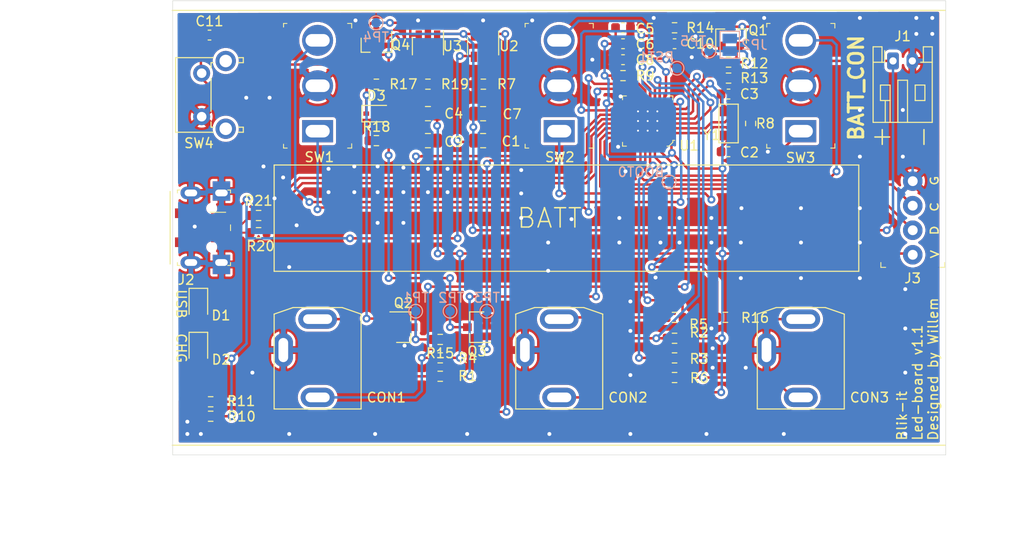
<source format=kicad_pcb>
(kicad_pcb (version 20171130) (host pcbnew "(5.1.9-0-10_14)")

  (general
    (thickness 1.6)
    (drawings 32)
    (tracks 709)
    (zones 0)
    (modules 61)
    (nets 48)
  )

  (page A4)
  (title_block
    (title Ledtruck)
    (rev 1.1)
    (company HollandTricks.com)
  )

  (layers
    (0 F.Cu signal)
    (31 B.Cu signal)
    (32 B.Adhes user)
    (33 F.Adhes user hide)
    (34 B.Paste user)
    (35 F.Paste user hide)
    (36 B.SilkS user)
    (37 F.SilkS user)
    (38 B.Mask user)
    (39 F.Mask user hide)
    (40 Dwgs.User user)
    (41 Cmts.User user)
    (42 Eco1.User user)
    (43 Eco2.User user)
    (44 Edge.Cuts user)
    (45 Margin user)
    (46 B.CrtYd user hide)
    (47 F.CrtYd user)
    (48 B.Fab user hide)
    (49 F.Fab user hide)
  )

  (setup
    (last_trace_width 0.254)
    (user_trace_width 0.3048)
    (trace_clearance 0.2032)
    (zone_clearance 0.3048)
    (zone_45_only no)
    (trace_min 0.2)
    (via_size 0.8128)
    (via_drill 0.4064)
    (via_min_size 0.4)
    (via_min_drill 0.3)
    (uvia_size 0.3048)
    (uvia_drill 0.1016)
    (uvias_allowed no)
    (uvia_min_size 0.2)
    (uvia_min_drill 0.1)
    (edge_width 0.05)
    (segment_width 0.2)
    (pcb_text_width 0.3)
    (pcb_text_size 1.5 1.5)
    (mod_edge_width 0.12)
    (mod_text_size 1 1)
    (mod_text_width 0.15)
    (pad_size 2 2.5)
    (pad_drill 0.6)
    (pad_to_mask_clearance 0)
    (aux_axis_origin 0 0)
    (visible_elements FFFFFF7F)
    (pcbplotparams
      (layerselection 0x00100_7ffffffe)
      (usegerberextensions false)
      (usegerberattributes false)
      (usegerberadvancedattributes false)
      (creategerberjobfile false)
      (excludeedgelayer true)
      (linewidth 0.100000)
      (plotframeref false)
      (viasonmask false)
      (mode 1)
      (useauxorigin false)
      (hpglpennumber 1)
      (hpglpenspeed 20)
      (hpglpendiameter 15.000000)
      (psnegative false)
      (psa4output false)
      (plotreference true)
      (plotvalue false)
      (plotinvisibletext false)
      (padsonsilk true)
      (subtractmaskfromsilk false)
      (outputformat 3)
      (mirror false)
      (drillshape 0)
      (scaleselection 1)
      (outputdirectory "gerber/"))
  )

  (net 0 "")
  (net 1 GND)
  (net 2 VBUS)
  (net 3 "Net-(C2-Pad1)")
  (net 4 "Net-(C3-Pad1)")
  (net 5 +3V3)
  (net 6 +BATT)
  (net 7 "Net-(CON1-Pad2)")
  (net 8 "Net-(CON2-Pad2)")
  (net 9 "Net-(CON3-Pad2)")
  (net 10 SWCLK)
  (net 11 SWDIO)
  (net 12 LED1)
  (net 13 LED2)
  (net 14 LED3)
  (net 15 DET1)
  (net 16 DET2)
  (net 17 DET3)
  (net 18 "Net-(R11-Pad2)")
  (net 19 MEAS_VBATT)
  (net 20 SWITCH12)
  (net 21 SWITCH1)
  (net 22 SWITCH22)
  (net 23 SWITCH2)
  (net 24 SWITCH32)
  (net 25 SWITCH3)
  (net 26 "Net-(U1-Pad25)")
  (net 27 "Net-(U1-Pad15)")
  (net 28 "Net-(U1-Pad26)")
  (net 29 BOOT0)
  (net 30 "Net-(U1-Pad32)")
  (net 31 "Net-(U1-Pad16)")
  (net 32 "Net-(U3-Pad4)")
  (net 33 "Net-(JP2-Pad2)")
  (net 34 MEAS_EN)
  (net 35 BTN_PWR)
  (net 36 PW_HOLD)
  (net 37 /PSU_BTN_RAW)
  (net 38 /PSU_EN)
  (net 39 /PSU_EN_BUF)
  (net 40 /CHG_5V_LED)
  (net 41 /CHG_STAT_LED)
  (net 42 /CHG_PROG)
  (net 43 /RST)
  (net 44 USB_D-)
  (net 45 USB_D+)
  (net 46 USB_D1+)
  (net 47 USB_D1-)

  (net_class Default "This is the default net class."
    (clearance 0.2032)
    (trace_width 0.254)
    (via_dia 0.8128)
    (via_drill 0.4064)
    (uvia_dia 0.3048)
    (uvia_drill 0.1016)
    (diff_pair_width 0.2032)
    (diff_pair_gap 0.254)
    (add_net +3V3)
    (add_net +BATT)
    (add_net /CHG_5V_LED)
    (add_net /CHG_PROG)
    (add_net /CHG_STAT_LED)
    (add_net /PSU_BTN_RAW)
    (add_net /PSU_EN)
    (add_net /PSU_EN_BUF)
    (add_net /RST)
    (add_net BOOT0)
    (add_net BTN_PWR)
    (add_net DET1)
    (add_net DET2)
    (add_net DET3)
    (add_net GND)
    (add_net LED1)
    (add_net LED2)
    (add_net LED3)
    (add_net MEAS_EN)
    (add_net MEAS_VBATT)
    (add_net "Net-(C2-Pad1)")
    (add_net "Net-(C3-Pad1)")
    (add_net "Net-(CON1-Pad2)")
    (add_net "Net-(CON2-Pad2)")
    (add_net "Net-(CON3-Pad2)")
    (add_net "Net-(JP2-Pad2)")
    (add_net "Net-(R11-Pad2)")
    (add_net "Net-(U1-Pad15)")
    (add_net "Net-(U1-Pad16)")
    (add_net "Net-(U1-Pad25)")
    (add_net "Net-(U1-Pad26)")
    (add_net "Net-(U1-Pad32)")
    (add_net "Net-(U3-Pad4)")
    (add_net PW_HOLD)
    (add_net SWCLK)
    (add_net SWDIO)
    (add_net SWITCH1)
    (add_net SWITCH12)
    (add_net SWITCH2)
    (add_net SWITCH22)
    (add_net SWITCH3)
    (add_net SWITCH32)
    (add_net USB_D+)
    (add_net USB_D-)
    (add_net USB_D1+)
    (add_net USB_D1-)
    (add_net VBUS)
  )

  (net_class POWER ""
    (clearance 0.2032)
    (trace_width 0.3048)
    (via_dia 0.8128)
    (via_drill 0.4064)
    (uvia_dia 0.3048)
    (uvia_drill 0.1016)
    (diff_pair_width 0.2032)
    (diff_pair_gap 0.254)
  )

  (net_class USB ""
    (clearance 0.2032)
    (trace_width 0.254)
    (via_dia 0.8128)
    (via_drill 0.4064)
    (uvia_dia 0.3048)
    (uvia_drill 0.1016)
    (diff_pair_width 0.2032)
    (diff_pair_gap 0.254)
  )

  (net_class USB_R ""
    (clearance 0.2032)
    (trace_width 0.254)
    (via_dia 0.8128)
    (via_drill 0.4064)
    (uvia_dia 0.3048)
    (uvia_drill 0.1016)
    (diff_pair_width 0.2032)
    (diff_pair_gap 0.254)
  )

  (module Resistor_SMD:R_0603_1608Metric (layer F.Cu) (tedit 5F68FEEE) (tstamp 607AE1F7)
    (at 8.89 22.225 180)
    (descr "Resistor SMD 0603 (1608 Metric), square (rectangular) end terminal, IPC_7351 nominal, (Body size source: IPC-SM-782 page 72, https://www.pcb-3d.com/wordpress/wp-content/uploads/ipc-sm-782a_amendment_1_and_2.pdf), generated with kicad-footprint-generator")
    (tags resistor)
    (path /6084D5CF)
    (attr smd)
    (fp_text reference R21 (at 0 1.524) (layer F.SilkS)
      (effects (font (size 1 1) (thickness 0.15)))
    )
    (fp_text value 22R (at 0 1.43) (layer F.Fab)
      (effects (font (size 1 1) (thickness 0.15)))
    )
    (fp_text user %R (at 0 0) (layer F.Fab)
      (effects (font (size 0.4 0.4) (thickness 0.06)))
    )
    (fp_line (start -0.8 0.4125) (end -0.8 -0.4125) (layer F.Fab) (width 0.1))
    (fp_line (start -0.8 -0.4125) (end 0.8 -0.4125) (layer F.Fab) (width 0.1))
    (fp_line (start 0.8 -0.4125) (end 0.8 0.4125) (layer F.Fab) (width 0.1))
    (fp_line (start 0.8 0.4125) (end -0.8 0.4125) (layer F.Fab) (width 0.1))
    (fp_line (start -0.237258 -0.5225) (end 0.237258 -0.5225) (layer F.SilkS) (width 0.12))
    (fp_line (start -0.237258 0.5225) (end 0.237258 0.5225) (layer F.SilkS) (width 0.12))
    (fp_line (start -1.48 0.73) (end -1.48 -0.73) (layer F.CrtYd) (width 0.05))
    (fp_line (start -1.48 -0.73) (end 1.48 -0.73) (layer F.CrtYd) (width 0.05))
    (fp_line (start 1.48 -0.73) (end 1.48 0.73) (layer F.CrtYd) (width 0.05))
    (fp_line (start 1.48 0.73) (end -1.48 0.73) (layer F.CrtYd) (width 0.05))
    (pad 2 smd roundrect (at 0.825 0 180) (size 0.8 0.95) (layers F.Cu F.Paste F.Mask) (roundrect_rratio 0.25)
      (net 44 USB_D-))
    (pad 1 smd roundrect (at -0.825 0 180) (size 0.8 0.95) (layers F.Cu F.Paste F.Mask) (roundrect_rratio 0.25)
      (net 47 USB_D1-))
    (model ${KISYS3DMOD}/Resistor_SMD.3dshapes/R_0603_1608Metric.wrl
      (at (xyz 0 0 0))
      (scale (xyz 1 1 1))
      (rotate (xyz 0 0 0))
    )
  )

  (module Resistor_SMD:R_0603_1608Metric (layer F.Cu) (tedit 5F68FEEE) (tstamp 607AE1E6)
    (at 8.89 24.003)
    (descr "Resistor SMD 0603 (1608 Metric), square (rectangular) end terminal, IPC_7351 nominal, (Body size source: IPC-SM-782 page 72, https://www.pcb-3d.com/wordpress/wp-content/uploads/ipc-sm-782a_amendment_1_and_2.pdf), generated with kicad-footprint-generator")
    (tags resistor)
    (path /60865A0A)
    (attr smd)
    (fp_text reference R20 (at 0.2032 1.397) (layer F.SilkS)
      (effects (font (size 1 1) (thickness 0.15)))
    )
    (fp_text value 22R (at 0 1.43) (layer F.Fab)
      (effects (font (size 1 1) (thickness 0.15)))
    )
    (fp_text user %R (at 0 0) (layer F.Fab)
      (effects (font (size 0.4 0.4) (thickness 0.06)))
    )
    (fp_line (start -0.8 0.4125) (end -0.8 -0.4125) (layer F.Fab) (width 0.1))
    (fp_line (start -0.8 -0.4125) (end 0.8 -0.4125) (layer F.Fab) (width 0.1))
    (fp_line (start 0.8 -0.4125) (end 0.8 0.4125) (layer F.Fab) (width 0.1))
    (fp_line (start 0.8 0.4125) (end -0.8 0.4125) (layer F.Fab) (width 0.1))
    (fp_line (start -0.237258 -0.5225) (end 0.237258 -0.5225) (layer F.SilkS) (width 0.12))
    (fp_line (start -0.237258 0.5225) (end 0.237258 0.5225) (layer F.SilkS) (width 0.12))
    (fp_line (start -1.48 0.73) (end -1.48 -0.73) (layer F.CrtYd) (width 0.05))
    (fp_line (start -1.48 -0.73) (end 1.48 -0.73) (layer F.CrtYd) (width 0.05))
    (fp_line (start 1.48 -0.73) (end 1.48 0.73) (layer F.CrtYd) (width 0.05))
    (fp_line (start 1.48 0.73) (end -1.48 0.73) (layer F.CrtYd) (width 0.05))
    (pad 2 smd roundrect (at 0.825 0) (size 0.8 0.95) (layers F.Cu F.Paste F.Mask) (roundrect_rratio 0.25)
      (net 46 USB_D1+))
    (pad 1 smd roundrect (at -0.825 0) (size 0.8 0.95) (layers F.Cu F.Paste F.Mask) (roundrect_rratio 0.25)
      (net 45 USB_D+))
    (model ${KISYS3DMOD}/Resistor_SMD.3dshapes/R_0603_1608Metric.wrl
      (at (xyz 0 0 0))
      (scale (xyz 1 1 1))
      (rotate (xyz 0 0 0))
    )
  )

  (module MySymbols:TestPoint_SMD_R (layer B.Cu) (tedit 607AC878) (tstamp 607B3F4A)
    (at 55.499 5.207)
    (path /61292A00)
    (fp_text reference TP5 (at -1.651 -1.016) (layer B.SilkS)
      (effects (font (size 1 1) (thickness 0.15)) (justify mirror))
    )
    (fp_text value TestPoint (at 0 0.5) (layer B.Fab)
      (effects (font (size 1 1) (thickness 0.15)) (justify mirror))
    )
    (fp_circle (center 0 0) (end -0.1 0.7) (layer B.SilkS) (width 0.12))
    (pad 1 smd circle (at 0 0) (size 1 1) (layers B.Cu B.Paste B.Mask)
      (net 33 "Net-(JP2-Pad2)"))
  )

  (module MySymbols:TestPoint_SMD_R (layer B.Cu) (tedit 607AC878) (tstamp 607B3F45)
    (at 21.0566 2.286)
    (path /6126C13B)
    (fp_text reference TP4 (at -0.0254 1.4986) (layer B.SilkS)
      (effects (font (size 1 1) (thickness 0.15)) (justify mirror))
    )
    (fp_text value TestPoint (at 0 0.5) (layer B.Fab)
      (effects (font (size 1 1) (thickness 0.15)) (justify mirror))
    )
    (fp_circle (center 0 0) (end -0.1 0.7) (layer B.SilkS) (width 0.12))
    (pad 1 smd circle (at 0 0) (size 1 1) (layers B.Cu B.Paste B.Mask)
      (net 39 /PSU_EN_BUF))
  )

  (module MySymbols:TestPoint_SMD_R (layer B.Cu) (tedit 607AC878) (tstamp 607B3F40)
    (at 32.512 32.131)
    (path /6127A0CD)
    (fp_text reference TP3 (at 0 -1.397) (layer B.SilkS)
      (effects (font (size 1 1) (thickness 0.15)) (justify mirror))
    )
    (fp_text value TestPoint (at 0 0.5) (layer B.Fab)
      (effects (font (size 1 1) (thickness 0.15)) (justify mirror))
    )
    (fp_circle (center 0 0) (end -0.1 0.7) (layer B.SilkS) (width 0.12))
    (pad 1 smd circle (at 0 0) (size 1 1) (layers B.Cu B.Paste B.Mask)
      (net 36 PW_HOLD))
  )

  (module MySymbols:TestPoint_SMD_R (layer B.Cu) (tedit 607AC878) (tstamp 607B3F3B)
    (at 28.702 32.131)
    (path /6126E4C4)
    (fp_text reference TP2 (at 0.127 -1.397) (layer B.SilkS)
      (effects (font (size 1 1) (thickness 0.15)) (justify mirror))
    )
    (fp_text value TestPoint (at 0 0.5) (layer B.Fab)
      (effects (font (size 1 1) (thickness 0.15)) (justify mirror))
    )
    (fp_circle (center 0 0) (end -0.1 0.7) (layer B.SilkS) (width 0.12))
    (pad 1 smd circle (at 0 0) (size 1 1) (layers B.Cu B.Paste B.Mask)
      (net 38 /PSU_EN))
  )

  (module MySymbols:TestPoint_SMD_R (layer B.Cu) (tedit 607AC878) (tstamp 607B3F36)
    (at 25.146 32.131)
    (path /61285AF0)
    (fp_text reference TP1 (at 0 -1.397) (layer B.SilkS)
      (effects (font (size 1 1) (thickness 0.15)) (justify mirror))
    )
    (fp_text value TestPoint (at 0 0.5) (layer B.Fab)
      (effects (font (size 1 1) (thickness 0.15)) (justify mirror))
    )
    (fp_circle (center 0 0) (end -0.1 0.7) (layer B.SilkS) (width 0.12))
    (pad 1 smd circle (at 0 0) (size 1 1) (layers B.Cu B.Paste B.Mask)
      (net 35 BTN_PWR))
  )

  (module MySymbols:TestPoint_SMD_R (layer B.Cu) (tedit 607AC878) (tstamp 607B4251)
    (at 52.197 6.985)
    (path /602E0E6F)
    (fp_text reference RST1 (at -2.159 -1.143) (layer B.SilkS)
      (effects (font (size 1 1) (thickness 0.15)) (justify mirror))
    )
    (fp_text value TestPoint (at 0 0.5) (layer B.Fab)
      (effects (font (size 1 1) (thickness 0.15)) (justify mirror))
    )
    (fp_circle (center 0 0) (end -0.1 0.7) (layer B.SilkS) (width 0.12))
    (pad 1 smd circle (at 0 0) (size 1 1) (layers B.Cu B.Paste B.Mask)
      (net 43 /RST))
  )

  (module MySymbols:TestPoint_SMD_R (layer B.Cu) (tedit 607AC878) (tstamp 605EC19A)
    (at 51.3842 18.7452)
    (path /603CA33B)
    (fp_text reference BOOT0 (at -2.916 -1.016) (layer B.SilkS)
      (effects (font (size 1 1) (thickness 0.15)) (justify mirror))
    )
    (fp_text value TestPoint (at 0 0.5) (layer B.Fab)
      (effects (font (size 1 1) (thickness 0.15)) (justify mirror))
    )
    (fp_circle (center 0 0) (end -0.1 0.7) (layer B.SilkS) (width 0.12))
    (pad 1 smd circle (at 0 0) (size 1 1) (layers B.Cu B.Paste B.Mask)
      (net 29 BOOT0))
  )

  (module Button_Switch_THT:SW_Tactile_SPST_Angled_PTS645Vx58-2LFS (layer F.Cu) (tedit 5A02FE31) (tstamp 6078BE07)
    (at 3 12 90)
    (descr "tactile switch SPST right angle, PTS645VL58-2 LFS")
    (tags "tactile switch SPST angled PTS645VL58-2 LFS C&K Button")
    (path /60AB08BC)
    (fp_text reference SW4 (at -2.7432 -0.2794 180) (layer F.SilkS)
      (effects (font (size 1 1) (thickness 0.15)))
    )
    (fp_text value SW_Push (at 2.25 5.38988 90) (layer F.Fab)
      (effects (font (size 1 1) (thickness 0.15)))
    )
    (fp_line (start 0.55 0.97) (end 3.95 0.97) (layer F.SilkS) (width 0.12))
    (fp_line (start -1.09 0.97) (end -0.55 0.97) (layer F.SilkS) (width 0.12))
    (fp_line (start 6.11 3.8) (end 6.11 4.31) (layer F.SilkS) (width 0.12))
    (fp_line (start 5.59 4.31) (end 6.11 4.31) (layer F.SilkS) (width 0.12))
    (fp_line (start 5.59 3.8) (end 5.59 4.31) (layer F.SilkS) (width 0.12))
    (fp_line (start 5.05 0.97) (end 5.59 0.97) (layer F.SilkS) (width 0.12))
    (fp_line (start -1.61 3.8) (end -1.61 4.31) (layer F.SilkS) (width 0.12))
    (fp_line (start -1.09 3.8) (end -1.09 4.31) (layer F.SilkS) (width 0.12))
    (fp_line (start 5.59 0.97) (end 5.59 1.2) (layer F.SilkS) (width 0.12))
    (fp_line (start -1.2 4.2) (end -1.2 0.86) (layer F.Fab) (width 0.1))
    (fp_line (start 5.7 4.2) (end 6 4.2) (layer F.Fab) (width 0.1))
    (fp_line (start -1.5 4.2) (end -1.5 -2.59) (layer F.Fab) (width 0.1))
    (fp_line (start -1.5 -2.59) (end 6 -2.59) (layer F.Fab) (width 0.1))
    (fp_line (start -1.61 -2.7) (end -1.61 1.2) (layer F.SilkS) (width 0.12))
    (fp_line (start -1.61 4.31) (end -1.09 4.31) (layer F.SilkS) (width 0.12))
    (fp_line (start 6.11 -2.7) (end 6.11 1.2) (layer F.SilkS) (width 0.12))
    (fp_line (start -1.61 -2.7) (end 6.11 -2.7) (layer F.SilkS) (width 0.12))
    (fp_line (start -2.5 4.45) (end -2.5 -2.8) (layer F.CrtYd) (width 0.05))
    (fp_line (start 7.05 4.45) (end -2.5 4.45) (layer F.CrtYd) (width 0.05))
    (fp_line (start 7.05 -2.8) (end 7.05 4.45) (layer F.CrtYd) (width 0.05))
    (fp_line (start -2.5 -2.8) (end 7.05 -2.8) (layer F.CrtYd) (width 0.05))
    (fp_line (start 6 4.2) (end 6 -2.59) (layer F.Fab) (width 0.1))
    (fp_line (start -1.2 0.86) (end 5.7 0.86) (layer F.Fab) (width 0.1))
    (fp_line (start -1.5 4.2) (end -1.2 4.2) (layer F.Fab) (width 0.1))
    (fp_line (start 5.7 4.2) (end 5.7 0.86) (layer F.Fab) (width 0.1))
    (fp_line (start -1.09 0.97) (end -1.09 1.2) (layer F.SilkS) (width 0.12))
    (fp_line (start 0.5 -5.85) (end 4 -5.85) (layer F.Fab) (width 0.1))
    (fp_line (start 4 -5.85) (end 4 -2.59) (layer F.Fab) (width 0.1))
    (fp_line (start 0.5 -5.85) (end 0.5 -2.59) (layer F.Fab) (width 0.1))
    (fp_text user %R (at 2.25 1.68 90) (layer F.Fab)
      (effects (font (size 1 1) (thickness 0.15)))
    )
    (pad "" thru_hole circle (at -1.25 2.49 90) (size 2.1 2.1) (drill 1.3) (layers *.Cu *.Mask))
    (pad 1 thru_hole circle (at 0 0 90) (size 1.75 1.75) (drill 0.99) (layers *.Cu *.Mask)
      (net 1 GND))
    (pad 2 thru_hole circle (at 4.5 0 90) (size 1.75 1.75) (drill 0.99) (layers *.Cu *.Mask)
      (net 37 /PSU_BTN_RAW))
    (pad "" thru_hole circle (at 5.76 2.49 90) (size 2.1 2.1) (drill 1.3) (layers *.Cu *.Mask))
    (model ${KISYS3DMOD}/Button_Switch_THT.3dshapes/SW_Tactile_SPST_Angled_PTS645Vx58-2LFS.wrl
      (at (xyz 0 0 0))
      (scale (xyz 1 1 1))
      (rotate (xyz 0 0 0))
    )
  )

  (module Resistor_SMD:R_0603_1608Metric (layer F.Cu) (tedit 5F68FEEE) (tstamp 6078BD25)
    (at 26.416 8.636 180)
    (descr "Resistor SMD 0603 (1608 Metric), square (rectangular) end terminal, IPC_7351 nominal, (Body size source: IPC-SM-782 page 72, https://www.pcb-3d.com/wordpress/wp-content/uploads/ipc-sm-782a_amendment_1_and_2.pdf), generated with kicad-footprint-generator")
    (tags resistor)
    (path /60A05021)
    (attr smd)
    (fp_text reference R19 (at -2.794 0) (layer F.SilkS)
      (effects (font (size 1 1) (thickness 0.15)))
    )
    (fp_text value 10K (at 0 1.43) (layer F.Fab)
      (effects (font (size 1 1) (thickness 0.15)))
    )
    (fp_line (start 1.48 0.73) (end -1.48 0.73) (layer F.CrtYd) (width 0.05))
    (fp_line (start 1.48 -0.73) (end 1.48 0.73) (layer F.CrtYd) (width 0.05))
    (fp_line (start -1.48 -0.73) (end 1.48 -0.73) (layer F.CrtYd) (width 0.05))
    (fp_line (start -1.48 0.73) (end -1.48 -0.73) (layer F.CrtYd) (width 0.05))
    (fp_line (start -0.237258 0.5225) (end 0.237258 0.5225) (layer F.SilkS) (width 0.12))
    (fp_line (start -0.237258 -0.5225) (end 0.237258 -0.5225) (layer F.SilkS) (width 0.12))
    (fp_line (start 0.8 0.4125) (end -0.8 0.4125) (layer F.Fab) (width 0.1))
    (fp_line (start 0.8 -0.4125) (end 0.8 0.4125) (layer F.Fab) (width 0.1))
    (fp_line (start -0.8 -0.4125) (end 0.8 -0.4125) (layer F.Fab) (width 0.1))
    (fp_line (start -0.8 0.4125) (end -0.8 -0.4125) (layer F.Fab) (width 0.1))
    (fp_text user %R (at 0 0) (layer F.Fab)
      (effects (font (size 0.4 0.4) (thickness 0.06)))
    )
    (pad 2 smd roundrect (at 0.825 0 180) (size 0.8 0.95) (layers F.Cu F.Paste F.Mask) (roundrect_rratio 0.25)
      (net 39 /PSU_EN_BUF))
    (pad 1 smd roundrect (at -0.825 0 180) (size 0.8 0.95) (layers F.Cu F.Paste F.Mask) (roundrect_rratio 0.25)
      (net 1 GND))
    (model ${KISYS3DMOD}/Resistor_SMD.3dshapes/R_0603_1608Metric.wrl
      (at (xyz 0 0 0))
      (scale (xyz 1 1 1))
      (rotate (xyz 0 0 0))
    )
  )

  (module Resistor_SMD:R_0603_1608Metric (layer F.Cu) (tedit 5F68FEEE) (tstamp 6078BD14)
    (at 21.082 14.478)
    (descr "Resistor SMD 0603 (1608 Metric), square (rectangular) end terminal, IPC_7351 nominal, (Body size source: IPC-SM-782 page 72, https://www.pcb-3d.com/wordpress/wp-content/uploads/ipc-sm-782a_amendment_1_and_2.pdf), generated with kicad-footprint-generator")
    (tags resistor)
    (path /60A53C82)
    (attr smd)
    (fp_text reference R18 (at 0 -1.43) (layer F.SilkS)
      (effects (font (size 1 1) (thickness 0.15)))
    )
    (fp_text value 10K (at 0 1.43) (layer F.Fab)
      (effects (font (size 1 1) (thickness 0.15)))
    )
    (fp_line (start 1.48 0.73) (end -1.48 0.73) (layer F.CrtYd) (width 0.05))
    (fp_line (start 1.48 -0.73) (end 1.48 0.73) (layer F.CrtYd) (width 0.05))
    (fp_line (start -1.48 -0.73) (end 1.48 -0.73) (layer F.CrtYd) (width 0.05))
    (fp_line (start -1.48 0.73) (end -1.48 -0.73) (layer F.CrtYd) (width 0.05))
    (fp_line (start -0.237258 0.5225) (end 0.237258 0.5225) (layer F.SilkS) (width 0.12))
    (fp_line (start -0.237258 -0.5225) (end 0.237258 -0.5225) (layer F.SilkS) (width 0.12))
    (fp_line (start 0.8 0.4125) (end -0.8 0.4125) (layer F.Fab) (width 0.1))
    (fp_line (start 0.8 -0.4125) (end 0.8 0.4125) (layer F.Fab) (width 0.1))
    (fp_line (start -0.8 -0.4125) (end 0.8 -0.4125) (layer F.Fab) (width 0.1))
    (fp_line (start -0.8 0.4125) (end -0.8 -0.4125) (layer F.Fab) (width 0.1))
    (fp_text user %R (at 0 0) (layer F.Fab)
      (effects (font (size 0.4 0.4) (thickness 0.06)))
    )
    (pad 2 smd roundrect (at 0.825 0) (size 0.8 0.95) (layers F.Cu F.Paste F.Mask) (roundrect_rratio 0.25)
      (net 38 /PSU_EN))
    (pad 1 smd roundrect (at -0.825 0) (size 0.8 0.95) (layers F.Cu F.Paste F.Mask) (roundrect_rratio 0.25)
      (net 6 +BATT))
    (model ${KISYS3DMOD}/Resistor_SMD.3dshapes/R_0603_1608Metric.wrl
      (at (xyz 0 0 0))
      (scale (xyz 1 1 1))
      (rotate (xyz 0 0 0))
    )
  )

  (module Resistor_SMD:R_0603_1608Metric (layer F.Cu) (tedit 5F68FEEE) (tstamp 6078BD03)
    (at 21.082 8.636 180)
    (descr "Resistor SMD 0603 (1608 Metric), square (rectangular) end terminal, IPC_7351 nominal, (Body size source: IPC-SM-782 page 72, https://www.pcb-3d.com/wordpress/wp-content/uploads/ipc-sm-782a_amendment_1_and_2.pdf), generated with kicad-footprint-generator")
    (tags resistor)
    (path /60A9C489)
    (attr smd)
    (fp_text reference R17 (at -2.794 0) (layer F.SilkS)
      (effects (font (size 1 1) (thickness 0.15)))
    )
    (fp_text value 10K (at 0 1.43) (layer F.Fab)
      (effects (font (size 1 1) (thickness 0.15)))
    )
    (fp_line (start 1.48 0.73) (end -1.48 0.73) (layer F.CrtYd) (width 0.05))
    (fp_line (start 1.48 -0.73) (end 1.48 0.73) (layer F.CrtYd) (width 0.05))
    (fp_line (start -1.48 -0.73) (end 1.48 -0.73) (layer F.CrtYd) (width 0.05))
    (fp_line (start -1.48 0.73) (end -1.48 -0.73) (layer F.CrtYd) (width 0.05))
    (fp_line (start -0.237258 0.5225) (end 0.237258 0.5225) (layer F.SilkS) (width 0.12))
    (fp_line (start -0.237258 -0.5225) (end 0.237258 -0.5225) (layer F.SilkS) (width 0.12))
    (fp_line (start 0.8 0.4125) (end -0.8 0.4125) (layer F.Fab) (width 0.1))
    (fp_line (start 0.8 -0.4125) (end 0.8 0.4125) (layer F.Fab) (width 0.1))
    (fp_line (start -0.8 -0.4125) (end 0.8 -0.4125) (layer F.Fab) (width 0.1))
    (fp_line (start -0.8 0.4125) (end -0.8 -0.4125) (layer F.Fab) (width 0.1))
    (fp_text user %R (at 0 0) (layer F.Fab)
      (effects (font (size 0.4 0.4) (thickness 0.06)))
    )
    (pad 2 smd roundrect (at 0.825 0 180) (size 0.8 0.95) (layers F.Cu F.Paste F.Mask) (roundrect_rratio 0.25)
      (net 37 /PSU_BTN_RAW))
    (pad 1 smd roundrect (at -0.825 0 180) (size 0.8 0.95) (layers F.Cu F.Paste F.Mask) (roundrect_rratio 0.25)
      (net 6 +BATT))
    (model ${KISYS3DMOD}/Resistor_SMD.3dshapes/R_0603_1608Metric.wrl
      (at (xyz 0 0 0))
      (scale (xyz 1 1 1))
      (rotate (xyz 0 0 0))
    )
  )

  (module Resistor_SMD:R_0603_1608Metric (layer F.Cu) (tedit 5F68FEEE) (tstamp 6078BCD2)
    (at 27.686 35.052 180)
    (descr "Resistor SMD 0603 (1608 Metric), square (rectangular) end terminal, IPC_7351 nominal, (Body size source: IPC-SM-782 page 72, https://www.pcb-3d.com/wordpress/wp-content/uploads/ipc-sm-782a_amendment_1_and_2.pdf), generated with kicad-footprint-generator")
    (tags resistor)
    (path /60C027EA)
    (attr smd)
    (fp_text reference R15 (at 0 -1.43) (layer F.SilkS)
      (effects (font (size 1 1) (thickness 0.15)))
    )
    (fp_text value 10K (at 0 1.43) (layer F.Fab)
      (effects (font (size 1 1) (thickness 0.15)))
    )
    (fp_line (start 1.48 0.73) (end -1.48 0.73) (layer F.CrtYd) (width 0.05))
    (fp_line (start 1.48 -0.73) (end 1.48 0.73) (layer F.CrtYd) (width 0.05))
    (fp_line (start -1.48 -0.73) (end 1.48 -0.73) (layer F.CrtYd) (width 0.05))
    (fp_line (start -1.48 0.73) (end -1.48 -0.73) (layer F.CrtYd) (width 0.05))
    (fp_line (start -0.237258 0.5225) (end 0.237258 0.5225) (layer F.SilkS) (width 0.12))
    (fp_line (start -0.237258 -0.5225) (end 0.237258 -0.5225) (layer F.SilkS) (width 0.12))
    (fp_line (start 0.8 0.4125) (end -0.8 0.4125) (layer F.Fab) (width 0.1))
    (fp_line (start 0.8 -0.4125) (end 0.8 0.4125) (layer F.Fab) (width 0.1))
    (fp_line (start -0.8 -0.4125) (end 0.8 -0.4125) (layer F.Fab) (width 0.1))
    (fp_line (start -0.8 0.4125) (end -0.8 -0.4125) (layer F.Fab) (width 0.1))
    (fp_text user %R (at 0 0) (layer F.Fab)
      (effects (font (size 0.4 0.4) (thickness 0.06)))
    )
    (pad 2 smd roundrect (at 0.825 0 180) (size 0.8 0.95) (layers F.Cu F.Paste F.Mask) (roundrect_rratio 0.25)
      (net 35 BTN_PWR))
    (pad 1 smd roundrect (at -0.825 0 180) (size 0.8 0.95) (layers F.Cu F.Paste F.Mask) (roundrect_rratio 0.25)
      (net 5 +3V3))
    (model ${KISYS3DMOD}/Resistor_SMD.3dshapes/R_0603_1608Metric.wrl
      (at (xyz 0 0 0))
      (scale (xyz 1 1 1))
      (rotate (xyz 0 0 0))
    )
  )

  (module Package_TO_SOT_SMD:SOT-23 (layer F.Cu) (tedit 5A02FF57) (tstamp 6078BB01)
    (at 21.082 4.572 270)
    (descr "SOT-23, Standard")
    (tags SOT-23)
    (path /6079A2FC)
    (attr smd)
    (fp_text reference Q4 (at 0 -2.5 180) (layer F.SilkS)
      (effects (font (size 1 1) (thickness 0.15)))
    )
    (fp_text value BSS84 (at 0 2.5 90) (layer F.Fab)
      (effects (font (size 1 1) (thickness 0.15)))
    )
    (fp_line (start 0.76 1.58) (end -0.7 1.58) (layer F.SilkS) (width 0.12))
    (fp_line (start 0.76 -1.58) (end -1.4 -1.58) (layer F.SilkS) (width 0.12))
    (fp_line (start -1.7 1.75) (end -1.7 -1.75) (layer F.CrtYd) (width 0.05))
    (fp_line (start 1.7 1.75) (end -1.7 1.75) (layer F.CrtYd) (width 0.05))
    (fp_line (start 1.7 -1.75) (end 1.7 1.75) (layer F.CrtYd) (width 0.05))
    (fp_line (start -1.7 -1.75) (end 1.7 -1.75) (layer F.CrtYd) (width 0.05))
    (fp_line (start 0.76 -1.58) (end 0.76 -0.65) (layer F.SilkS) (width 0.12))
    (fp_line (start 0.76 1.58) (end 0.76 0.65) (layer F.SilkS) (width 0.12))
    (fp_line (start -0.7 1.52) (end 0.7 1.52) (layer F.Fab) (width 0.1))
    (fp_line (start 0.7 -1.52) (end 0.7 1.52) (layer F.Fab) (width 0.1))
    (fp_line (start -0.7 -0.95) (end -0.15 -1.52) (layer F.Fab) (width 0.1))
    (fp_line (start -0.15 -1.52) (end 0.7 -1.52) (layer F.Fab) (width 0.1))
    (fp_line (start -0.7 -0.95) (end -0.7 1.5) (layer F.Fab) (width 0.1))
    (fp_text user %R (at 0 0) (layer F.Fab)
      (effects (font (size 0.5 0.5) (thickness 0.075)))
    )
    (pad 3 smd rect (at 1 0 270) (size 0.9 0.8) (layers F.Cu F.Paste F.Mask)
      (net 6 +BATT))
    (pad 2 smd rect (at -1 0.95 270) (size 0.9 0.8) (layers F.Cu F.Paste F.Mask)
      (net 39 /PSU_EN_BUF))
    (pad 1 smd rect (at -1 -0.95 270) (size 0.9 0.8) (layers F.Cu F.Paste F.Mask)
      (net 38 /PSU_EN))
    (model ${KISYS3DMOD}/Package_TO_SOT_SMD.3dshapes/SOT-23.wrl
      (at (xyz 0 0 0))
      (scale (xyz 1 1 1))
      (rotate (xyz 0 0 0))
    )
  )

  (module Package_TO_SOT_SMD:SOT-23 (layer F.Cu) (tedit 5A02FF57) (tstamp 6078BAEC)
    (at 31.496 33.782 180)
    (descr "SOT-23, Standard")
    (tags SOT-23)
    (path /60C30108)
    (attr smd)
    (fp_text reference Q3 (at 0 -2.5) (layer F.SilkS)
      (effects (font (size 1 1) (thickness 0.15)))
    )
    (fp_text value 2N7002 (at 0 2.5) (layer F.Fab)
      (effects (font (size 1 1) (thickness 0.15)))
    )
    (fp_line (start 0.76 1.58) (end -0.7 1.58) (layer F.SilkS) (width 0.12))
    (fp_line (start 0.76 -1.58) (end -1.4 -1.58) (layer F.SilkS) (width 0.12))
    (fp_line (start -1.7 1.75) (end -1.7 -1.75) (layer F.CrtYd) (width 0.05))
    (fp_line (start 1.7 1.75) (end -1.7 1.75) (layer F.CrtYd) (width 0.05))
    (fp_line (start 1.7 -1.75) (end 1.7 1.75) (layer F.CrtYd) (width 0.05))
    (fp_line (start -1.7 -1.75) (end 1.7 -1.75) (layer F.CrtYd) (width 0.05))
    (fp_line (start 0.76 -1.58) (end 0.76 -0.65) (layer F.SilkS) (width 0.12))
    (fp_line (start 0.76 1.58) (end 0.76 0.65) (layer F.SilkS) (width 0.12))
    (fp_line (start -0.7 1.52) (end 0.7 1.52) (layer F.Fab) (width 0.1))
    (fp_line (start 0.7 -1.52) (end 0.7 1.52) (layer F.Fab) (width 0.1))
    (fp_line (start -0.7 -0.95) (end -0.15 -1.52) (layer F.Fab) (width 0.1))
    (fp_line (start -0.15 -1.52) (end 0.7 -1.52) (layer F.Fab) (width 0.1))
    (fp_line (start -0.7 -0.95) (end -0.7 1.5) (layer F.Fab) (width 0.1))
    (fp_text user %R (at 0 0 90) (layer F.Fab)
      (effects (font (size 0.5 0.5) (thickness 0.075)))
    )
    (pad 3 smd rect (at 1 0 180) (size 0.9 0.8) (layers F.Cu F.Paste F.Mask)
      (net 38 /PSU_EN))
    (pad 2 smd rect (at -1 0.95 180) (size 0.9 0.8) (layers F.Cu F.Paste F.Mask)
      (net 1 GND))
    (pad 1 smd rect (at -1 -0.95 180) (size 0.9 0.8) (layers F.Cu F.Paste F.Mask)
      (net 36 PW_HOLD))
    (model ${KISYS3DMOD}/Package_TO_SOT_SMD.3dshapes/SOT-23.wrl
      (at (xyz 0 0 0))
      (scale (xyz 1 1 1))
      (rotate (xyz 0 0 0))
    )
  )

  (module Package_TO_SOT_SMD:SOT-23 (layer F.Cu) (tedit 5A02FF57) (tstamp 607ADCEF)
    (at 23.876 33.782)
    (descr "SOT-23, Standard")
    (tags SOT-23)
    (path /60B9136D)
    (attr smd)
    (fp_text reference Q2 (at 0 -2.5) (layer F.SilkS)
      (effects (font (size 1 1) (thickness 0.15)))
    )
    (fp_text value 2N7002 (at 0 2.5) (layer F.Fab)
      (effects (font (size 1 1) (thickness 0.15)))
    )
    (fp_line (start 0.76 1.58) (end -0.7 1.58) (layer F.SilkS) (width 0.12))
    (fp_line (start 0.76 -1.58) (end -1.4 -1.58) (layer F.SilkS) (width 0.12))
    (fp_line (start -1.7 1.75) (end -1.7 -1.75) (layer F.CrtYd) (width 0.05))
    (fp_line (start 1.7 1.75) (end -1.7 1.75) (layer F.CrtYd) (width 0.05))
    (fp_line (start 1.7 -1.75) (end 1.7 1.75) (layer F.CrtYd) (width 0.05))
    (fp_line (start -1.7 -1.75) (end 1.7 -1.75) (layer F.CrtYd) (width 0.05))
    (fp_line (start 0.76 -1.58) (end 0.76 -0.65) (layer F.SilkS) (width 0.12))
    (fp_line (start 0.76 1.58) (end 0.76 0.65) (layer F.SilkS) (width 0.12))
    (fp_line (start -0.7 1.52) (end 0.7 1.52) (layer F.Fab) (width 0.1))
    (fp_line (start 0.7 -1.52) (end 0.7 1.52) (layer F.Fab) (width 0.1))
    (fp_line (start -0.7 -0.95) (end -0.15 -1.52) (layer F.Fab) (width 0.1))
    (fp_line (start -0.15 -1.52) (end 0.7 -1.52) (layer F.Fab) (width 0.1))
    (fp_line (start -0.7 -0.95) (end -0.7 1.5) (layer F.Fab) (width 0.1))
    (fp_text user %R (at 0 0 90) (layer F.Fab)
      (effects (font (size 0.5 0.5) (thickness 0.075)))
    )
    (pad 3 smd rect (at 1 0) (size 0.9 0.8) (layers F.Cu F.Paste F.Mask)
      (net 35 BTN_PWR))
    (pad 2 smd rect (at -1 0.95) (size 0.9 0.8) (layers F.Cu F.Paste F.Mask)
      (net 1 GND))
    (pad 1 smd rect (at -1 -0.95) (size 0.9 0.8) (layers F.Cu F.Paste F.Mask)
      (net 37 /PSU_BTN_RAW))
    (model ${KISYS3DMOD}/Package_TO_SOT_SMD.3dshapes/SOT-23.wrl
      (at (xyz 0 0 0))
      (scale (xyz 1 1 1))
      (rotate (xyz 0 0 0))
    )
  )

  (module Diode_SMD:D_SOD-323 (layer F.Cu) (tedit 58641739) (tstamp 6078B994)
    (at 21.082 11.684)
    (descr SOD-323)
    (tags SOD-323)
    (path /60A92774)
    (attr smd)
    (fp_text reference D3 (at 0 -1.85) (layer F.SilkS)
      (effects (font (size 1 1) (thickness 0.15)))
    )
    (fp_text value BAS316 (at 0.1 1.9) (layer F.Fab)
      (effects (font (size 1 1) (thickness 0.15)))
    )
    (fp_line (start -1.5 -0.85) (end 1.05 -0.85) (layer F.SilkS) (width 0.12))
    (fp_line (start -1.5 0.85) (end 1.05 0.85) (layer F.SilkS) (width 0.12))
    (fp_line (start -1.6 -0.95) (end -1.6 0.95) (layer F.CrtYd) (width 0.05))
    (fp_line (start -1.6 0.95) (end 1.6 0.95) (layer F.CrtYd) (width 0.05))
    (fp_line (start 1.6 -0.95) (end 1.6 0.95) (layer F.CrtYd) (width 0.05))
    (fp_line (start -1.6 -0.95) (end 1.6 -0.95) (layer F.CrtYd) (width 0.05))
    (fp_line (start -0.9 -0.7) (end 0.9 -0.7) (layer F.Fab) (width 0.1))
    (fp_line (start 0.9 -0.7) (end 0.9 0.7) (layer F.Fab) (width 0.1))
    (fp_line (start 0.9 0.7) (end -0.9 0.7) (layer F.Fab) (width 0.1))
    (fp_line (start -0.9 0.7) (end -0.9 -0.7) (layer F.Fab) (width 0.1))
    (fp_line (start -0.3 -0.35) (end -0.3 0.35) (layer F.Fab) (width 0.1))
    (fp_line (start -0.3 0) (end -0.5 0) (layer F.Fab) (width 0.1))
    (fp_line (start -0.3 0) (end 0.2 -0.35) (layer F.Fab) (width 0.1))
    (fp_line (start 0.2 -0.35) (end 0.2 0.35) (layer F.Fab) (width 0.1))
    (fp_line (start 0.2 0.35) (end -0.3 0) (layer F.Fab) (width 0.1))
    (fp_line (start 0.2 0) (end 0.45 0) (layer F.Fab) (width 0.1))
    (fp_line (start -1.5 -0.85) (end -1.5 0.85) (layer F.SilkS) (width 0.12))
    (fp_text user %R (at 0 -1.85) (layer F.Fab)
      (effects (font (size 1 1) (thickness 0.15)))
    )
    (pad 2 smd rect (at 1.05 0) (size 0.6 0.45) (layers F.Cu F.Paste F.Mask)
      (net 38 /PSU_EN))
    (pad 1 smd rect (at -1.05 0) (size 0.6 0.45) (layers F.Cu F.Paste F.Mask)
      (net 37 /PSU_BTN_RAW))
    (model ${KISYS3DMOD}/Diode_SMD.3dshapes/D_SOD-323.wrl
      (at (xyz 0 0 0))
      (scale (xyz 1 1 1))
      (rotate (xyz 0 0 0))
    )
  )

  (module Capacitor_SMD:C_0603_1608Metric (layer F.Cu) (tedit 5F68FEEE) (tstamp 6078B8DA)
    (at 3.81 3.556)
    (descr "Capacitor SMD 0603 (1608 Metric), square (rectangular) end terminal, IPC_7351 nominal, (Body size source: IPC-SM-782 page 76, https://www.pcb-3d.com/wordpress/wp-content/uploads/ipc-sm-782a_amendment_1_and_2.pdf), generated with kicad-footprint-generator")
    (tags capacitor)
    (path /60BA3E27)
    (attr smd)
    (fp_text reference C11 (at 0 -1.43) (layer F.SilkS)
      (effects (font (size 1 1) (thickness 0.15)))
    )
    (fp_text value 100nF (at 0 1.43) (layer F.Fab)
      (effects (font (size 1 1) (thickness 0.15)))
    )
    (fp_line (start 1.48 0.73) (end -1.48 0.73) (layer F.CrtYd) (width 0.05))
    (fp_line (start 1.48 -0.73) (end 1.48 0.73) (layer F.CrtYd) (width 0.05))
    (fp_line (start -1.48 -0.73) (end 1.48 -0.73) (layer F.CrtYd) (width 0.05))
    (fp_line (start -1.48 0.73) (end -1.48 -0.73) (layer F.CrtYd) (width 0.05))
    (fp_line (start -0.14058 0.51) (end 0.14058 0.51) (layer F.SilkS) (width 0.12))
    (fp_line (start -0.14058 -0.51) (end 0.14058 -0.51) (layer F.SilkS) (width 0.12))
    (fp_line (start 0.8 0.4) (end -0.8 0.4) (layer F.Fab) (width 0.1))
    (fp_line (start 0.8 -0.4) (end 0.8 0.4) (layer F.Fab) (width 0.1))
    (fp_line (start -0.8 -0.4) (end 0.8 -0.4) (layer F.Fab) (width 0.1))
    (fp_line (start -0.8 0.4) (end -0.8 -0.4) (layer F.Fab) (width 0.1))
    (fp_text user %R (at 0 0) (layer F.Fab)
      (effects (font (size 0.4 0.4) (thickness 0.06)))
    )
    (pad 2 smd roundrect (at 0.775 0) (size 0.9 0.95) (layers F.Cu F.Paste F.Mask) (roundrect_rratio 0.25)
      (net 1 GND))
    (pad 1 smd roundrect (at -0.775 0) (size 0.9 0.95) (layers F.Cu F.Paste F.Mask) (roundrect_rratio 0.25)
      (net 37 /PSU_BTN_RAW))
    (model ${KISYS3DMOD}/Capacitor_SMD.3dshapes/C_0603_1608Metric.wrl
      (at (xyz 0 0 0))
      (scale (xyz 1 1 1))
      (rotate (xyz 0 0 0))
    )
  )

  (module MySymbols:3,5mm_straight_square (layer F.Cu) (tedit 60788681) (tstamp 6027EEB4)
    (at 65 37)
    (path /6021F7DC)
    (fp_text reference CON3 (at 7.112 4.064) (layer F.SilkS)
      (effects (font (size 1 1) (thickness 0.15)))
    )
    (fp_text value SJ1-3523N (at 0.762 -6.35) (layer F.Fab)
      (effects (font (size 1 1) (thickness 0.15)))
    )
    (fp_circle (center 0 0) (end 4.2 0) (layer Dwgs.User) (width 0.12))
    (fp_line (start -2.54 -5.25) (end 2.54 -5.25) (layer F.SilkS) (width 0.12))
    (fp_line (start 4.5 -4.572) (end 4.5 5.25) (layer F.SilkS) (width 0.12))
    (fp_line (start 4.5 5.25) (end -4.5 5.25) (layer F.SilkS) (width 0.12))
    (fp_line (start -4.5 5.25) (end -4.5 -4.572) (layer F.SilkS) (width 0.12))
    (fp_line (start -4.5 -4.572) (end -2.54 -5.25) (layer F.SilkS) (width 0.12))
    (fp_line (start 4.5 -4.572) (end 2.54 -5.25) (layer F.SilkS) (width 0.12))
    (fp_line (start 0 -4.2) (end 0 4.2) (layer Dwgs.User) (width 0.12))
    (fp_line (start -4.2 0) (end 4.2 0) (layer Dwgs.User) (width 0.12))
    (pad 3 thru_hole oval (at 0 4.05) (size 3.5 2) (drill oval 2.5 1) (layers *.Cu *.Mask)
      (net 17 DET3))
    (pad 1 thru_hole oval (at -3.55 -0.85 90) (size 3.5 2) (drill oval 2.5 1) (layers *.Cu *.Mask)
      (net 1 GND))
    (pad 2 thru_hole oval (at 0 -4.05) (size 4 2) (drill oval 3 1) (layers *.Cu *.Mask)
      (net 9 "Net-(CON3-Pad2)"))
  )

  (module MySymbols:3,5mm_straight_square locked (layer F.Cu) (tedit 60788681) (tstamp 6027EEAD)
    (at 40 37)
    (path /6021DB86)
    (fp_text reference CON2 (at 7.112 4.064) (layer F.SilkS)
      (effects (font (size 1 1) (thickness 0.15)))
    )
    (fp_text value SJ1-3523N (at 0.762 -6.35) (layer F.Fab)
      (effects (font (size 1 1) (thickness 0.15)))
    )
    (fp_circle (center 0 0) (end 4.2 0) (layer Dwgs.User) (width 0.12))
    (fp_line (start -2.54 -5.25) (end 2.54 -5.25) (layer F.SilkS) (width 0.12))
    (fp_line (start 4.5 -4.572) (end 4.5 5.25) (layer F.SilkS) (width 0.12))
    (fp_line (start 4.5 5.25) (end -4.5 5.25) (layer F.SilkS) (width 0.12))
    (fp_line (start -4.5 5.25) (end -4.5 -4.572) (layer F.SilkS) (width 0.12))
    (fp_line (start -4.5 -4.572) (end -2.54 -5.25) (layer F.SilkS) (width 0.12))
    (fp_line (start 4.5 -4.572) (end 2.54 -5.25) (layer F.SilkS) (width 0.12))
    (fp_line (start 0 -4.2) (end 0 4.2) (layer Dwgs.User) (width 0.12))
    (fp_line (start -4.2 0) (end 4.2 0) (layer Dwgs.User) (width 0.12))
    (pad 3 thru_hole oval (at 0 4.05) (size 3.5 2) (drill oval 2.5 1) (layers *.Cu *.Mask)
      (net 16 DET2))
    (pad 1 thru_hole oval (at -3.55 -0.85 90) (size 3.5 2) (drill oval 2.5 1) (layers *.Cu *.Mask)
      (net 1 GND))
    (pad 2 thru_hole oval (at 0 -4.05) (size 4 2) (drill oval 3 1) (layers *.Cu *.Mask)
      (net 8 "Net-(CON2-Pad2)"))
  )

  (module MySymbols:3,5mm_straight_square (layer F.Cu) (tedit 60788681) (tstamp 6027EEA6)
    (at 15 37)
    (path /6021CA8A)
    (fp_text reference CON1 (at 7.112 4.064) (layer F.SilkS)
      (effects (font (size 1 1) (thickness 0.15)))
    )
    (fp_text value SJ1-3523N (at 0.762 -6.35) (layer F.Fab)
      (effects (font (size 1 1) (thickness 0.15)))
    )
    (fp_circle (center 0 0) (end 4.2 0) (layer Dwgs.User) (width 0.12))
    (fp_line (start -2.54 -5.25) (end 2.54 -5.25) (layer F.SilkS) (width 0.12))
    (fp_line (start 4.5 -4.572) (end 4.5 5.25) (layer F.SilkS) (width 0.12))
    (fp_line (start 4.5 5.25) (end -4.5 5.25) (layer F.SilkS) (width 0.12))
    (fp_line (start -4.5 5.25) (end -4.5 -4.572) (layer F.SilkS) (width 0.12))
    (fp_line (start -4.5 -4.572) (end -2.54 -5.25) (layer F.SilkS) (width 0.12))
    (fp_line (start 4.5 -4.572) (end 2.54 -5.25) (layer F.SilkS) (width 0.12))
    (fp_line (start 0 -4.2) (end 0 4.2) (layer Dwgs.User) (width 0.12))
    (fp_line (start -4.2 0) (end 4.2 0) (layer Dwgs.User) (width 0.12))
    (pad 3 thru_hole oval (at 0 4.05) (size 3.5 2) (drill oval 2.5 1) (layers *.Cu *.Mask)
      (net 15 DET1))
    (pad 1 thru_hole oval (at -3.55 -0.85 90) (size 3.5 2) (drill oval 2.5 1) (layers *.Cu *.Mask)
      (net 1 GND))
    (pad 2 thru_hole oval (at 0 -4.05) (size 4 2) (drill oval 3 1) (layers *.Cu *.Mask)
      (net 7 "Net-(CON1-Pad2)"))
  )

  (module Resistor_SMD:R_0603_1608Metric (layer F.Cu) (tedit 5F68FEEE) (tstamp 605E40FD)
    (at 51.938 2.799)
    (descr "Resistor SMD 0603 (1608 Metric), square (rectangular) end terminal, IPC_7351 nominal, (Body size source: IPC-SM-782 page 72, https://www.pcb-3d.com/wordpress/wp-content/uploads/ipc-sm-782a_amendment_1_and_2.pdf), generated with kicad-footprint-generator")
    (tags resistor)
    (path /6060550D)
    (attr smd)
    (fp_text reference R14 (at 2.667 0) (layer F.SilkS)
      (effects (font (size 1 1) (thickness 0.15)))
    )
    (fp_text value 100K (at 0 1.43) (layer F.Fab)
      (effects (font (size 1 1) (thickness 0.15)))
    )
    (fp_line (start -0.8 0.4125) (end -0.8 -0.4125) (layer F.Fab) (width 0.1))
    (fp_line (start -0.8 -0.4125) (end 0.8 -0.4125) (layer F.Fab) (width 0.1))
    (fp_line (start 0.8 -0.4125) (end 0.8 0.4125) (layer F.Fab) (width 0.1))
    (fp_line (start 0.8 0.4125) (end -0.8 0.4125) (layer F.Fab) (width 0.1))
    (fp_line (start -0.237258 -0.5225) (end 0.237258 -0.5225) (layer F.SilkS) (width 0.12))
    (fp_line (start -0.237258 0.5225) (end 0.237258 0.5225) (layer F.SilkS) (width 0.12))
    (fp_line (start -1.48 0.73) (end -1.48 -0.73) (layer F.CrtYd) (width 0.05))
    (fp_line (start -1.48 -0.73) (end 1.48 -0.73) (layer F.CrtYd) (width 0.05))
    (fp_line (start 1.48 -0.73) (end 1.48 0.73) (layer F.CrtYd) (width 0.05))
    (fp_line (start 1.48 0.73) (end -1.48 0.73) (layer F.CrtYd) (width 0.05))
    (fp_text user %R (at 0 0) (layer F.Fab)
      (effects (font (size 0.4 0.4) (thickness 0.06)))
    )
    (pad 2 smd roundrect (at 0.825 0) (size 0.8 0.95) (layers F.Cu F.Paste F.Mask) (roundrect_rratio 0.25)
      (net 34 MEAS_EN))
    (pad 1 smd roundrect (at -0.825 0) (size 0.8 0.95) (layers F.Cu F.Paste F.Mask) (roundrect_rratio 0.25)
      (net 6 +BATT))
    (model ${KISYS3DMOD}/Resistor_SMD.3dshapes/R_0603_1608Metric.wrl
      (at (xyz 0 0 0))
      (scale (xyz 1 1 1))
      (rotate (xyz 0 0 0))
    )
  )

  (module Package_TO_SOT_SMD:SOT-23 (layer F.Cu) (tedit 5A02FF57) (tstamp 605E5823)
    (at 57.78 3.688 90)
    (descr "SOT-23, Standard")
    (tags SOT-23)
    (path /605F95CF)
    (attr smd)
    (fp_text reference Q1 (at 0.635 2.794 180) (layer F.SilkS)
      (effects (font (size 1 1) (thickness 0.15)))
    )
    (fp_text value BSS84 (at 0 2.5 90) (layer F.Fab)
      (effects (font (size 1 1) (thickness 0.15)))
    )
    (fp_line (start -0.7 -0.95) (end -0.7 1.5) (layer F.Fab) (width 0.1))
    (fp_line (start -0.15 -1.52) (end 0.7 -1.52) (layer F.Fab) (width 0.1))
    (fp_line (start -0.7 -0.95) (end -0.15 -1.52) (layer F.Fab) (width 0.1))
    (fp_line (start 0.7 -1.52) (end 0.7 1.52) (layer F.Fab) (width 0.1))
    (fp_line (start -0.7 1.52) (end 0.7 1.52) (layer F.Fab) (width 0.1))
    (fp_line (start 0.76 1.58) (end 0.76 0.65) (layer F.SilkS) (width 0.12))
    (fp_line (start 0.76 -1.58) (end 0.76 -0.65) (layer F.SilkS) (width 0.12))
    (fp_line (start -1.7 -1.75) (end 1.7 -1.75) (layer F.CrtYd) (width 0.05))
    (fp_line (start 1.7 -1.75) (end 1.7 1.75) (layer F.CrtYd) (width 0.05))
    (fp_line (start 1.7 1.75) (end -1.7 1.75) (layer F.CrtYd) (width 0.05))
    (fp_line (start -1.7 1.75) (end -1.7 -1.75) (layer F.CrtYd) (width 0.05))
    (fp_line (start 0.76 -1.58) (end -1.4 -1.58) (layer F.SilkS) (width 0.12))
    (fp_line (start 0.76 1.58) (end -0.7 1.58) (layer F.SilkS) (width 0.12))
    (fp_text user %R (at 0 0) (layer F.Fab)
      (effects (font (size 0.5 0.5) (thickness 0.075)))
    )
    (pad 3 smd rect (at 1 0 90) (size 0.9 0.8) (layers F.Cu F.Paste F.Mask)
      (net 6 +BATT))
    (pad 2 smd rect (at -1 0.95 90) (size 0.9 0.8) (layers F.Cu F.Paste F.Mask)
      (net 33 "Net-(JP2-Pad2)"))
    (pad 1 smd rect (at -1 -0.95 90) (size 0.9 0.8) (layers F.Cu F.Paste F.Mask)
      (net 34 MEAS_EN))
    (model ${KISYS3DMOD}/Package_TO_SOT_SMD.3dshapes/SOT-23.wrl
      (at (xyz 0 0 0))
      (scale (xyz 1 1 1))
      (rotate (xyz 0 0 0))
    )
  )

  (module Jumper:SolderJumper-2_P1.3mm_Open_Pad1.0x1.5mm (layer B.Cu) (tedit 5A3EABFC) (tstamp 605E3F57)
    (at 57.653 4.562 270)
    (descr "SMD Solder Jumper, 1x1.5mm Pads, 0.3mm gap, open")
    (tags "solder jumper open")
    (path /6062BF4E)
    (attr virtual)
    (fp_text reference JP2 (at 0.01 -2.545 180) (layer B.SilkS)
      (effects (font (size 1 1) (thickness 0.15)) (justify mirror))
    )
    (fp_text value SolderJumper_2_Open (at 0 -1.9 90) (layer B.Fab)
      (effects (font (size 1 1) (thickness 0.15)) (justify mirror))
    )
    (fp_line (start -1.4 -1) (end -1.4 1) (layer B.SilkS) (width 0.12))
    (fp_line (start 1.4 -1) (end -1.4 -1) (layer B.SilkS) (width 0.12))
    (fp_line (start 1.4 1) (end 1.4 -1) (layer B.SilkS) (width 0.12))
    (fp_line (start -1.4 1) (end 1.4 1) (layer B.SilkS) (width 0.12))
    (fp_line (start -1.65 1.25) (end 1.65 1.25) (layer B.CrtYd) (width 0.05))
    (fp_line (start -1.65 1.25) (end -1.65 -1.25) (layer B.CrtYd) (width 0.05))
    (fp_line (start 1.65 -1.25) (end 1.65 1.25) (layer B.CrtYd) (width 0.05))
    (fp_line (start 1.65 -1.25) (end -1.65 -1.25) (layer B.CrtYd) (width 0.05))
    (pad 1 smd rect (at -0.65 0 270) (size 1 1.5) (layers B.Cu B.Mask)
      (net 6 +BATT))
    (pad 2 smd rect (at 0.65 0 270) (size 1 1.5) (layers B.Cu B.Mask)
      (net 33 "Net-(JP2-Pad2)"))
  )

  (module Capacitor_SMD:C_0603_1608Metric (layer F.Cu) (tedit 5F68FEEE) (tstamp 605E3DFF)
    (at 51.938 4.45 180)
    (descr "Capacitor SMD 0603 (1608 Metric), square (rectangular) end terminal, IPC_7351 nominal, (Body size source: IPC-SM-782 page 76, https://www.pcb-3d.com/wordpress/wp-content/uploads/ipc-sm-782a_amendment_1_and_2.pdf), generated with kicad-footprint-generator")
    (tags capacitor)
    (path /6061C058)
    (attr smd)
    (fp_text reference C10 (at -2.667 0) (layer F.SilkS)
      (effects (font (size 1 1) (thickness 0.15)))
    )
    (fp_text value 100nF (at 0 1.43) (layer F.Fab)
      (effects (font (size 1 1) (thickness 0.15)))
    )
    (fp_line (start -0.8 0.4) (end -0.8 -0.4) (layer F.Fab) (width 0.1))
    (fp_line (start -0.8 -0.4) (end 0.8 -0.4) (layer F.Fab) (width 0.1))
    (fp_line (start 0.8 -0.4) (end 0.8 0.4) (layer F.Fab) (width 0.1))
    (fp_line (start 0.8 0.4) (end -0.8 0.4) (layer F.Fab) (width 0.1))
    (fp_line (start -0.14058 -0.51) (end 0.14058 -0.51) (layer F.SilkS) (width 0.12))
    (fp_line (start -0.14058 0.51) (end 0.14058 0.51) (layer F.SilkS) (width 0.12))
    (fp_line (start -1.48 0.73) (end -1.48 -0.73) (layer F.CrtYd) (width 0.05))
    (fp_line (start -1.48 -0.73) (end 1.48 -0.73) (layer F.CrtYd) (width 0.05))
    (fp_line (start 1.48 -0.73) (end 1.48 0.73) (layer F.CrtYd) (width 0.05))
    (fp_line (start 1.48 0.73) (end -1.48 0.73) (layer F.CrtYd) (width 0.05))
    (fp_text user %R (at 0 0) (layer F.Fab)
      (effects (font (size 0.4 0.4) (thickness 0.06)))
    )
    (pad 2 smd roundrect (at 0.775 0 180) (size 0.9 0.95) (layers F.Cu F.Paste F.Mask) (roundrect_rratio 0.25)
      (net 1 GND))
    (pad 1 smd roundrect (at -0.775 0 180) (size 0.9 0.95) (layers F.Cu F.Paste F.Mask) (roundrect_rratio 0.25)
      (net 19 MEAS_VBATT))
    (model ${KISYS3DMOD}/Capacitor_SMD.3dshapes/C_0603_1608Metric.wrl
      (at (xyz 0 0 0))
      (scale (xyz 1 1 1))
      (rotate (xyz 0 0 0))
    )
  )

  (module Package_TO_SOT_SMD:SOT-23-5 (layer F.Cu) (tedit 5A02FF57) (tstamp 6052D355)
    (at 32.126 4.704 270)
    (descr "5-pin SOT23 package")
    (tags SOT-23-5)
    (path /60220E3E)
    (attr smd)
    (fp_text reference U2 (at 0 -2.672) (layer F.SilkS)
      (effects (font (size 1 1) (thickness 0.15)))
    )
    (fp_text value MCP73832T-2ACI_OT (at 0 2.9 90) (layer F.Fab)
      (effects (font (size 1 1) (thickness 0.15)))
    )
    (fp_line (start 0.9 -1.55) (end 0.9 1.55) (layer F.Fab) (width 0.1))
    (fp_line (start 0.9 1.55) (end -0.9 1.55) (layer F.Fab) (width 0.1))
    (fp_line (start -0.9 -0.9) (end -0.9 1.55) (layer F.Fab) (width 0.1))
    (fp_line (start 0.9 -1.55) (end -0.25 -1.55) (layer F.Fab) (width 0.1))
    (fp_line (start -0.9 -0.9) (end -0.25 -1.55) (layer F.Fab) (width 0.1))
    (fp_line (start -1.9 1.8) (end -1.9 -1.8) (layer F.CrtYd) (width 0.05))
    (fp_line (start 1.9 1.8) (end -1.9 1.8) (layer F.CrtYd) (width 0.05))
    (fp_line (start 1.9 -1.8) (end 1.9 1.8) (layer F.CrtYd) (width 0.05))
    (fp_line (start -1.9 -1.8) (end 1.9 -1.8) (layer F.CrtYd) (width 0.05))
    (fp_line (start 0.9 -1.61) (end -1.55 -1.61) (layer F.SilkS) (width 0.12))
    (fp_line (start -0.9 1.61) (end 0.9 1.61) (layer F.SilkS) (width 0.12))
    (fp_text user %R (at 0 0) (layer F.Fab)
      (effects (font (size 0.5 0.5) (thickness 0.075)))
    )
    (pad 5 smd rect (at 1.1 -0.95 270) (size 1.06 0.65) (layers F.Cu F.Paste F.Mask)
      (net 42 /CHG_PROG))
    (pad 4 smd rect (at 1.1 0.95 270) (size 1.06 0.65) (layers F.Cu F.Paste F.Mask)
      (net 2 VBUS))
    (pad 3 smd rect (at -1.1 0.95 270) (size 1.06 0.65) (layers F.Cu F.Paste F.Mask)
      (net 6 +BATT))
    (pad 2 smd rect (at -1.1 0 270) (size 1.06 0.65) (layers F.Cu F.Paste F.Mask)
      (net 1 GND))
    (pad 1 smd rect (at -1.1 -0.95 270) (size 1.06 0.65) (layers F.Cu F.Paste F.Mask)
      (net 18 "Net-(R11-Pad2)"))
    (model ${KISYS3DMOD}/Package_TO_SOT_SMD.3dshapes/SOT-23-5.wrl
      (at (xyz 0 0 0))
      (scale (xyz 1 1 1))
      (rotate (xyz 0 0 0))
    )
  )

  (module Package_TO_SOT_SMD:SOT-23-5 (layer F.Cu) (tedit 5A02FF57) (tstamp 605A732B)
    (at 26.416 4.699 270)
    (descr "5-pin SOT23 package")
    (tags SOT-23-5)
    (path /607F9B20)
    (attr smd)
    (fp_text reference U3 (at 0 -2.54) (layer F.SilkS)
      (effects (font (size 1 1) (thickness 0.15)))
    )
    (fp_text value TPS76333 (at 0 2.9 90) (layer F.Fab)
      (effects (font (size 1 1) (thickness 0.15)))
    )
    (fp_line (start 0.9 -1.55) (end 0.9 1.55) (layer F.Fab) (width 0.1))
    (fp_line (start 0.9 1.55) (end -0.9 1.55) (layer F.Fab) (width 0.1))
    (fp_line (start -0.9 -0.9) (end -0.9 1.55) (layer F.Fab) (width 0.1))
    (fp_line (start 0.9 -1.55) (end -0.25 -1.55) (layer F.Fab) (width 0.1))
    (fp_line (start -0.9 -0.9) (end -0.25 -1.55) (layer F.Fab) (width 0.1))
    (fp_line (start -1.9 1.8) (end -1.9 -1.8) (layer F.CrtYd) (width 0.05))
    (fp_line (start 1.9 1.8) (end -1.9 1.8) (layer F.CrtYd) (width 0.05))
    (fp_line (start 1.9 -1.8) (end 1.9 1.8) (layer F.CrtYd) (width 0.05))
    (fp_line (start -1.9 -1.8) (end 1.9 -1.8) (layer F.CrtYd) (width 0.05))
    (fp_line (start 0.9 -1.61) (end -1.55 -1.61) (layer F.SilkS) (width 0.12))
    (fp_line (start -0.9 1.61) (end 0.9 1.61) (layer F.SilkS) (width 0.12))
    (fp_text user %R (at 0 0) (layer F.Fab)
      (effects (font (size 0.5 0.5) (thickness 0.075)))
    )
    (pad 5 smd rect (at 1.1 -0.95 270) (size 1.06 0.65) (layers F.Cu F.Paste F.Mask)
      (net 5 +3V3))
    (pad 4 smd rect (at 1.1 0.95 270) (size 1.06 0.65) (layers F.Cu F.Paste F.Mask)
      (net 32 "Net-(U3-Pad4)"))
    (pad 3 smd rect (at -1.1 0.95 270) (size 1.06 0.65) (layers F.Cu F.Paste F.Mask)
      (net 39 /PSU_EN_BUF))
    (pad 2 smd rect (at -1.1 0 270) (size 1.06 0.65) (layers F.Cu F.Paste F.Mask)
      (net 1 GND))
    (pad 1 smd rect (at -1.1 -0.95 270) (size 1.06 0.65) (layers F.Cu F.Paste F.Mask)
      (net 6 +BATT))
    (model ${KISYS3DMOD}/Package_TO_SOT_SMD.3dshapes/SOT-23-5.wrl
      (at (xyz 0 0 0))
      (scale (xyz 1 1 1))
      (rotate (xyz 0 0 0))
    )
  )

  (module Connector_JST:JST_PH_S2B-PH-K_1x02_P2.00mm_Horizontal (layer F.Cu) (tedit 5B7745C6) (tstamp 6021C1A6)
    (at 74.544 6.228)
    (descr "JST PH series connector, S2B-PH-K (http://www.jst-mfg.com/product/pdf/eng/ePH.pdf), generated with kicad-footprint-generator")
    (tags "connector JST PH top entry")
    (path /60232097)
    (fp_text reference J1 (at 1 -2.55) (layer F.SilkS)
      (effects (font (size 1 1) (thickness 0.15)))
    )
    (fp_text value JST_PH_S2B (at 1 7.45) (layer F.Fab)
      (effects (font (size 1 1) (thickness 0.15)))
    )
    (fp_line (start 0.5 1.375) (end 0 0.875) (layer F.Fab) (width 0.1))
    (fp_line (start -0.5 1.375) (end 0.5 1.375) (layer F.Fab) (width 0.1))
    (fp_line (start 0 0.875) (end -0.5 1.375) (layer F.Fab) (width 0.1))
    (fp_line (start -0.86 0.14) (end -0.86 -1.075) (layer F.SilkS) (width 0.12))
    (fp_line (start 3.25 0.25) (end -1.25 0.25) (layer F.Fab) (width 0.1))
    (fp_line (start 3.25 -1.35) (end 3.25 0.25) (layer F.Fab) (width 0.1))
    (fp_line (start 3.95 -1.35) (end 3.25 -1.35) (layer F.Fab) (width 0.1))
    (fp_line (start 3.95 6.25) (end 3.95 -1.35) (layer F.Fab) (width 0.1))
    (fp_line (start -1.95 6.25) (end 3.95 6.25) (layer F.Fab) (width 0.1))
    (fp_line (start -1.95 -1.35) (end -1.95 6.25) (layer F.Fab) (width 0.1))
    (fp_line (start -1.25 -1.35) (end -1.95 -1.35) (layer F.Fab) (width 0.1))
    (fp_line (start -1.25 0.25) (end -1.25 -1.35) (layer F.Fab) (width 0.1))
    (fp_line (start 4.45 -1.85) (end -2.45 -1.85) (layer F.CrtYd) (width 0.05))
    (fp_line (start 4.45 6.75) (end 4.45 -1.85) (layer F.CrtYd) (width 0.05))
    (fp_line (start -2.45 6.75) (end 4.45 6.75) (layer F.CrtYd) (width 0.05))
    (fp_line (start -2.45 -1.85) (end -2.45 6.75) (layer F.CrtYd) (width 0.05))
    (fp_line (start -0.8 4.1) (end -0.8 6.36) (layer F.SilkS) (width 0.12))
    (fp_line (start -0.3 4.1) (end -0.3 6.36) (layer F.SilkS) (width 0.12))
    (fp_line (start 2.3 2.5) (end 3.3 2.5) (layer F.SilkS) (width 0.12))
    (fp_line (start 2.3 4.1) (end 2.3 2.5) (layer F.SilkS) (width 0.12))
    (fp_line (start 3.3 4.1) (end 2.3 4.1) (layer F.SilkS) (width 0.12))
    (fp_line (start 3.3 2.5) (end 3.3 4.1) (layer F.SilkS) (width 0.12))
    (fp_line (start -0.3 2.5) (end -1.3 2.5) (layer F.SilkS) (width 0.12))
    (fp_line (start -0.3 4.1) (end -0.3 2.5) (layer F.SilkS) (width 0.12))
    (fp_line (start -1.3 4.1) (end -0.3 4.1) (layer F.SilkS) (width 0.12))
    (fp_line (start -1.3 2.5) (end -1.3 4.1) (layer F.SilkS) (width 0.12))
    (fp_line (start 4.06 0.14) (end 3.14 0.14) (layer F.SilkS) (width 0.12))
    (fp_line (start -2.06 0.14) (end -1.14 0.14) (layer F.SilkS) (width 0.12))
    (fp_line (start 1.5 2) (end 1.5 6.36) (layer F.SilkS) (width 0.12))
    (fp_line (start 0.5 2) (end 1.5 2) (layer F.SilkS) (width 0.12))
    (fp_line (start 0.5 6.36) (end 0.5 2) (layer F.SilkS) (width 0.12))
    (fp_line (start 3.14 0.14) (end 2.86 0.14) (layer F.SilkS) (width 0.12))
    (fp_line (start 3.14 -1.46) (end 3.14 0.14) (layer F.SilkS) (width 0.12))
    (fp_line (start 4.06 -1.46) (end 3.14 -1.46) (layer F.SilkS) (width 0.12))
    (fp_line (start 4.06 6.36) (end 4.06 -1.46) (layer F.SilkS) (width 0.12))
    (fp_line (start -2.06 6.36) (end 4.06 6.36) (layer F.SilkS) (width 0.12))
    (fp_line (start -2.06 -1.46) (end -2.06 6.36) (layer F.SilkS) (width 0.12))
    (fp_line (start -1.14 -1.46) (end -2.06 -1.46) (layer F.SilkS) (width 0.12))
    (fp_line (start -1.14 0.14) (end -1.14 -1.46) (layer F.SilkS) (width 0.12))
    (fp_line (start -0.86 0.14) (end -1.14 0.14) (layer F.SilkS) (width 0.12))
    (fp_text user %R (at 1 2.5) (layer F.Fab)
      (effects (font (size 1 1) (thickness 0.15)))
    )
    (pad 2 thru_hole oval (at 2 0) (size 1.2 1.75) (drill 0.75) (layers *.Cu *.Mask)
      (net 1 GND))
    (pad 1 thru_hole roundrect (at 0 0) (size 1.2 1.75) (drill 0.75) (layers *.Cu *.Mask) (roundrect_rratio 0.208333)
      (net 6 +BATT))
    (model ${KISYS3DMOD}/Connector_JST.3dshapes/JST_PH_S2B-PH-K_1x02_P2.00mm_Horizontal.wrl
      (at (xyz 0 0 0))
      (scale (xyz 1 1 1))
      (rotate (xyz 0 0 0))
    )
  )

  (module Resistor_SMD:R_0603_1608Metric (layer F.Cu) (tedit 5F68FEEE) (tstamp 60539F51)
    (at 57.1958 32.766)
    (descr "Resistor SMD 0603 (1608 Metric), square (rectangular) end terminal, IPC_7351 nominal, (Body size source: IPC-SM-782 page 72, https://www.pcb-3d.com/wordpress/wp-content/uploads/ipc-sm-782a_amendment_1_and_2.pdf), generated with kicad-footprint-generator")
    (tags resistor)
    (path /6053E837)
    (attr smd)
    (fp_text reference R16 (at 3.0734 0.0508) (layer F.SilkS)
      (effects (font (size 1 1) (thickness 0.15)))
    )
    (fp_text value 10K (at 0 1.43) (layer F.Fab)
      (effects (font (size 1 1) (thickness 0.15)))
    )
    (fp_line (start 1.48 0.73) (end -1.48 0.73) (layer F.CrtYd) (width 0.05))
    (fp_line (start 1.48 -0.73) (end 1.48 0.73) (layer F.CrtYd) (width 0.05))
    (fp_line (start -1.48 -0.73) (end 1.48 -0.73) (layer F.CrtYd) (width 0.05))
    (fp_line (start -1.48 0.73) (end -1.48 -0.73) (layer F.CrtYd) (width 0.05))
    (fp_line (start -0.237258 0.5225) (end 0.237258 0.5225) (layer F.SilkS) (width 0.12))
    (fp_line (start -0.237258 -0.5225) (end 0.237258 -0.5225) (layer F.SilkS) (width 0.12))
    (fp_line (start 0.8 0.4125) (end -0.8 0.4125) (layer F.Fab) (width 0.1))
    (fp_line (start 0.8 -0.4125) (end 0.8 0.4125) (layer F.Fab) (width 0.1))
    (fp_line (start -0.8 -0.4125) (end 0.8 -0.4125) (layer F.Fab) (width 0.1))
    (fp_line (start -0.8 0.4125) (end -0.8 -0.4125) (layer F.Fab) (width 0.1))
    (fp_text user %R (at 0 0) (layer F.Fab)
      (effects (font (size 0.4 0.4) (thickness 0.06)))
    )
    (pad 2 smd roundrect (at 0.825 0) (size 0.8 0.95) (layers F.Cu F.Paste F.Mask) (roundrect_rratio 0.25)
      (net 1 GND))
    (pad 1 smd roundrect (at -0.825 0) (size 0.8 0.95) (layers F.Cu F.Paste F.Mask) (roundrect_rratio 0.25)
      (net 29 BOOT0))
    (model ${KISYS3DMOD}/Resistor_SMD.3dshapes/R_0603_1608Metric.wrl
      (at (xyz 0 0 0))
      (scale (xyz 1 1 1))
      (rotate (xyz 0 0 0))
    )
  )

  (module Resistor_SMD:R_0603_1608Metric (layer F.Cu) (tedit 5F68FEEE) (tstamp 605E618D)
    (at 57.526 8.006)
    (descr "Resistor SMD 0603 (1608 Metric), square (rectangular) end terminal, IPC_7351 nominal, (Body size source: IPC-SM-782 page 72, https://www.pcb-3d.com/wordpress/wp-content/uploads/ipc-sm-782a_amendment_1_and_2.pdf), generated with kicad-footprint-generator")
    (tags resistor)
    (path /60403C7A)
    (attr smd)
    (fp_text reference R13 (at 2.667 0) (layer F.SilkS)
      (effects (font (size 1 1) (thickness 0.15)))
    )
    (fp_text value 10K (at 0 1.43) (layer F.Fab)
      (effects (font (size 1 1) (thickness 0.15)))
    )
    (fp_line (start 1.48 0.73) (end -1.48 0.73) (layer F.CrtYd) (width 0.05))
    (fp_line (start 1.48 -0.73) (end 1.48 0.73) (layer F.CrtYd) (width 0.05))
    (fp_line (start -1.48 -0.73) (end 1.48 -0.73) (layer F.CrtYd) (width 0.05))
    (fp_line (start -1.48 0.73) (end -1.48 -0.73) (layer F.CrtYd) (width 0.05))
    (fp_line (start -0.237258 0.5225) (end 0.237258 0.5225) (layer F.SilkS) (width 0.12))
    (fp_line (start -0.237258 -0.5225) (end 0.237258 -0.5225) (layer F.SilkS) (width 0.12))
    (fp_line (start 0.8 0.4125) (end -0.8 0.4125) (layer F.Fab) (width 0.1))
    (fp_line (start 0.8 -0.4125) (end 0.8 0.4125) (layer F.Fab) (width 0.1))
    (fp_line (start -0.8 -0.4125) (end 0.8 -0.4125) (layer F.Fab) (width 0.1))
    (fp_line (start -0.8 0.4125) (end -0.8 -0.4125) (layer F.Fab) (width 0.1))
    (fp_text user %R (at 0 0) (layer F.Fab)
      (effects (font (size 0.4 0.4) (thickness 0.06)))
    )
    (pad 2 smd roundrect (at 0.825 0) (size 0.8 0.95) (layers F.Cu F.Paste F.Mask) (roundrect_rratio 0.25)
      (net 1 GND))
    (pad 1 smd roundrect (at -0.825 0) (size 0.8 0.95) (layers F.Cu F.Paste F.Mask) (roundrect_rratio 0.25)
      (net 19 MEAS_VBATT))
    (model ${KISYS3DMOD}/Resistor_SMD.3dshapes/R_0603_1608Metric.wrl
      (at (xyz 0 0 0))
      (scale (xyz 1 1 1))
      (rotate (xyz 0 0 0))
    )
  )

  (module Resistor_SMD:R_0603_1608Metric (layer F.Cu) (tedit 5F68FEEE) (tstamp 6021C2DC)
    (at 57.526 6.355 180)
    (descr "Resistor SMD 0603 (1608 Metric), square (rectangular) end terminal, IPC_7351 nominal, (Body size source: IPC-SM-782 page 72, https://www.pcb-3d.com/wordpress/wp-content/uploads/ipc-sm-782a_amendment_1_and_2.pdf), generated with kicad-footprint-generator")
    (tags resistor)
    (path /6040529B)
    (attr smd)
    (fp_text reference R12 (at -2.667 -0.127) (layer F.SilkS)
      (effects (font (size 1 1) (thickness 0.15)))
    )
    (fp_text value 4k7 (at 0 1.43) (layer F.Fab)
      (effects (font (size 1 1) (thickness 0.15)))
    )
    (fp_line (start 1.48 0.73) (end -1.48 0.73) (layer F.CrtYd) (width 0.05))
    (fp_line (start 1.48 -0.73) (end 1.48 0.73) (layer F.CrtYd) (width 0.05))
    (fp_line (start -1.48 -0.73) (end 1.48 -0.73) (layer F.CrtYd) (width 0.05))
    (fp_line (start -1.48 0.73) (end -1.48 -0.73) (layer F.CrtYd) (width 0.05))
    (fp_line (start -0.237258 0.5225) (end 0.237258 0.5225) (layer F.SilkS) (width 0.12))
    (fp_line (start -0.237258 -0.5225) (end 0.237258 -0.5225) (layer F.SilkS) (width 0.12))
    (fp_line (start 0.8 0.4125) (end -0.8 0.4125) (layer F.Fab) (width 0.1))
    (fp_line (start 0.8 -0.4125) (end 0.8 0.4125) (layer F.Fab) (width 0.1))
    (fp_line (start -0.8 -0.4125) (end 0.8 -0.4125) (layer F.Fab) (width 0.1))
    (fp_line (start -0.8 0.4125) (end -0.8 -0.4125) (layer F.Fab) (width 0.1))
    (fp_text user %R (at 0 0) (layer F.Fab)
      (effects (font (size 0.4 0.4) (thickness 0.06)))
    )
    (pad 2 smd roundrect (at 0.825 0 180) (size 0.8 0.95) (layers F.Cu F.Paste F.Mask) (roundrect_rratio 0.25)
      (net 19 MEAS_VBATT))
    (pad 1 smd roundrect (at -0.825 0 180) (size 0.8 0.95) (layers F.Cu F.Paste F.Mask) (roundrect_rratio 0.25)
      (net 33 "Net-(JP2-Pad2)"))
    (model ${KISYS3DMOD}/Resistor_SMD.3dshapes/R_0603_1608Metric.wrl
      (at (xyz 0 0 0))
      (scale (xyz 1 1 1))
      (rotate (xyz 0 0 0))
    )
  )

  (module Resistor_SMD:R_0603_1608Metric (layer F.Cu) (tedit 5F68FEEE) (tstamp 6021C2C8)
    (at 3.932 41.5)
    (descr "Resistor SMD 0603 (1608 Metric), square (rectangular) end terminal, IPC_7351 nominal, (Body size source: IPC-SM-782 page 72, https://www.pcb-3d.com/wordpress/wp-content/uploads/ipc-sm-782a_amendment_1_and_2.pdf), generated with kicad-footprint-generator")
    (tags resistor)
    (path /602AF25A)
    (attr smd)
    (fp_text reference R11 (at 3.16072 -0.0676) (layer F.SilkS)
      (effects (font (size 1 1) (thickness 0.15)))
    )
    (fp_text value 470E (at 0 1.43) (layer F.Fab)
      (effects (font (size 1 1) (thickness 0.15)))
    )
    (fp_line (start 1.48 0.73) (end -1.48 0.73) (layer F.CrtYd) (width 0.05))
    (fp_line (start 1.48 -0.73) (end 1.48 0.73) (layer F.CrtYd) (width 0.05))
    (fp_line (start -1.48 -0.73) (end 1.48 -0.73) (layer F.CrtYd) (width 0.05))
    (fp_line (start -1.48 0.73) (end -1.48 -0.73) (layer F.CrtYd) (width 0.05))
    (fp_line (start -0.237258 0.5225) (end 0.237258 0.5225) (layer F.SilkS) (width 0.12))
    (fp_line (start -0.237258 -0.5225) (end 0.237258 -0.5225) (layer F.SilkS) (width 0.12))
    (fp_line (start 0.8 0.4125) (end -0.8 0.4125) (layer F.Fab) (width 0.1))
    (fp_line (start 0.8 -0.4125) (end 0.8 0.4125) (layer F.Fab) (width 0.1))
    (fp_line (start -0.8 -0.4125) (end 0.8 -0.4125) (layer F.Fab) (width 0.1))
    (fp_line (start -0.8 0.4125) (end -0.8 -0.4125) (layer F.Fab) (width 0.1))
    (fp_text user %R (at 0 0) (layer F.Fab)
      (effects (font (size 0.4 0.4) (thickness 0.06)))
    )
    (pad 2 smd roundrect (at 0.825 0) (size 0.8 0.95) (layers F.Cu F.Paste F.Mask) (roundrect_rratio 0.25)
      (net 18 "Net-(R11-Pad2)"))
    (pad 1 smd roundrect (at -0.825 0) (size 0.8 0.95) (layers F.Cu F.Paste F.Mask) (roundrect_rratio 0.25)
      (net 41 /CHG_STAT_LED))
    (model ${KISYS3DMOD}/Resistor_SMD.3dshapes/R_0603_1608Metric.wrl
      (at (xyz 0 0 0))
      (scale (xyz 1 1 1))
      (rotate (xyz 0 0 0))
    )
  )

  (module Resistor_SMD:R_0603_1608Metric (layer F.Cu) (tedit 5F68FEEE) (tstamp 6021C2B4)
    (at 3.932 43)
    (descr "Resistor SMD 0603 (1608 Metric), square (rectangular) end terminal, IPC_7351 nominal, (Body size source: IPC-SM-782 page 72, https://www.pcb-3d.com/wordpress/wp-content/uploads/ipc-sm-782a_amendment_1_and_2.pdf), generated with kicad-footprint-generator")
    (tags resistor)
    (path /602AE2E0)
    (attr smd)
    (fp_text reference R10 (at 3.21152 0.0326) (layer F.SilkS)
      (effects (font (size 1 1) (thickness 0.15)))
    )
    (fp_text value 470E (at 0 1.43) (layer F.Fab)
      (effects (font (size 1 1) (thickness 0.15)))
    )
    (fp_line (start 1.48 0.73) (end -1.48 0.73) (layer F.CrtYd) (width 0.05))
    (fp_line (start 1.48 -0.73) (end 1.48 0.73) (layer F.CrtYd) (width 0.05))
    (fp_line (start -1.48 -0.73) (end 1.48 -0.73) (layer F.CrtYd) (width 0.05))
    (fp_line (start -1.48 0.73) (end -1.48 -0.73) (layer F.CrtYd) (width 0.05))
    (fp_line (start -0.237258 0.5225) (end 0.237258 0.5225) (layer F.SilkS) (width 0.12))
    (fp_line (start -0.237258 -0.5225) (end 0.237258 -0.5225) (layer F.SilkS) (width 0.12))
    (fp_line (start 0.8 0.4125) (end -0.8 0.4125) (layer F.Fab) (width 0.1))
    (fp_line (start 0.8 -0.4125) (end 0.8 0.4125) (layer F.Fab) (width 0.1))
    (fp_line (start -0.8 -0.4125) (end 0.8 -0.4125) (layer F.Fab) (width 0.1))
    (fp_line (start -0.8 0.4125) (end -0.8 -0.4125) (layer F.Fab) (width 0.1))
    (fp_text user %R (at 0 0) (layer F.Fab)
      (effects (font (size 0.4 0.4) (thickness 0.06)))
    )
    (pad 2 smd roundrect (at 0.825 0) (size 0.8 0.95) (layers F.Cu F.Paste F.Mask) (roundrect_rratio 0.25)
      (net 2 VBUS))
    (pad 1 smd roundrect (at -0.825 0) (size 0.8 0.95) (layers F.Cu F.Paste F.Mask) (roundrect_rratio 0.25)
      (net 40 /CHG_5V_LED))
    (model ${KISYS3DMOD}/Resistor_SMD.3dshapes/R_0603_1608Metric.wrl
      (at (xyz 0 0 0))
      (scale (xyz 1 1 1))
      (rotate (xyz 0 0 0))
    )
  )

  (module Resistor_SMD:R_0603_1608Metric (layer F.Cu) (tedit 5F68FEEE) (tstamp 6021C2A0)
    (at 46.604 7.752)
    (descr "Resistor SMD 0603 (1608 Metric), square (rectangular) end terminal, IPC_7351 nominal, (Body size source: IPC-SM-782 page 72, https://www.pcb-3d.com/wordpress/wp-content/uploads/ipc-sm-782a_amendment_1_and_2.pdf), generated with kicad-footprint-generator")
    (tags resistor)
    (path /602E1D33)
    (attr smd)
    (fp_text reference R9 (at 2.286 0) (layer F.SilkS)
      (effects (font (size 1 1) (thickness 0.15)))
    )
    (fp_text value 10K (at 0 1.43) (layer F.Fab)
      (effects (font (size 1 1) (thickness 0.15)))
    )
    (fp_line (start 1.48 0.73) (end -1.48 0.73) (layer F.CrtYd) (width 0.05))
    (fp_line (start 1.48 -0.73) (end 1.48 0.73) (layer F.CrtYd) (width 0.05))
    (fp_line (start -1.48 -0.73) (end 1.48 -0.73) (layer F.CrtYd) (width 0.05))
    (fp_line (start -1.48 0.73) (end -1.48 -0.73) (layer F.CrtYd) (width 0.05))
    (fp_line (start -0.237258 0.5225) (end 0.237258 0.5225) (layer F.SilkS) (width 0.12))
    (fp_line (start -0.237258 -0.5225) (end 0.237258 -0.5225) (layer F.SilkS) (width 0.12))
    (fp_line (start 0.8 0.4125) (end -0.8 0.4125) (layer F.Fab) (width 0.1))
    (fp_line (start 0.8 -0.4125) (end 0.8 0.4125) (layer F.Fab) (width 0.1))
    (fp_line (start -0.8 -0.4125) (end 0.8 -0.4125) (layer F.Fab) (width 0.1))
    (fp_line (start -0.8 0.4125) (end -0.8 -0.4125) (layer F.Fab) (width 0.1))
    (fp_text user %R (at 0 0) (layer F.Fab)
      (effects (font (size 0.4 0.4) (thickness 0.06)))
    )
    (pad 2 smd roundrect (at 0.825 0) (size 0.8 0.95) (layers F.Cu F.Paste F.Mask) (roundrect_rratio 0.25)
      (net 43 /RST))
    (pad 1 smd roundrect (at -0.825 0) (size 0.8 0.95) (layers F.Cu F.Paste F.Mask) (roundrect_rratio 0.25)
      (net 5 +3V3))
    (model ${KISYS3DMOD}/Resistor_SMD.3dshapes/R_0603_1608Metric.wrl
      (at (xyz 0 0 0))
      (scale (xyz 1 1 1))
      (rotate (xyz 0 0 0))
    )
  )

  (module Resistor_SMD:R_0603_1608Metric (layer F.Cu) (tedit 5F68FEEE) (tstamp 6053165E)
    (at 59.812 12.705 90)
    (descr "Resistor SMD 0603 (1608 Metric), square (rectangular) end terminal, IPC_7351 nominal, (Body size source: IPC-SM-782 page 72, https://www.pcb-3d.com/wordpress/wp-content/uploads/ipc-sm-782a_amendment_1_and_2.pdf), generated with kicad-footprint-generator")
    (tags resistor)
    (path /603F8E75)
    (attr smd)
    (fp_text reference R8 (at 0 1.524 180) (layer F.SilkS)
      (effects (font (size 1 1) (thickness 0.15)))
    )
    (fp_text value 1M (at 0 1.43 90) (layer F.Fab)
      (effects (font (size 1 1) (thickness 0.15)))
    )
    (fp_line (start 1.48 0.73) (end -1.48 0.73) (layer F.CrtYd) (width 0.05))
    (fp_line (start 1.48 -0.73) (end 1.48 0.73) (layer F.CrtYd) (width 0.05))
    (fp_line (start -1.48 -0.73) (end 1.48 -0.73) (layer F.CrtYd) (width 0.05))
    (fp_line (start -1.48 0.73) (end -1.48 -0.73) (layer F.CrtYd) (width 0.05))
    (fp_line (start -0.237258 0.5225) (end 0.237258 0.5225) (layer F.SilkS) (width 0.12))
    (fp_line (start -0.237258 -0.5225) (end 0.237258 -0.5225) (layer F.SilkS) (width 0.12))
    (fp_line (start 0.8 0.4125) (end -0.8 0.4125) (layer F.Fab) (width 0.1))
    (fp_line (start 0.8 -0.4125) (end 0.8 0.4125) (layer F.Fab) (width 0.1))
    (fp_line (start -0.8 -0.4125) (end 0.8 -0.4125) (layer F.Fab) (width 0.1))
    (fp_line (start -0.8 0.4125) (end -0.8 -0.4125) (layer F.Fab) (width 0.1))
    (fp_text user %R (at 0 0 90) (layer F.Fab)
      (effects (font (size 0.4 0.4) (thickness 0.06)))
    )
    (pad 2 smd roundrect (at 0.825 0 90) (size 0.8 0.95) (layers F.Cu F.Paste F.Mask) (roundrect_rratio 0.25)
      (net 4 "Net-(C3-Pad1)"))
    (pad 1 smd roundrect (at -0.825 0 90) (size 0.8 0.95) (layers F.Cu F.Paste F.Mask) (roundrect_rratio 0.25)
      (net 3 "Net-(C2-Pad1)"))
    (model ${KISYS3DMOD}/Resistor_SMD.3dshapes/R_0603_1608Metric.wrl
      (at (xyz 0 0 0))
      (scale (xyz 1 1 1))
      (rotate (xyz 0 0 0))
    )
  )

  (module Resistor_SMD:R_0603_1608Metric (layer F.Cu) (tedit 5F68FEEE) (tstamp 6052D2E1)
    (at 32.1514 8.636 180)
    (descr "Resistor SMD 0603 (1608 Metric), square (rectangular) end terminal, IPC_7351 nominal, (Body size source: IPC-SM-782 page 72, https://www.pcb-3d.com/wordpress/wp-content/uploads/ipc-sm-782a_amendment_1_and_2.pdf), generated with kicad-footprint-generator")
    (tags resistor)
    (path /60299759)
    (attr smd)
    (fp_text reference R7 (at -2.3926 0) (layer F.SilkS)
      (effects (font (size 1 1) (thickness 0.15)))
    )
    (fp_text value 3K3 (at 0 1.43) (layer F.Fab)
      (effects (font (size 1 1) (thickness 0.15)))
    )
    (fp_line (start 1.48 0.73) (end -1.48 0.73) (layer F.CrtYd) (width 0.05))
    (fp_line (start 1.48 -0.73) (end 1.48 0.73) (layer F.CrtYd) (width 0.05))
    (fp_line (start -1.48 -0.73) (end 1.48 -0.73) (layer F.CrtYd) (width 0.05))
    (fp_line (start -1.48 0.73) (end -1.48 -0.73) (layer F.CrtYd) (width 0.05))
    (fp_line (start -0.237258 0.5225) (end 0.237258 0.5225) (layer F.SilkS) (width 0.12))
    (fp_line (start -0.237258 -0.5225) (end 0.237258 -0.5225) (layer F.SilkS) (width 0.12))
    (fp_line (start 0.8 0.4125) (end -0.8 0.4125) (layer F.Fab) (width 0.1))
    (fp_line (start 0.8 -0.4125) (end 0.8 0.4125) (layer F.Fab) (width 0.1))
    (fp_line (start -0.8 -0.4125) (end 0.8 -0.4125) (layer F.Fab) (width 0.1))
    (fp_line (start -0.8 0.4125) (end -0.8 -0.4125) (layer F.Fab) (width 0.1))
    (fp_text user %R (at 0 0) (layer F.Fab)
      (effects (font (size 0.4 0.4) (thickness 0.06)))
    )
    (pad 2 smd roundrect (at 0.825 0 180) (size 0.8 0.95) (layers F.Cu F.Paste F.Mask) (roundrect_rratio 0.25)
      (net 1 GND))
    (pad 1 smd roundrect (at -0.825 0 180) (size 0.8 0.95) (layers F.Cu F.Paste F.Mask) (roundrect_rratio 0.25)
      (net 42 /CHG_PROG))
    (model ${KISYS3DMOD}/Resistor_SMD.3dshapes/R_0603_1608Metric.wrl
      (at (xyz 0 0 0))
      (scale (xyz 1 1 1))
      (rotate (xyz 0 0 0))
    )
  )

  (module Resistor_SMD:R_0603_1608Metric (layer F.Cu) (tedit 5F68FEEE) (tstamp 6021C264)
    (at 51.938 38.994 180)
    (descr "Resistor SMD 0603 (1608 Metric), square (rectangular) end terminal, IPC_7351 nominal, (Body size source: IPC-SM-782 page 72, https://www.pcb-3d.com/wordpress/wp-content/uploads/ipc-sm-782a_amendment_1_and_2.pdf), generated with kicad-footprint-generator")
    (tags resistor)
    (path /6025CE8E)
    (attr smd)
    (fp_text reference R6 (at -2.5654 -0.0508) (layer F.SilkS)
      (effects (font (size 1 1) (thickness 0.15)))
    )
    (fp_text value 10K (at 0 1.43) (layer F.Fab)
      (effects (font (size 1 1) (thickness 0.15)))
    )
    (fp_line (start 1.48 0.73) (end -1.48 0.73) (layer F.CrtYd) (width 0.05))
    (fp_line (start 1.48 -0.73) (end 1.48 0.73) (layer F.CrtYd) (width 0.05))
    (fp_line (start -1.48 -0.73) (end 1.48 -0.73) (layer F.CrtYd) (width 0.05))
    (fp_line (start -1.48 0.73) (end -1.48 -0.73) (layer F.CrtYd) (width 0.05))
    (fp_line (start -0.237258 0.5225) (end 0.237258 0.5225) (layer F.SilkS) (width 0.12))
    (fp_line (start -0.237258 -0.5225) (end 0.237258 -0.5225) (layer F.SilkS) (width 0.12))
    (fp_line (start 0.8 0.4125) (end -0.8 0.4125) (layer F.Fab) (width 0.1))
    (fp_line (start 0.8 -0.4125) (end 0.8 0.4125) (layer F.Fab) (width 0.1))
    (fp_line (start -0.8 -0.4125) (end 0.8 -0.4125) (layer F.Fab) (width 0.1))
    (fp_line (start -0.8 0.4125) (end -0.8 -0.4125) (layer F.Fab) (width 0.1))
    (fp_text user %R (at 0 0) (layer F.Fab)
      (effects (font (size 0.4 0.4) (thickness 0.06)))
    )
    (pad 2 smd roundrect (at 0.825 0 180) (size 0.8 0.95) (layers F.Cu F.Paste F.Mask) (roundrect_rratio 0.25)
      (net 5 +3V3))
    (pad 1 smd roundrect (at -0.825 0 180) (size 0.8 0.95) (layers F.Cu F.Paste F.Mask) (roundrect_rratio 0.25)
      (net 17 DET3))
    (model ${KISYS3DMOD}/Resistor_SMD.3dshapes/R_0603_1608Metric.wrl
      (at (xyz 0 0 0))
      (scale (xyz 1 1 1))
      (rotate (xyz 0 0 0))
    )
  )

  (module Resistor_SMD:R_0603_1608Metric (layer F.Cu) (tedit 5F68FEEE) (tstamp 6021C250)
    (at 51.938 34.93)
    (descr "Resistor SMD 0603 (1608 Metric), square (rectangular) end terminal, IPC_7351 nominal, (Body size source: IPC-SM-782 page 72, https://www.pcb-3d.com/wordpress/wp-content/uploads/ipc-sm-782a_amendment_1_and_2.pdf), generated with kicad-footprint-generator")
    (tags resistor)
    (path /6025DA85)
    (attr smd)
    (fp_text reference R5 (at 2.4892 -1.43) (layer F.SilkS)
      (effects (font (size 1 1) (thickness 0.15)))
    )
    (fp_text value 10K (at 0 1.43) (layer F.Fab)
      (effects (font (size 1 1) (thickness 0.15)))
    )
    (fp_line (start 1.48 0.73) (end -1.48 0.73) (layer F.CrtYd) (width 0.05))
    (fp_line (start 1.48 -0.73) (end 1.48 0.73) (layer F.CrtYd) (width 0.05))
    (fp_line (start -1.48 -0.73) (end 1.48 -0.73) (layer F.CrtYd) (width 0.05))
    (fp_line (start -1.48 0.73) (end -1.48 -0.73) (layer F.CrtYd) (width 0.05))
    (fp_line (start -0.237258 0.5225) (end 0.237258 0.5225) (layer F.SilkS) (width 0.12))
    (fp_line (start -0.237258 -0.5225) (end 0.237258 -0.5225) (layer F.SilkS) (width 0.12))
    (fp_line (start 0.8 0.4125) (end -0.8 0.4125) (layer F.Fab) (width 0.1))
    (fp_line (start 0.8 -0.4125) (end 0.8 0.4125) (layer F.Fab) (width 0.1))
    (fp_line (start -0.8 -0.4125) (end 0.8 -0.4125) (layer F.Fab) (width 0.1))
    (fp_line (start -0.8 0.4125) (end -0.8 -0.4125) (layer F.Fab) (width 0.1))
    (fp_text user %R (at 0 0) (layer F.Fab)
      (effects (font (size 0.4 0.4) (thickness 0.06)))
    )
    (pad 2 smd roundrect (at 0.825 0) (size 0.8 0.95) (layers F.Cu F.Paste F.Mask) (roundrect_rratio 0.25)
      (net 5 +3V3))
    (pad 1 smd roundrect (at -0.825 0) (size 0.8 0.95) (layers F.Cu F.Paste F.Mask) (roundrect_rratio 0.25)
      (net 16 DET2))
    (model ${KISYS3DMOD}/Resistor_SMD.3dshapes/R_0603_1608Metric.wrl
      (at (xyz 0 0 0))
      (scale (xyz 1 1 1))
      (rotate (xyz 0 0 0))
    )
  )

  (module Resistor_SMD:R_0603_1608Metric (layer F.Cu) (tedit 5F68FEEE) (tstamp 6021C23C)
    (at 27.686 36.957)
    (descr "Resistor SMD 0603 (1608 Metric), square (rectangular) end terminal, IPC_7351 nominal, (Body size source: IPC-SM-782 page 72, https://www.pcb-3d.com/wordpress/wp-content/uploads/ipc-sm-782a_amendment_1_and_2.pdf), generated with kicad-footprint-generator")
    (tags resistor)
    (path /6025E6DF)
    (attr smd)
    (fp_text reference R4 (at 2.8448 0.0254) (layer F.SilkS)
      (effects (font (size 1 1) (thickness 0.15)))
    )
    (fp_text value 10K (at 0 1.43) (layer F.Fab)
      (effects (font (size 1 1) (thickness 0.15)))
    )
    (fp_line (start 1.48 0.73) (end -1.48 0.73) (layer F.CrtYd) (width 0.05))
    (fp_line (start 1.48 -0.73) (end 1.48 0.73) (layer F.CrtYd) (width 0.05))
    (fp_line (start -1.48 -0.73) (end 1.48 -0.73) (layer F.CrtYd) (width 0.05))
    (fp_line (start -1.48 0.73) (end -1.48 -0.73) (layer F.CrtYd) (width 0.05))
    (fp_line (start -0.237258 0.5225) (end 0.237258 0.5225) (layer F.SilkS) (width 0.12))
    (fp_line (start -0.237258 -0.5225) (end 0.237258 -0.5225) (layer F.SilkS) (width 0.12))
    (fp_line (start 0.8 0.4125) (end -0.8 0.4125) (layer F.Fab) (width 0.1))
    (fp_line (start 0.8 -0.4125) (end 0.8 0.4125) (layer F.Fab) (width 0.1))
    (fp_line (start -0.8 -0.4125) (end 0.8 -0.4125) (layer F.Fab) (width 0.1))
    (fp_line (start -0.8 0.4125) (end -0.8 -0.4125) (layer F.Fab) (width 0.1))
    (fp_text user %R (at 0 0) (layer F.Fab)
      (effects (font (size 0.4 0.4) (thickness 0.06)))
    )
    (pad 2 smd roundrect (at 0.825 0) (size 0.8 0.95) (layers F.Cu F.Paste F.Mask) (roundrect_rratio 0.25)
      (net 5 +3V3))
    (pad 1 smd roundrect (at -0.825 0) (size 0.8 0.95) (layers F.Cu F.Paste F.Mask) (roundrect_rratio 0.25)
      (net 15 DET1))
    (model ${KISYS3DMOD}/Resistor_SMD.3dshapes/R_0603_1608Metric.wrl
      (at (xyz 0 0 0))
      (scale (xyz 1 1 1))
      (rotate (xyz 0 0 0))
    )
  )

  (module Resistor_SMD:R_0603_1608Metric (layer F.Cu) (tedit 5F68FEEE) (tstamp 6021C228)
    (at 51.938 36.962 180)
    (descr "Resistor SMD 0603 (1608 Metric), square (rectangular) end terminal, IPC_7351 nominal, (Body size source: IPC-SM-782 page 72, https://www.pcb-3d.com/wordpress/wp-content/uploads/ipc-sm-782a_amendment_1_and_2.pdf), generated with kicad-footprint-generator")
    (tags resistor)
    (path /6024FF14)
    (attr smd)
    (fp_text reference R3 (at -2.54 -0.1016) (layer F.SilkS)
      (effects (font (size 1 1) (thickness 0.15)))
    )
    (fp_text value 105E (at 0 1.43) (layer F.Fab)
      (effects (font (size 1 1) (thickness 0.15)))
    )
    (fp_line (start 1.48 0.73) (end -1.48 0.73) (layer F.CrtYd) (width 0.05))
    (fp_line (start 1.48 -0.73) (end 1.48 0.73) (layer F.CrtYd) (width 0.05))
    (fp_line (start -1.48 -0.73) (end 1.48 -0.73) (layer F.CrtYd) (width 0.05))
    (fp_line (start -1.48 0.73) (end -1.48 -0.73) (layer F.CrtYd) (width 0.05))
    (fp_line (start -0.237258 0.5225) (end 0.237258 0.5225) (layer F.SilkS) (width 0.12))
    (fp_line (start -0.237258 -0.5225) (end 0.237258 -0.5225) (layer F.SilkS) (width 0.12))
    (fp_line (start 0.8 0.4125) (end -0.8 0.4125) (layer F.Fab) (width 0.1))
    (fp_line (start 0.8 -0.4125) (end 0.8 0.4125) (layer F.Fab) (width 0.1))
    (fp_line (start -0.8 -0.4125) (end 0.8 -0.4125) (layer F.Fab) (width 0.1))
    (fp_line (start -0.8 0.4125) (end -0.8 -0.4125) (layer F.Fab) (width 0.1))
    (fp_text user %R (at 0 0) (layer F.Fab)
      (effects (font (size 0.4 0.4) (thickness 0.06)))
    )
    (pad 2 smd roundrect (at 0.825 0 180) (size 0.8 0.95) (layers F.Cu F.Paste F.Mask) (roundrect_rratio 0.25)
      (net 14 LED3))
    (pad 1 smd roundrect (at -0.825 0 180) (size 0.8 0.95) (layers F.Cu F.Paste F.Mask) (roundrect_rratio 0.25)
      (net 9 "Net-(CON3-Pad2)"))
    (model ${KISYS3DMOD}/Resistor_SMD.3dshapes/R_0603_1608Metric.wrl
      (at (xyz 0 0 0))
      (scale (xyz 1 1 1))
      (rotate (xyz 0 0 0))
    )
  )

  (module Resistor_SMD:R_0603_1608Metric (layer F.Cu) (tedit 5F68FEEE) (tstamp 6021C214)
    (at 51.938 32.771 180)
    (descr "Resistor SMD 0603 (1608 Metric), square (rectangular) end terminal, IPC_7351 nominal, (Body size source: IPC-SM-782 page 72, https://www.pcb-3d.com/wordpress/wp-content/uploads/ipc-sm-782a_amendment_1_and_2.pdf), generated with kicad-footprint-generator")
    (tags resistor)
    (path /6024E7D0)
    (attr smd)
    (fp_text reference R2 (at -2.54 -1.5748) (layer F.SilkS)
      (effects (font (size 1 1) (thickness 0.15)))
    )
    (fp_text value 105E (at 0 1.43) (layer F.Fab)
      (effects (font (size 1 1) (thickness 0.15)))
    )
    (fp_line (start 1.48 0.73) (end -1.48 0.73) (layer F.CrtYd) (width 0.05))
    (fp_line (start 1.48 -0.73) (end 1.48 0.73) (layer F.CrtYd) (width 0.05))
    (fp_line (start -1.48 -0.73) (end 1.48 -0.73) (layer F.CrtYd) (width 0.05))
    (fp_line (start -1.48 0.73) (end -1.48 -0.73) (layer F.CrtYd) (width 0.05))
    (fp_line (start -0.237258 0.5225) (end 0.237258 0.5225) (layer F.SilkS) (width 0.12))
    (fp_line (start -0.237258 -0.5225) (end 0.237258 -0.5225) (layer F.SilkS) (width 0.12))
    (fp_line (start 0.8 0.4125) (end -0.8 0.4125) (layer F.Fab) (width 0.1))
    (fp_line (start 0.8 -0.4125) (end 0.8 0.4125) (layer F.Fab) (width 0.1))
    (fp_line (start -0.8 -0.4125) (end 0.8 -0.4125) (layer F.Fab) (width 0.1))
    (fp_line (start -0.8 0.4125) (end -0.8 -0.4125) (layer F.Fab) (width 0.1))
    (fp_text user %R (at 0 0) (layer F.Fab)
      (effects (font (size 0.4 0.4) (thickness 0.06)))
    )
    (pad 2 smd roundrect (at 0.825 0 180) (size 0.8 0.95) (layers F.Cu F.Paste F.Mask) (roundrect_rratio 0.25)
      (net 8 "Net-(CON2-Pad2)"))
    (pad 1 smd roundrect (at -0.825 0 180) (size 0.8 0.95) (layers F.Cu F.Paste F.Mask) (roundrect_rratio 0.25)
      (net 13 LED2))
    (model ${KISYS3DMOD}/Resistor_SMD.3dshapes/R_0603_1608Metric.wrl
      (at (xyz 0 0 0))
      (scale (xyz 1 1 1))
      (rotate (xyz 0 0 0))
    )
  )

  (module Resistor_SMD:R_0603_1608Metric (layer F.Cu) (tedit 5F68FEEE) (tstamp 6021C200)
    (at 27.686 38.862)
    (descr "Resistor SMD 0603 (1608 Metric), square (rectangular) end terminal, IPC_7351 nominal, (Body size source: IPC-SM-782 page 72, https://www.pcb-3d.com/wordpress/wp-content/uploads/ipc-sm-782a_amendment_1_and_2.pdf), generated with kicad-footprint-generator")
    (tags resistor)
    (path /6024F4D7)
    (attr smd)
    (fp_text reference R1 (at 2.8334 -0.0254) (layer F.SilkS)
      (effects (font (size 1 1) (thickness 0.15)))
    )
    (fp_text value 105E (at 0 1.43) (layer F.Fab)
      (effects (font (size 1 1) (thickness 0.15)))
    )
    (fp_line (start 1.48 0.73) (end -1.48 0.73) (layer F.CrtYd) (width 0.05))
    (fp_line (start 1.48 -0.73) (end 1.48 0.73) (layer F.CrtYd) (width 0.05))
    (fp_line (start -1.48 -0.73) (end 1.48 -0.73) (layer F.CrtYd) (width 0.05))
    (fp_line (start -1.48 0.73) (end -1.48 -0.73) (layer F.CrtYd) (width 0.05))
    (fp_line (start -0.237258 0.5225) (end 0.237258 0.5225) (layer F.SilkS) (width 0.12))
    (fp_line (start -0.237258 -0.5225) (end 0.237258 -0.5225) (layer F.SilkS) (width 0.12))
    (fp_line (start 0.8 0.4125) (end -0.8 0.4125) (layer F.Fab) (width 0.1))
    (fp_line (start 0.8 -0.4125) (end 0.8 0.4125) (layer F.Fab) (width 0.1))
    (fp_line (start -0.8 -0.4125) (end 0.8 -0.4125) (layer F.Fab) (width 0.1))
    (fp_line (start -0.8 0.4125) (end -0.8 -0.4125) (layer F.Fab) (width 0.1))
    (fp_text user %R (at 0 0) (layer F.Fab)
      (effects (font (size 0.4 0.4) (thickness 0.06)))
    )
    (pad 2 smd roundrect (at 0.825 0) (size 0.8 0.95) (layers F.Cu F.Paste F.Mask) (roundrect_rratio 0.25)
      (net 12 LED1))
    (pad 1 smd roundrect (at -0.825 0) (size 0.8 0.95) (layers F.Cu F.Paste F.Mask) (roundrect_rratio 0.25)
      (net 7 "Net-(CON1-Pad2)"))
    (model ${KISYS3DMOD}/Resistor_SMD.3dshapes/R_0603_1608Metric.wrl
      (at (xyz 0 0 0))
      (scale (xyz 1 1 1))
      (rotate (xyz 0 0 0))
    )
  )

  (module Capacitor_SMD:C_0805_2012Metric (layer F.Cu) (tedit 5F68FEEE) (tstamp 6021C0FA)
    (at 26.416 14.478 180)
    (descr "Capacitor SMD 0805 (2012 Metric), square (rectangular) end terminal, IPC_7351 nominal, (Body size source: IPC-SM-782 page 76, https://www.pcb-3d.com/wordpress/wp-content/uploads/ipc-sm-782a_amendment_1_and_2.pdf, https://docs.google.com/spreadsheets/d/1BsfQQcO9C6DZCsRaXUlFlo91Tg2WpOkGARC1WS5S8t0/edit?usp=sharing), generated with kicad-footprint-generator")
    (tags capacitor)
    (path /60506A3D)
    (attr smd)
    (fp_text reference C9 (at -2.672 -0.122) (layer F.SilkS)
      (effects (font (size 1 1) (thickness 0.15)))
    )
    (fp_text value 4,7uF (at 0 1.68) (layer F.Fab)
      (effects (font (size 1 1) (thickness 0.15)))
    )
    (fp_line (start 1.7 0.98) (end -1.7 0.98) (layer F.CrtYd) (width 0.05))
    (fp_line (start 1.7 -0.98) (end 1.7 0.98) (layer F.CrtYd) (width 0.05))
    (fp_line (start -1.7 -0.98) (end 1.7 -0.98) (layer F.CrtYd) (width 0.05))
    (fp_line (start -1.7 0.98) (end -1.7 -0.98) (layer F.CrtYd) (width 0.05))
    (fp_line (start -0.261252 0.735) (end 0.261252 0.735) (layer F.SilkS) (width 0.12))
    (fp_line (start -0.261252 -0.735) (end 0.261252 -0.735) (layer F.SilkS) (width 0.12))
    (fp_line (start 1 0.625) (end -1 0.625) (layer F.Fab) (width 0.1))
    (fp_line (start 1 -0.625) (end 1 0.625) (layer F.Fab) (width 0.1))
    (fp_line (start -1 -0.625) (end 1 -0.625) (layer F.Fab) (width 0.1))
    (fp_line (start -1 0.625) (end -1 -0.625) (layer F.Fab) (width 0.1))
    (fp_text user %R (at 0 0) (layer F.Fab)
      (effects (font (size 0.5 0.5) (thickness 0.08)))
    )
    (pad 2 smd roundrect (at 0.95 0 180) (size 1 1.45) (layers F.Cu F.Paste F.Mask) (roundrect_rratio 0.25)
      (net 1 GND))
    (pad 1 smd roundrect (at -0.95 0 180) (size 1 1.45) (layers F.Cu F.Paste F.Mask) (roundrect_rratio 0.25)
      (net 5 +3V3))
    (model ${KISYS3DMOD}/Capacitor_SMD.3dshapes/C_0805_2012Metric.wrl
      (at (xyz 0 0 0))
      (scale (xyz 1 1 1))
      (rotate (xyz 0 0 0))
    )
  )

  (module Capacitor_SMD:C_0603_1608Metric (layer F.Cu) (tedit 5F68FEEE) (tstamp 6021C0E7)
    (at 46.604 6.101 180)
    (descr "Capacitor SMD 0603 (1608 Metric), square (rectangular) end terminal, IPC_7351 nominal, (Body size source: IPC-SM-782 page 76, https://www.pcb-3d.com/wordpress/wp-content/uploads/ipc-sm-782a_amendment_1_and_2.pdf), generated with kicad-footprint-generator")
    (tags capacitor)
    (path /602F7127)
    (attr smd)
    (fp_text reference C8 (at -2.286 -0.0254) (layer F.SilkS)
      (effects (font (size 1 1) (thickness 0.15)))
    )
    (fp_text value 100nF (at 0 1.43) (layer F.Fab)
      (effects (font (size 1 1) (thickness 0.15)))
    )
    (fp_line (start 1.48 0.73) (end -1.48 0.73) (layer F.CrtYd) (width 0.05))
    (fp_line (start 1.48 -0.73) (end 1.48 0.73) (layer F.CrtYd) (width 0.05))
    (fp_line (start -1.48 -0.73) (end 1.48 -0.73) (layer F.CrtYd) (width 0.05))
    (fp_line (start -1.48 0.73) (end -1.48 -0.73) (layer F.CrtYd) (width 0.05))
    (fp_line (start -0.14058 0.51) (end 0.14058 0.51) (layer F.SilkS) (width 0.12))
    (fp_line (start -0.14058 -0.51) (end 0.14058 -0.51) (layer F.SilkS) (width 0.12))
    (fp_line (start 0.8 0.4) (end -0.8 0.4) (layer F.Fab) (width 0.1))
    (fp_line (start 0.8 -0.4) (end 0.8 0.4) (layer F.Fab) (width 0.1))
    (fp_line (start -0.8 -0.4) (end 0.8 -0.4) (layer F.Fab) (width 0.1))
    (fp_line (start -0.8 0.4) (end -0.8 -0.4) (layer F.Fab) (width 0.1))
    (fp_text user %R (at 0 0) (layer F.Fab)
      (effects (font (size 0.4 0.4) (thickness 0.06)))
    )
    (pad 2 smd roundrect (at 0.775 0 180) (size 0.9 0.95) (layers F.Cu F.Paste F.Mask) (roundrect_rratio 0.25)
      (net 1 GND))
    (pad 1 smd roundrect (at -0.775 0 180) (size 0.9 0.95) (layers F.Cu F.Paste F.Mask) (roundrect_rratio 0.25)
      (net 43 /RST))
    (model ${KISYS3DMOD}/Capacitor_SMD.3dshapes/C_0603_1608Metric.wrl
      (at (xyz 0 0 0))
      (scale (xyz 1 1 1))
      (rotate (xyz 0 0 0))
    )
  )

  (module Capacitor_SMD:C_0805_2012Metric (layer F.Cu) (tedit 5F68FEEE) (tstamp 6021C0D3)
    (at 32.126 11.689)
    (descr "Capacitor SMD 0805 (2012 Metric), square (rectangular) end terminal, IPC_7351 nominal, (Body size source: IPC-SM-782 page 76, https://www.pcb-3d.com/wordpress/wp-content/uploads/ipc-sm-782a_amendment_1_and_2.pdf, https://docs.google.com/spreadsheets/d/1BsfQQcO9C6DZCsRaXUlFlo91Tg2WpOkGARC1WS5S8t0/edit?usp=sharing), generated with kicad-footprint-generator")
    (tags capacitor)
    (path /6043A641)
    (attr smd)
    (fp_text reference C7 (at 2.9972 0.0508) (layer F.SilkS)
      (effects (font (size 1 1) (thickness 0.15)))
    )
    (fp_text value 4,7uF (at 0 1.68) (layer F.Fab)
      (effects (font (size 1 1) (thickness 0.15)))
    )
    (fp_line (start 1.7 0.98) (end -1.7 0.98) (layer F.CrtYd) (width 0.05))
    (fp_line (start 1.7 -0.98) (end 1.7 0.98) (layer F.CrtYd) (width 0.05))
    (fp_line (start -1.7 -0.98) (end 1.7 -0.98) (layer F.CrtYd) (width 0.05))
    (fp_line (start -1.7 0.98) (end -1.7 -0.98) (layer F.CrtYd) (width 0.05))
    (fp_line (start -0.261252 0.735) (end 0.261252 0.735) (layer F.SilkS) (width 0.12))
    (fp_line (start -0.261252 -0.735) (end 0.261252 -0.735) (layer F.SilkS) (width 0.12))
    (fp_line (start 1 0.625) (end -1 0.625) (layer F.Fab) (width 0.1))
    (fp_line (start 1 -0.625) (end 1 0.625) (layer F.Fab) (width 0.1))
    (fp_line (start -1 -0.625) (end 1 -0.625) (layer F.Fab) (width 0.1))
    (fp_line (start -1 0.625) (end -1 -0.625) (layer F.Fab) (width 0.1))
    (fp_text user %R (at 0 0) (layer F.Fab)
      (effects (font (size 0.5 0.5) (thickness 0.08)))
    )
    (pad 2 smd roundrect (at 0.95 0) (size 1 1.45) (layers F.Cu F.Paste F.Mask) (roundrect_rratio 0.25)
      (net 1 GND))
    (pad 1 smd roundrect (at -0.95 0) (size 1 1.45) (layers F.Cu F.Paste F.Mask) (roundrect_rratio 0.25)
      (net 6 +BATT))
    (model ${KISYS3DMOD}/Capacitor_SMD.3dshapes/C_0805_2012Metric.wrl
      (at (xyz 0 0 0))
      (scale (xyz 1 1 1))
      (rotate (xyz 0 0 0))
    )
  )

  (module Capacitor_SMD:C_0603_1608Metric (layer F.Cu) (tedit 5F68FEEE) (tstamp 6021C0C0)
    (at 46.604 4.45)
    (descr "Capacitor SMD 0603 (1608 Metric), square (rectangular) end terminal, IPC_7351 nominal, (Body size source: IPC-SM-782 page 76, https://www.pcb-3d.com/wordpress/wp-content/uploads/ipc-sm-782a_amendment_1_and_2.pdf), generated with kicad-footprint-generator")
    (tags capacitor)
    (path /603026D2)
    (attr smd)
    (fp_text reference C6 (at 2.286 0.0635) (layer F.SilkS)
      (effects (font (size 1 1) (thickness 0.15)))
    )
    (fp_text value 100nF (at 0 1.43) (layer F.Fab)
      (effects (font (size 1 1) (thickness 0.15)))
    )
    (fp_line (start 1.48 0.73) (end -1.48 0.73) (layer F.CrtYd) (width 0.05))
    (fp_line (start 1.48 -0.73) (end 1.48 0.73) (layer F.CrtYd) (width 0.05))
    (fp_line (start -1.48 -0.73) (end 1.48 -0.73) (layer F.CrtYd) (width 0.05))
    (fp_line (start -1.48 0.73) (end -1.48 -0.73) (layer F.CrtYd) (width 0.05))
    (fp_line (start -0.14058 0.51) (end 0.14058 0.51) (layer F.SilkS) (width 0.12))
    (fp_line (start -0.14058 -0.51) (end 0.14058 -0.51) (layer F.SilkS) (width 0.12))
    (fp_line (start 0.8 0.4) (end -0.8 0.4) (layer F.Fab) (width 0.1))
    (fp_line (start 0.8 -0.4) (end 0.8 0.4) (layer F.Fab) (width 0.1))
    (fp_line (start -0.8 -0.4) (end 0.8 -0.4) (layer F.Fab) (width 0.1))
    (fp_line (start -0.8 0.4) (end -0.8 -0.4) (layer F.Fab) (width 0.1))
    (fp_text user %R (at 0 0) (layer F.Fab)
      (effects (font (size 0.4 0.4) (thickness 0.06)))
    )
    (pad 2 smd roundrect (at 0.775 0) (size 0.9 0.95) (layers F.Cu F.Paste F.Mask) (roundrect_rratio 0.25)
      (net 1 GND))
    (pad 1 smd roundrect (at -0.775 0) (size 0.9 0.95) (layers F.Cu F.Paste F.Mask) (roundrect_rratio 0.25)
      (net 5 +3V3))
    (model ${KISYS3DMOD}/Capacitor_SMD.3dshapes/C_0603_1608Metric.wrl
      (at (xyz 0 0 0))
      (scale (xyz 1 1 1))
      (rotate (xyz 0 0 0))
    )
  )

  (module Capacitor_SMD:C_0603_1608Metric (layer F.Cu) (tedit 5F68FEEE) (tstamp 6021C0AC)
    (at 46.604 2.799)
    (descr "Capacitor SMD 0603 (1608 Metric), square (rectangular) end terminal, IPC_7351 nominal, (Body size source: IPC-SM-782 page 76, https://www.pcb-3d.com/wordpress/wp-content/uploads/ipc-sm-782a_amendment_1_and_2.pdf), generated with kicad-footprint-generator")
    (tags capacitor)
    (path /603022A1)
    (attr smd)
    (fp_text reference C5 (at 2.286 0.101) (layer F.SilkS)
      (effects (font (size 1 1) (thickness 0.15)))
    )
    (fp_text value 100nF (at 0 1.43) (layer F.Fab)
      (effects (font (size 1 1) (thickness 0.15)))
    )
    (fp_line (start 1.48 0.73) (end -1.48 0.73) (layer F.CrtYd) (width 0.05))
    (fp_line (start 1.48 -0.73) (end 1.48 0.73) (layer F.CrtYd) (width 0.05))
    (fp_line (start -1.48 -0.73) (end 1.48 -0.73) (layer F.CrtYd) (width 0.05))
    (fp_line (start -1.48 0.73) (end -1.48 -0.73) (layer F.CrtYd) (width 0.05))
    (fp_line (start -0.14058 0.51) (end 0.14058 0.51) (layer F.SilkS) (width 0.12))
    (fp_line (start -0.14058 -0.51) (end 0.14058 -0.51) (layer F.SilkS) (width 0.12))
    (fp_line (start 0.8 0.4) (end -0.8 0.4) (layer F.Fab) (width 0.1))
    (fp_line (start 0.8 -0.4) (end 0.8 0.4) (layer F.Fab) (width 0.1))
    (fp_line (start -0.8 -0.4) (end 0.8 -0.4) (layer F.Fab) (width 0.1))
    (fp_line (start -0.8 0.4) (end -0.8 -0.4) (layer F.Fab) (width 0.1))
    (fp_text user %R (at 0 0) (layer F.Fab)
      (effects (font (size 0.4 0.4) (thickness 0.06)))
    )
    (pad 2 smd roundrect (at 0.775 0) (size 0.9 0.95) (layers F.Cu F.Paste F.Mask) (roundrect_rratio 0.25)
      (net 1 GND))
    (pad 1 smd roundrect (at -0.775 0) (size 0.9 0.95) (layers F.Cu F.Paste F.Mask) (roundrect_rratio 0.25)
      (net 5 +3V3))
    (model ${KISYS3DMOD}/Capacitor_SMD.3dshapes/C_0603_1608Metric.wrl
      (at (xyz 0 0 0))
      (scale (xyz 1 1 1))
      (rotate (xyz 0 0 0))
    )
  )

  (module Capacitor_SMD:C_0805_2012Metric (layer F.Cu) (tedit 5F68FEEE) (tstamp 6021C098)
    (at 26.416 11.684 180)
    (descr "Capacitor SMD 0805 (2012 Metric), square (rectangular) end terminal, IPC_7351 nominal, (Body size source: IPC-SM-782 page 76, https://www.pcb-3d.com/wordpress/wp-content/uploads/ipc-sm-782a_amendment_1_and_2.pdf, https://docs.google.com/spreadsheets/d/1BsfQQcO9C6DZCsRaXUlFlo91Tg2WpOkGARC1WS5S8t0/edit?usp=sharing), generated with kicad-footprint-generator")
    (tags capacitor)
    (path /603063AF)
    (attr smd)
    (fp_text reference C4 (at -2.672 0) (layer F.SilkS)
      (effects (font (size 1 1) (thickness 0.15)))
    )
    (fp_text value 1uF (at 0 1.68) (layer F.Fab)
      (effects (font (size 1 1) (thickness 0.15)))
    )
    (fp_line (start 1.7 0.98) (end -1.7 0.98) (layer F.CrtYd) (width 0.05))
    (fp_line (start 1.7 -0.98) (end 1.7 0.98) (layer F.CrtYd) (width 0.05))
    (fp_line (start -1.7 -0.98) (end 1.7 -0.98) (layer F.CrtYd) (width 0.05))
    (fp_line (start -1.7 0.98) (end -1.7 -0.98) (layer F.CrtYd) (width 0.05))
    (fp_line (start -0.261252 0.735) (end 0.261252 0.735) (layer F.SilkS) (width 0.12))
    (fp_line (start -0.261252 -0.735) (end 0.261252 -0.735) (layer F.SilkS) (width 0.12))
    (fp_line (start 1 0.625) (end -1 0.625) (layer F.Fab) (width 0.1))
    (fp_line (start 1 -0.625) (end 1 0.625) (layer F.Fab) (width 0.1))
    (fp_line (start -1 -0.625) (end 1 -0.625) (layer F.Fab) (width 0.1))
    (fp_line (start -1 0.625) (end -1 -0.625) (layer F.Fab) (width 0.1))
    (fp_text user %R (at 0 0) (layer F.Fab)
      (effects (font (size 0.5 0.5) (thickness 0.08)))
    )
    (pad 2 smd roundrect (at 0.95 0 180) (size 1 1.45) (layers F.Cu F.Paste F.Mask) (roundrect_rratio 0.25)
      (net 1 GND))
    (pad 1 smd roundrect (at -0.95 0 180) (size 1 1.45) (layers F.Cu F.Paste F.Mask) (roundrect_rratio 0.25)
      (net 5 +3V3))
    (model ${KISYS3DMOD}/Capacitor_SMD.3dshapes/C_0805_2012Metric.wrl
      (at (xyz 0 0 0))
      (scale (xyz 1 1 1))
      (rotate (xyz 0 0 0))
    )
  )

  (module Capacitor_SMD:C_0603_1608Metric (layer F.Cu) (tedit 5F68FEEE) (tstamp 6021C085)
    (at 57.526 9.657)
    (descr "Capacitor SMD 0603 (1608 Metric), square (rectangular) end terminal, IPC_7351 nominal, (Body size source: IPC-SM-782 page 76, https://www.pcb-3d.com/wordpress/wp-content/uploads/ipc-sm-782a_amendment_1_and_2.pdf), generated with kicad-footprint-generator")
    (tags capacitor)
    (path /603CB8C0)
    (attr smd)
    (fp_text reference C3 (at 2.159 0) (layer F.SilkS)
      (effects (font (size 1 1) (thickness 0.15)))
    )
    (fp_text value 4,3pF (at 0 1.43) (layer F.Fab)
      (effects (font (size 1 1) (thickness 0.15)))
    )
    (fp_line (start 1.48 0.73) (end -1.48 0.73) (layer F.CrtYd) (width 0.05))
    (fp_line (start 1.48 -0.73) (end 1.48 0.73) (layer F.CrtYd) (width 0.05))
    (fp_line (start -1.48 -0.73) (end 1.48 -0.73) (layer F.CrtYd) (width 0.05))
    (fp_line (start -1.48 0.73) (end -1.48 -0.73) (layer F.CrtYd) (width 0.05))
    (fp_line (start -0.14058 0.51) (end 0.14058 0.51) (layer F.SilkS) (width 0.12))
    (fp_line (start -0.14058 -0.51) (end 0.14058 -0.51) (layer F.SilkS) (width 0.12))
    (fp_line (start 0.8 0.4) (end -0.8 0.4) (layer F.Fab) (width 0.1))
    (fp_line (start 0.8 -0.4) (end 0.8 0.4) (layer F.Fab) (width 0.1))
    (fp_line (start -0.8 -0.4) (end 0.8 -0.4) (layer F.Fab) (width 0.1))
    (fp_line (start -0.8 0.4) (end -0.8 -0.4) (layer F.Fab) (width 0.1))
    (fp_text user %R (at 0 0) (layer F.Fab)
      (effects (font (size 0.4 0.4) (thickness 0.06)))
    )
    (pad 2 smd roundrect (at 0.775 0) (size 0.9 0.95) (layers F.Cu F.Paste F.Mask) (roundrect_rratio 0.25)
      (net 1 GND))
    (pad 1 smd roundrect (at -0.775 0) (size 0.9 0.95) (layers F.Cu F.Paste F.Mask) (roundrect_rratio 0.25)
      (net 4 "Net-(C3-Pad1)"))
    (model ${KISYS3DMOD}/Capacitor_SMD.3dshapes/C_0603_1608Metric.wrl
      (at (xyz 0 0 0))
      (scale (xyz 1 1 1))
      (rotate (xyz 0 0 0))
    )
  )

  (module Capacitor_SMD:C_0603_1608Metric (layer F.Cu) (tedit 5F68FEEE) (tstamp 605316B0)
    (at 57.526 15.626)
    (descr "Capacitor SMD 0603 (1608 Metric), square (rectangular) end terminal, IPC_7351 nominal, (Body size source: IPC-SM-782 page 76, https://www.pcb-3d.com/wordpress/wp-content/uploads/ipc-sm-782a_amendment_1_and_2.pdf), generated with kicad-footprint-generator")
    (tags capacitor)
    (path /603CA5B8)
    (attr smd)
    (fp_text reference C2 (at 2.159 0.0762) (layer F.SilkS)
      (effects (font (size 1 1) (thickness 0.15)))
    )
    (fp_text value 4,3pF (at 0 1.43) (layer F.Fab)
      (effects (font (size 1 1) (thickness 0.15)))
    )
    (fp_line (start 1.48 0.73) (end -1.48 0.73) (layer F.CrtYd) (width 0.05))
    (fp_line (start 1.48 -0.73) (end 1.48 0.73) (layer F.CrtYd) (width 0.05))
    (fp_line (start -1.48 -0.73) (end 1.48 -0.73) (layer F.CrtYd) (width 0.05))
    (fp_line (start -1.48 0.73) (end -1.48 -0.73) (layer F.CrtYd) (width 0.05))
    (fp_line (start -0.14058 0.51) (end 0.14058 0.51) (layer F.SilkS) (width 0.12))
    (fp_line (start -0.14058 -0.51) (end 0.14058 -0.51) (layer F.SilkS) (width 0.12))
    (fp_line (start 0.8 0.4) (end -0.8 0.4) (layer F.Fab) (width 0.1))
    (fp_line (start 0.8 -0.4) (end 0.8 0.4) (layer F.Fab) (width 0.1))
    (fp_line (start -0.8 -0.4) (end 0.8 -0.4) (layer F.Fab) (width 0.1))
    (fp_line (start -0.8 0.4) (end -0.8 -0.4) (layer F.Fab) (width 0.1))
    (fp_text user %R (at 0 0) (layer F.Fab)
      (effects (font (size 0.4 0.4) (thickness 0.06)))
    )
    (pad 2 smd roundrect (at 0.775 0) (size 0.9 0.95) (layers F.Cu F.Paste F.Mask) (roundrect_rratio 0.25)
      (net 1 GND))
    (pad 1 smd roundrect (at -0.775 0) (size 0.9 0.95) (layers F.Cu F.Paste F.Mask) (roundrect_rratio 0.25)
      (net 3 "Net-(C2-Pad1)"))
    (model ${KISYS3DMOD}/Capacitor_SMD.3dshapes/C_0603_1608Metric.wrl
      (at (xyz 0 0 0))
      (scale (xyz 1 1 1))
      (rotate (xyz 0 0 0))
    )
  )

  (module Capacitor_SMD:C_0805_2012Metric (layer F.Cu) (tedit 5F68FEEE) (tstamp 6021C05D)
    (at 32.126 14.478)
    (descr "Capacitor SMD 0805 (2012 Metric), square (rectangular) end terminal, IPC_7351 nominal, (Body size source: IPC-SM-782 page 76, https://www.pcb-3d.com/wordpress/wp-content/uploads/ipc-sm-782a_amendment_1_and_2.pdf, https://docs.google.com/spreadsheets/d/1BsfQQcO9C6DZCsRaXUlFlo91Tg2WpOkGARC1WS5S8t0/edit?usp=sharing), generated with kicad-footprint-generator")
    (tags capacitor)
    (path /60446C89)
    (attr smd)
    (fp_text reference C1 (at 2.8956 0.0762) (layer F.SilkS)
      (effects (font (size 1 1) (thickness 0.15)))
    )
    (fp_text value 4,7uF (at 0 1.68) (layer F.Fab)
      (effects (font (size 1 1) (thickness 0.15)))
    )
    (fp_line (start 1.7 0.98) (end -1.7 0.98) (layer F.CrtYd) (width 0.05))
    (fp_line (start 1.7 -0.98) (end 1.7 0.98) (layer F.CrtYd) (width 0.05))
    (fp_line (start -1.7 -0.98) (end 1.7 -0.98) (layer F.CrtYd) (width 0.05))
    (fp_line (start -1.7 0.98) (end -1.7 -0.98) (layer F.CrtYd) (width 0.05))
    (fp_line (start -0.261252 0.735) (end 0.261252 0.735) (layer F.SilkS) (width 0.12))
    (fp_line (start -0.261252 -0.735) (end 0.261252 -0.735) (layer F.SilkS) (width 0.12))
    (fp_line (start 1 0.625) (end -1 0.625) (layer F.Fab) (width 0.1))
    (fp_line (start 1 -0.625) (end 1 0.625) (layer F.Fab) (width 0.1))
    (fp_line (start -1 -0.625) (end 1 -0.625) (layer F.Fab) (width 0.1))
    (fp_line (start -1 0.625) (end -1 -0.625) (layer F.Fab) (width 0.1))
    (fp_text user %R (at 0 0) (layer F.Fab)
      (effects (font (size 0.5 0.5) (thickness 0.08)))
    )
    (pad 2 smd roundrect (at 0.95 0) (size 1 1.45) (layers F.Cu F.Paste F.Mask) (roundrect_rratio 0.25)
      (net 1 GND))
    (pad 1 smd roundrect (at -0.95 0) (size 1 1.45) (layers F.Cu F.Paste F.Mask) (roundrect_rratio 0.25)
      (net 2 VBUS))
    (model ${KISYS3DMOD}/Capacitor_SMD.3dshapes/C_0805_2012Metric.wrl
      (at (xyz 0 0 0))
      (scale (xyz 1 1 1))
      (rotate (xyz 0 0 0))
    )
  )

  (module LED_SMD:LED_0805_2012Metric (layer F.Cu) (tedit 5F68FEF1) (tstamp 6021C17A)
    (at 2.65888 36 270)
    (descr "LED SMD 0805 (2012 Metric), square (rectangular) end terminal, IPC_7351 nominal, (Body size source: https://docs.google.com/spreadsheets/d/1BsfQQcO9C6DZCsRaXUlFlo91Tg2WpOkGARC1WS5S8t0/edit?usp=sharing), generated with kicad-footprint-generator")
    (tags LED)
    (path /602A475E)
    (attr smd)
    (fp_text reference D2 (at 1.1398 -2.36532) (layer F.SilkS)
      (effects (font (size 1 1) (thickness 0.15)))
    )
    (fp_text value LED (at 0 1.65 90) (layer F.Fab)
      (effects (font (size 1 1) (thickness 0.15)))
    )
    (fp_line (start 1.68 0.95) (end -1.68 0.95) (layer F.CrtYd) (width 0.05))
    (fp_line (start 1.68 -0.95) (end 1.68 0.95) (layer F.CrtYd) (width 0.05))
    (fp_line (start -1.68 -0.95) (end 1.68 -0.95) (layer F.CrtYd) (width 0.05))
    (fp_line (start -1.68 0.95) (end -1.68 -0.95) (layer F.CrtYd) (width 0.05))
    (fp_line (start -1.685 0.96) (end 1 0.96) (layer F.SilkS) (width 0.12))
    (fp_line (start -1.685 -0.96) (end -1.685 0.96) (layer F.SilkS) (width 0.12))
    (fp_line (start 1 -0.96) (end -1.685 -0.96) (layer F.SilkS) (width 0.12))
    (fp_line (start 1 0.6) (end 1 -0.6) (layer F.Fab) (width 0.1))
    (fp_line (start -1 0.6) (end 1 0.6) (layer F.Fab) (width 0.1))
    (fp_line (start -1 -0.3) (end -1 0.6) (layer F.Fab) (width 0.1))
    (fp_line (start -0.7 -0.6) (end -1 -0.3) (layer F.Fab) (width 0.1))
    (fp_line (start 1 -0.6) (end -0.7 -0.6) (layer F.Fab) (width 0.1))
    (fp_text user %R (at 0 0 90) (layer F.Fab)
      (effects (font (size 0.5 0.5) (thickness 0.08)))
    )
    (pad 2 smd roundrect (at 0.9375 0 270) (size 0.975 1.4) (layers F.Cu F.Paste F.Mask) (roundrect_rratio 0.25)
      (net 2 VBUS))
    (pad 1 smd roundrect (at -0.9375 0 270) (size 0.975 1.4) (layers F.Cu F.Paste F.Mask) (roundrect_rratio 0.25)
      (net 41 /CHG_STAT_LED))
    (model ${KISYS3DMOD}/LED_SMD.3dshapes/LED_0805_2012Metric.wrl
      (at (xyz 0 0 0))
      (scale (xyz 1 1 1))
      (rotate (xyz 0 0 0))
    )
  )

  (module LED_SMD:LED_0805_2012Metric (layer F.Cu) (tedit 5F68FEF1) (tstamp 6021C16A)
    (at 2.65888 31.45 270)
    (descr "LED SMD 0805 (2012 Metric), square (rectangular) end terminal, IPC_7351 nominal, (Body size source: https://docs.google.com/spreadsheets/d/1BsfQQcO9C6DZCsRaXUlFlo91Tg2WpOkGARC1WS5S8t0/edit?usp=sharing), generated with kicad-footprint-generator")
    (tags LED)
    (path /602A57C9)
    (attr smd)
    (fp_text reference D1 (at 1.1178 -2.33992) (layer F.SilkS)
      (effects (font (size 1 1) (thickness 0.15)))
    )
    (fp_text value LED (at 0 1.65 90) (layer F.Fab)
      (effects (font (size 1 1) (thickness 0.15)))
    )
    (fp_line (start 1.68 0.95) (end -1.68 0.95) (layer F.CrtYd) (width 0.05))
    (fp_line (start 1.68 -0.95) (end 1.68 0.95) (layer F.CrtYd) (width 0.05))
    (fp_line (start -1.68 -0.95) (end 1.68 -0.95) (layer F.CrtYd) (width 0.05))
    (fp_line (start -1.68 0.95) (end -1.68 -0.95) (layer F.CrtYd) (width 0.05))
    (fp_line (start -1.685 0.96) (end 1 0.96) (layer F.SilkS) (width 0.12))
    (fp_line (start -1.685 -0.96) (end -1.685 0.96) (layer F.SilkS) (width 0.12))
    (fp_line (start 1 -0.96) (end -1.685 -0.96) (layer F.SilkS) (width 0.12))
    (fp_line (start 1 0.6) (end 1 -0.6) (layer F.Fab) (width 0.1))
    (fp_line (start -1 0.6) (end 1 0.6) (layer F.Fab) (width 0.1))
    (fp_line (start -1 -0.3) (end -1 0.6) (layer F.Fab) (width 0.1))
    (fp_line (start -0.7 -0.6) (end -1 -0.3) (layer F.Fab) (width 0.1))
    (fp_line (start 1 -0.6) (end -0.7 -0.6) (layer F.Fab) (width 0.1))
    (fp_text user %R (at 0 0 90) (layer F.Fab)
      (effects (font (size 0.5 0.5) (thickness 0.08)))
    )
    (pad 2 smd roundrect (at 0.9375 0 270) (size 0.975 1.4) (layers F.Cu F.Paste F.Mask) (roundrect_rratio 0.25)
      (net 40 /CHG_5V_LED))
    (pad 1 smd roundrect (at -0.9375 0 270) (size 0.975 1.4) (layers F.Cu F.Paste F.Mask) (roundrect_rratio 0.25)
      (net 1 GND))
    (model ${KISYS3DMOD}/LED_SMD.3dshapes/LED_0805_2012Metric.wrl
      (at (xyz 0 0 0))
      (scale (xyz 1 1 1))
      (rotate (xyz 0 0 0))
    )
  )

  (module digikey-footprints:QFN-32-1EP_5x5mm (layer F.Cu) (tedit 5D2895FE) (tstamp 6028031E)
    (at 48.636 12 180)
    (path /6032319F)
    (attr smd)
    (fp_text reference U1 (at -4.79044 -2.99862) (layer F.SilkS)
      (effects (font (size 1 1) (thickness 0.15)))
    )
    (fp_text value STM32L031K6Ux (at 0 4.51) (layer F.Fab)
      (effects (font (size 1 1) (thickness 0.15)))
    )
    (fp_line (start 1.98 2.05) (end -3.02 2.05) (layer F.Fab) (width 0.1))
    (fp_line (start 1.98 -2.95) (end 1.98 2.05) (layer F.Fab) (width 0.1))
    (fp_line (start 2.08 2.15) (end 1.68 2.15) (layer F.SilkS) (width 0.1))
    (fp_line (start 2.08 1.75) (end 2.08 2.15) (layer F.SilkS) (width 0.1))
    (fp_line (start 2.08 -3.05) (end 2.08 -2.65) (layer F.SilkS) (width 0.1))
    (fp_line (start 2.08 -3.05) (end 1.68 -3.05) (layer F.SilkS) (width 0.1))
    (fp_line (start -3.12 2.15) (end -3.12 1.75) (layer F.SilkS) (width 0.1))
    (fp_line (start -2.72 2.15) (end -3.12 2.15) (layer F.SilkS) (width 0.1))
    (fp_line (start -2.62 -2.95) (end -3.02 -2.55) (layer F.Fab) (width 0.1))
    (fp_line (start -3.02 -2.55) (end -3.02 2.05) (layer F.Fab) (width 0.1))
    (fp_line (start -2.62 -2.95) (end 1.98 -2.95) (layer F.Fab) (width 0.1))
    (fp_line (start -3.12 -2.45) (end -3.32 -2.45) (layer F.SilkS) (width 0.1))
    (fp_line (start -3.12 -2.65) (end -3.12 -2.45) (layer F.SilkS) (width 0.1))
    (fp_line (start -2.72 -3.05) (end -3.12 -2.65) (layer F.SilkS) (width 0.1))
    (fp_line (start -2.52 -3.05) (end -2.72 -3.05) (layer F.SilkS) (width 0.1))
    (fp_line (start 2.61 2.68) (end -3.65 2.68) (layer F.CrtYd) (width 0.05))
    (fp_line (start 2.61 -3.58) (end -3.65 -3.58) (layer F.CrtYd) (width 0.05))
    (fp_line (start 2.61 -3.58) (end 2.61 2.68) (layer F.CrtYd) (width 0.05))
    (fp_line (start -3.65 2.68) (end -3.65 -3.58) (layer F.CrtYd) (width 0.05))
    (fp_text user %R (at -0.52 -0.45) (layer F.Fab)
      (effects (font (size 1 1) (thickness 0.15)))
    )
    (pad 32 smd rect (at -2.27 -2.925 90) (size 0.85 0.28) (layers F.Cu F.Paste F.Mask)
      (net 30 "Net-(U1-Pad32)") (solder_mask_margin 0.07))
    (pad 31 smd rect (at -1.77 -2.925 90) (size 0.85 0.28) (layers F.Cu F.Paste F.Mask)
      (net 29 BOOT0) (solder_mask_margin 0.07))
    (pad 30 smd rect (at -1.27 -2.925 90) (size 0.85 0.28) (layers F.Cu F.Paste F.Mask)
      (net 13 LED2) (solder_mask_margin 0.07))
    (pad 29 smd rect (at -0.77 -2.925 90) (size 0.85 0.28) (layers F.Cu F.Paste F.Mask)
      (net 14 LED3) (solder_mask_margin 0.07))
    (pad 28 smd rect (at -0.27 -2.925 90) (size 0.85 0.28) (layers F.Cu F.Paste F.Mask)
      (net 25 SWITCH3) (solder_mask_margin 0.07))
    (pad 27 smd rect (at 0.23 -2.925 90) (size 0.85 0.28) (layers F.Cu F.Paste F.Mask)
      (net 24 SWITCH32) (solder_mask_margin 0.07))
    (pad 26 smd rect (at 0.73 -2.925 90) (size 0.85 0.28) (layers F.Cu F.Paste F.Mask)
      (net 28 "Net-(U1-Pad26)") (solder_mask_margin 0.07))
    (pad 24 smd rect (at 1.955 -2.2 90) (size 0.28 0.85) (layers F.Cu F.Paste F.Mask)
      (net 10 SWCLK) (solder_mask_margin 0.07))
    (pad 23 smd rect (at 1.955 -1.7 90) (size 0.28 0.85) (layers F.Cu F.Paste F.Mask)
      (net 11 SWDIO) (solder_mask_margin 0.07))
    (pad 22 smd rect (at 1.955 -1.2 90) (size 0.28 0.85) (layers F.Cu F.Paste F.Mask)
      (net 46 USB_D1+) (solder_mask_margin 0.07))
    (pad 21 smd rect (at 1.955 -0.7 90) (size 0.28 0.85) (layers F.Cu F.Paste F.Mask)
      (net 47 USB_D1-) (solder_mask_margin 0.07))
    (pad 20 smd rect (at 1.955 -0.2 90) (size 0.28 0.85) (layers F.Cu F.Paste F.Mask)
      (net 36 PW_HOLD) (solder_mask_margin 0.07))
    (pad 19 smd rect (at 1.955 0.3 90) (size 0.28 0.85) (layers F.Cu F.Paste F.Mask)
      (net 35 BTN_PWR) (solder_mask_margin 0.07))
    (pad 18 smd rect (at 1.955 0.8 90) (size 0.28 0.85) (layers F.Cu F.Paste F.Mask)
      (net 34 MEAS_EN) (solder_mask_margin 0.07))
    (pad 16 smd rect (at 1.23 2.025 90) (size 0.85 0.28) (layers F.Cu F.Paste F.Mask)
      (net 31 "Net-(U1-Pad16)") (solder_mask_margin 0.07))
    (pad 15 smd rect (at 0.73 2.025 90) (size 0.85 0.28) (layers F.Cu F.Paste F.Mask)
      (net 27 "Net-(U1-Pad15)") (solder_mask_margin 0.07))
    (pad 14 smd rect (at 0.23 2.025 90) (size 0.85 0.28) (layers F.Cu F.Paste F.Mask)
      (net 12 LED1) (solder_mask_margin 0.07))
    (pad 13 smd rect (at -0.27 2.025 90) (size 0.85 0.28) (layers F.Cu F.Paste F.Mask)
      (net 21 SWITCH1) (solder_mask_margin 0.07))
    (pad 12 smd rect (at -0.77 2.025 90) (size 0.85 0.28) (layers F.Cu F.Paste F.Mask)
      (net 15 DET1) (solder_mask_margin 0.07))
    (pad 11 smd rect (at -1.27 2.025 90) (size 0.85 0.28) (layers F.Cu F.Paste F.Mask)
      (net 16 DET2) (solder_mask_margin 0.07))
    (pad 10 smd rect (at -1.77 2.025 90) (size 0.85 0.28) (layers F.Cu F.Paste F.Mask)
      (net 17 DET3) (solder_mask_margin 0.07))
    (pad 8 smd rect (at -2.995 1.3 90) (size 0.28 0.85) (layers F.Cu F.Paste F.Mask)
      (net 20 SWITCH12) (solder_mask_margin 0.07))
    (pad 7 smd rect (at -2.995 0.8 90) (size 0.28 0.85) (layers F.Cu F.Paste F.Mask)
      (net 23 SWITCH2) (solder_mask_margin 0.07))
    (pad 6 smd rect (at -2.995 0.3 90) (size 0.28 0.85) (layers F.Cu F.Paste F.Mask)
      (net 19 MEAS_VBATT) (solder_mask_margin 0.07))
    (pad 5 smd rect (at -2.995 -0.2 90) (size 0.28 0.85) (layers F.Cu F.Paste F.Mask)
      (net 5 +3V3) (solder_mask_margin 0.07))
    (pad 4 smd rect (at -2.995 -0.7 90) (size 0.28 0.85) (layers F.Cu F.Paste F.Mask)
      (net 43 /RST) (solder_mask_margin 0.07))
    (pad 3 smd rect (at -2.995 -1.2 90) (size 0.28 0.85) (layers F.Cu F.Paste F.Mask)
      (net 4 "Net-(C3-Pad1)") (solder_mask_margin 0.07))
    (pad 2 smd rect (at -2.995 -1.7 90) (size 0.28 0.85) (layers F.Cu F.Paste F.Mask)
      (net 3 "Net-(C2-Pad1)") (solder_mask_margin 0.07))
    (pad 1 smd rect (at -2.995 -2.2 90) (size 0.28 0.85) (layers F.Cu F.Paste F.Mask)
      (net 5 +3V3) (solder_mask_margin 0.07))
    (pad 33 thru_hole circle (at -1.52 0.55 90) (size 0.2 0.2) (drill 0.2) (layers *.Cu *.Mask)
      (net 1 GND) (solder_mask_margin 0.1))
    (pad 33 thru_hole circle (at -1.52 -0.45 90) (size 0.2 0.2) (drill 0.2) (layers *.Cu *.Mask)
      (net 1 GND) (solder_mask_margin 0.1))
    (pad 33 thru_hole circle (at -1.52 -1.45 90) (size 0.2 0.2) (drill 0.2) (layers *.Cu *.Mask)
      (net 1 GND) (solder_mask_margin 0.1))
    (pad 33 thru_hole circle (at -0.52 0.55 90) (size 0.2 0.2) (drill 0.2) (layers *.Cu *.Mask)
      (net 1 GND) (solder_mask_margin 0.1))
    (pad 33 thru_hole circle (at -0.52 -0.45 90) (size 0.2 0.2) (drill 0.2) (layers *.Cu *.Mask)
      (net 1 GND) (solder_mask_margin 0.1))
    (pad 33 thru_hole circle (at -0.52 -1.45 90) (size 0.2 0.2) (drill 0.2) (layers *.Cu *.Mask)
      (net 1 GND) (solder_mask_margin 0.1))
    (pad 33 thru_hole circle (at 0.48 0.55 90) (size 0.2 0.2) (drill 0.2) (layers *.Cu *.Mask)
      (net 1 GND) (solder_mask_margin 0.1))
    (pad 33 thru_hole circle (at 0.48 -0.45 90) (size 0.2 0.2) (drill 0.2) (layers *.Cu *.Mask)
      (net 1 GND) (solder_mask_margin 0.1))
    (pad 33 thru_hole circle (at 0.48 -1.45 90) (size 0.2 0.2) (drill 0.2) (layers *.Cu *.Mask)
      (net 1 GND) (solder_mask_margin 0.1))
    (pad 33 smd rect (at -0.52 -0.45 90) (size 3.45 3.45) (layers F.Cu F.Paste F.Mask)
      (net 1 GND))
    (pad 9 smd rect (at -2.27 2.025 90) (size 0.85 0.28) (layers F.Cu F.Paste F.Mask)
      (net 22 SWITCH22) (solder_mask_margin 0.07))
    (pad 17 smd rect (at 1.955 1.3 90) (size 0.28 0.85) (layers F.Cu F.Paste F.Mask)
      (net 5 +3V3) (solder_mask_margin 0.07))
    (pad 25 smd rect (at 1.23 -2.925 90) (size 0.85 0.28) (layers F.Cu F.Paste F.Mask)
      (net 26 "Net-(U1-Pad25)") (solder_mask_margin 0.07))
    (model ${KISYS3DMOD}/Package_DFN_QFN.3dshapes/QFN-32-1EP_4x4mm_P0.4mm_EP2.65x2.65mm.wrl
      (offset (xyz -0.5 0.5 0))
      (scale (xyz 1.1 1.1 1.1))
      (rotate (xyz 0 0 0))
    )
  )

  (module digikey-footprints:PinHeader_1x4_P2.54mm_Drill1.02mm (layer F.Cu) (tedit 5A43C936) (tstamp 6021C1DC)
    (at 76.58616 26.29146 90)
    (descr http://www.molex.com/pdm_docs/sd/022232031_sd.pdf)
    (path /6023E390)
    (fp_text reference J3 (at -2.43332 -0.00762) (layer F.SilkS)
      (effects (font (size 1 1) (thickness 0.15)))
    )
    (fp_text value Conn_01x04 (at 4.08 4.52 90) (layer F.Fab)
      (effects (font (size 1 1) (thickness 0.15)))
    )
    (fp_line (start -1.2 -3.17) (end 8.81 -3.17) (layer F.Fab) (width 0.1))
    (fp_line (start -1.2 -3.17) (end -1.2 3.17) (layer F.Fab) (width 0.1))
    (fp_line (start -1.3 3.3) (end -0.8 3.3) (layer F.SilkS) (width 0.1))
    (fp_line (start -1.3 3.3) (end -1.3 2.8) (layer F.SilkS) (width 0.1))
    (fp_line (start -1.3 -3.3) (end -0.8 -3.3) (layer F.SilkS) (width 0.1))
    (fp_line (start -1.3 -3.3) (end -1.3 -2.8) (layer F.SilkS) (width 0.1))
    (fp_line (start 9.06 -3.42) (end -1.45 -3.42) (layer F.CrtYd) (width 0.05))
    (fp_line (start -1.45 -3.42) (end -1.45 3.42) (layer F.CrtYd) (width 0.05))
    (fp_line (start 9.06 3.42) (end -1.45 3.42) (layer F.CrtYd) (width 0.05))
    (fp_line (start -1.2 3.17) (end 8.81 3.17) (layer F.Fab) (width 0.1))
    (fp_line (start 8.81 -3.17) (end 8.81 3.17) (layer F.Fab) (width 0.1))
    (fp_line (start 9.06 -3.42) (end 9.06 3.42) (layer F.CrtYd) (width 0.05))
    (fp_text user %R (at 4.17 0 90) (layer F.Fab)
      (effects (font (size 1 1) (thickness 0.15)))
    )
    (pad 4 thru_hole circle (at 7.62 0 90) (size 2.02 2.02) (drill 1.02) (layers *.Cu *.Mask)
      (net 1 GND))
    (pad 3 thru_hole circle (at 5.08 0 90) (size 2.02 2.02) (drill 1.02) (layers *.Cu *.Mask)
      (net 10 SWCLK))
    (pad 2 thru_hole circle (at 2.54 0 90) (size 2.02 2.02) (drill 1.02) (layers *.Cu *.Mask)
      (net 11 SWDIO))
    (pad 1 thru_hole circle (at 0 0 90) (size 2.02 2.02) (drill 1.02) (layers *.Cu *.Mask)
      (net 5 +3V3))
  )

  (module MySymbols:USB_Micro_B_Female (layer F.Cu) (tedit 6054B134) (tstamp 602F458E)
    (at 1.8873 23.49238 270)
    (descr https://cdn.amphenol-icc.com/media/wysiwyg/files/drawing/10103594.pdf)
    (path /60428AF4)
    (attr smd)
    (fp_text reference J2 (at 5.38742 0.4903 180) (layer F.SilkS)
      (effects (font (size 1 1) (thickness 0.15)))
    )
    (fp_text value USB_B_Micro (at 0 2.79 270) (layer F.Fab)
      (effects (font (size 1 1) (thickness 0.15)))
    )
    (fp_line (start 4.5 2.5) (end 4.5 1.3) (layer Dwgs.User) (width 0.12))
    (fp_line (start -4.5 2.5) (end 4.5 2.5) (layer Dwgs.User) (width 0.12))
    (fp_line (start -4.5 1.3) (end -4.5 2.5) (layer Dwgs.User) (width 0.12))
    (fp_line (start 4.68 1.75) (end 4.68 -4.22) (layer F.CrtYd) (width 0.05))
    (fp_line (start -4.68 -4.22) (end 4.68 -4.22) (layer F.CrtYd) (width 0.05))
    (fp_line (start -4.68 1.75) (end 4.68 1.75) (layer F.CrtYd) (width 0.05))
    (fp_line (start -4.68 1.75) (end -4.68 -4.22) (layer F.CrtYd) (width 0.05))
    (fp_line (start -1.6 -3.6) (end -1.6 -2) (layer F.SilkS) (width 0.1))
    (fp_line (start 0 -4.1) (end 0.3 -4.1) (layer F.SilkS) (width 0.1))
    (fp_line (start 0 -4.1) (end -0.3 -4.1) (layer F.SilkS) (width 0.1))
    (fp_line (start 3.9 1.4) (end 3.9 1.1) (layer F.SilkS) (width 0.1))
    (fp_line (start 3.9 1.4) (end 3.6 1.4) (layer F.SilkS) (width 0.1))
    (fp_line (start -3.9 1.4) (end -3.9 1.1) (layer F.SilkS) (width 0.1))
    (fp_line (start -3.9 1.4) (end -3.6 1.4) (layer F.SilkS) (width 0.1))
    (fp_line (start -3.9 -4.1) (end -3.6 -4.1) (layer F.SilkS) (width 0.1))
    (fp_line (start -3.9 -4.1) (end -3.9 -3.8) (layer F.SilkS) (width 0.1))
    (fp_line (start 3.9 -4.1) (end 3.6 -4.1) (layer F.SilkS) (width 0.1))
    (fp_line (start 3.9 -4.1) (end 3.9 -3.8) (layer F.SilkS) (width 0.1))
    (fp_line (start -3.75 1.29) (end 3.75 1.29) (layer F.Fab) (width 0.1))
    (fp_line (start 3.75 -3.97) (end 3.75 1.29) (layer F.Fab) (width 0.1))
    (fp_line (start -3.75 -3.97) (end 3.75 -3.97) (layer F.Fab) (width 0.1))
    (fp_line (start -3.75 -3.97) (end -3.75 1.29) (layer F.Fab) (width 0.1))
    (fp_line (start 3.75 2.15) (end -3.75 2.15) (layer F.SilkS) (width 0.12))
    (pad SH smd rect (at -1.5 1.15 270) (size 1 1) (layers F.Cu F.Paste F.Mask)
      (net 1 GND))
    (pad 1 smd rect (at -1.3 -3.16 270) (size 0.4 2.15) (layers F.Cu F.Paste F.Mask)
      (net 2 VBUS))
    (pad SH thru_hole rect (at -3.6 -3.16 270) (size 2 1.8) (drill oval 0.7 1.3 (offset -0.2 0)) (layers *.Cu *.Mask)
      (net 1 GND))
    (pad SH thru_hole oval (at -3.6 0 270) (size 1.3 2.15) (drill oval 0.7 1.3) (layers *.Cu *.Mask)
      (net 1 GND))
    (pad SH thru_hole rect (at 3.6 -3.16 90) (size 2 1.8) (drill oval 0.7 1.3 (offset -0.2 0)) (layers *.Cu *.Mask)
      (net 1 GND))
    (pad SH thru_hole oval (at 3.6 0 270) (size 1.3 2.15) (drill oval 0.7 1.3) (layers *.Cu *.Mask)
      (net 1 GND))
    (pad "" np_thru_hole circle (at -2 -2.15 270) (size 0.55 0.55) (drill 0.55) (layers *.Cu *.Mask))
    (pad "" np_thru_hole circle (at 2 -2.15 270) (size 0.55 0.55) (drill 0.55) (layers *.Cu *.Mask))
    (pad SH smd rect (at 1.5 1.15 270) (size 1 1) (layers F.Cu F.Paste F.Mask)
      (net 1 GND))
    (pad 2 smd rect (at -0.65 -3.16 270) (size 0.4 2.15) (layers F.Cu F.Paste F.Mask)
      (net 44 USB_D-))
    (pad 3 smd rect (at 0 -3.16 270) (size 0.4 2.15) (layers F.Cu F.Paste F.Mask)
      (net 45 USB_D+))
    (pad 4 smd rect (at 0.65 -3.16 270) (size 0.4 2.15) (layers F.Cu F.Paste F.Mask)
      (net 1 GND))
    (pad 5 smd rect (at 1.3 -3.16 270) (size 0.4 2.15) (layers F.Cu F.Paste F.Mask)
      (net 1 GND))
    (model ${KISYS3DMOD}/Connector_USB.3dshapes/USB_Micro-B_Molex_47346-0001.step
      (offset (xyz 0 1.5 0))
      (scale (xyz 1 1 1))
      (rotate (xyz 0 0 0))
    )
  )

  (module MySymbols:428-202569-MG01 (layer F.Cu) (tedit 60356096) (tstamp 6021C389)
    (at 57.526 12.705 90)
    (path /602F463F)
    (fp_text reference Y1 (at -1.1992 -1.7272 180) (layer F.SilkS)
      (effects (font (size 1 1) (thickness 0.15)))
    )
    (fp_text value 32Khz (at 0 4.5 90) (layer F.Fab)
      (effects (font (size 1 1) (thickness 0.15)))
    )
    (fp_line (start 2 -1) (end 2 1) (layer F.SilkS) (width 0.12))
    (fp_line (start 2 1) (end -2 1) (layer F.SilkS) (width 0.12))
    (fp_line (start -2 1) (end -2 -1) (layer F.SilkS) (width 0.12))
    (fp_line (start -2 -1) (end 2 -1) (layer F.SilkS) (width 0.12))
    (pad 2 smd rect (at 1.25 0 90) (size 1 1.8) (layers F.Cu F.Paste F.Mask)
      (net 4 "Net-(C3-Pad1)"))
    (pad 1 smd rect (at -1.25 0 90) (size 1 1.8) (layers F.Cu F.Paste F.Mask)
      (net 3 "Net-(C2-Pad1)"))
    (model ${KISYS3DMOD}/Crystal.3dshapes/Crystal_SMD_0603-4Pin_6.0x3.5mm.step
      (at (xyz 0 0 0))
      (scale (xyz 0.7 0.5 1))
      (rotate (xyz 0 0 0))
    )
  )

  (module MySymbols:Toggle_Switch_100SP1T1B4M2QE (layer F.Cu) (tedit 6054B191) (tstamp 6021C309)
    (at 15 13.5 90)
    (descr http://spec_sheets.e-switch.com/specs/T111597.pdf)
    (path /6024D1C8)
    (fp_text reference SW1 (at -2.68734 0.17912) (layer F.SilkS)
      (effects (font (size 1 1) (thickness 0.15)))
    )
    (fp_text value SW_SPDT_MSM (at 4.65 4.82 90) (layer F.Fab)
      (effects (font (size 1 1) (thickness 0.15)))
    )
    (fp_line (start -1.65 -3.43) (end 11.05 -3.43) (layer F.Fab) (width 0.1))
    (fp_line (start -1.65 3.43) (end 11.05 3.43) (layer F.Fab) (width 0.1))
    (fp_line (start -1.65 -3.43) (end -1.65 3.43) (layer F.Fab) (width 0.1))
    (fp_line (start 11.05 3.43) (end 11.05 -3.43) (layer F.Fab) (width 0.1))
    (fp_line (start 11.15 -3.525) (end 11.15 -3.175) (layer F.SilkS) (width 0.1))
    (fp_line (start 10.775 -3.525) (end 11.15 -3.525) (layer F.SilkS) (width 0.1))
    (fp_line (start -1.75 -3.525) (end -1.35 -3.525) (layer F.SilkS) (width 0.1))
    (fp_line (start -1.75 -3.525) (end -1.75 -3.15) (layer F.SilkS) (width 0.1))
    (fp_line (start -1.75 3.525) (end -1.75 3.1) (layer F.SilkS) (width 0.1))
    (fp_line (start -1.75 3.525) (end -1.3 3.525) (layer F.SilkS) (width 0.1))
    (fp_line (start 11.125 3.525) (end 10.675 3.525) (layer F.SilkS) (width 0.1))
    (fp_line (start 11.15 3.525) (end 11.15 3.1) (layer F.SilkS) (width 0.1))
    (fp_line (start -1.9 -3.68) (end 11.3 -3.68) (layer F.CrtYd) (width 0.05))
    (fp_line (start -1.9 3.68) (end -1.9 -3.68) (layer F.CrtYd) (width 0.05))
    (fp_line (start 11.3 3.68) (end -1.9 3.68) (layer F.CrtYd) (width 0.05))
    (fp_line (start 11.3 -3.68) (end 11.3 3.68) (layer F.CrtYd) (width 0.05))
    (fp_circle (center 4.7 0) (end 8.1 0) (layer Dwgs.User) (width 0.1))
    (fp_text user %R (at 4.7 0 90) (layer F.Fab)
      (effects (font (size 1 1) (thickness 0.15)))
    )
    (pad 1 thru_hole rect (at 0 0 90) (size 2.3 3.2) (drill oval 1.3 2.5) (layers *.Cu *.Mask)
      (net 21 SWITCH1))
    (pad 2 thru_hole circle (at 4.7 0 90) (size 3.2 3.2) (drill oval 1.3 2.5) (layers *.Cu *.Mask)
      (net 1 GND))
    (pad 3 thru_hole circle (at 9.4 0 90) (size 3.2 3.2) (drill oval 1.3 2.5) (layers *.Cu *.Mask)
      (net 20 SWITCH12))
    (model "${KISYS3DMOD}/7101 ToggleSwitch.stp"
      (offset (xyz 4 -1.5 8.5))
      (scale (xyz 25 25 25))
      (rotate (xyz 0 0 90))
    )
  )

  (module MySymbols:Toggle_Switch_100SP1T1B4M2QE (layer F.Cu) (tedit 6054B191) (tstamp 6021C322)
    (at 40 13.5 90)
    (descr http://spec_sheets.e-switch.com/specs/T111597.pdf)
    (path /6024DE6D)
    (fp_text reference SW2 (at -2.69496 0.0635 180) (layer F.SilkS)
      (effects (font (size 1 1) (thickness 0.15)))
    )
    (fp_text value SW_SPDT_MSM (at 4.65 4.82 90) (layer F.Fab)
      (effects (font (size 1 1) (thickness 0.15)))
    )
    (fp_line (start -1.65 -3.43) (end 11.05 -3.43) (layer F.Fab) (width 0.1))
    (fp_line (start -1.65 3.43) (end 11.05 3.43) (layer F.Fab) (width 0.1))
    (fp_line (start -1.65 -3.43) (end -1.65 3.43) (layer F.Fab) (width 0.1))
    (fp_line (start 11.05 3.43) (end 11.05 -3.43) (layer F.Fab) (width 0.1))
    (fp_line (start 11.15 -3.525) (end 11.15 -3.175) (layer F.SilkS) (width 0.1))
    (fp_line (start 10.775 -3.525) (end 11.15 -3.525) (layer F.SilkS) (width 0.1))
    (fp_line (start -1.75 -3.525) (end -1.35 -3.525) (layer F.SilkS) (width 0.1))
    (fp_line (start -1.75 -3.525) (end -1.75 -3.15) (layer F.SilkS) (width 0.1))
    (fp_line (start -1.75 3.525) (end -1.75 3.1) (layer F.SilkS) (width 0.1))
    (fp_line (start -1.75 3.525) (end -1.3 3.525) (layer F.SilkS) (width 0.1))
    (fp_line (start 11.125 3.525) (end 10.675 3.525) (layer F.SilkS) (width 0.1))
    (fp_line (start 11.15 3.525) (end 11.15 3.1) (layer F.SilkS) (width 0.1))
    (fp_line (start -1.9 -3.68) (end 11.3 -3.68) (layer F.CrtYd) (width 0.05))
    (fp_line (start -1.9 3.68) (end -1.9 -3.68) (layer F.CrtYd) (width 0.05))
    (fp_line (start 11.3 3.68) (end -1.9 3.68) (layer F.CrtYd) (width 0.05))
    (fp_line (start 11.3 -3.68) (end 11.3 3.68) (layer F.CrtYd) (width 0.05))
    (fp_circle (center 4.7 0) (end 8.1 0) (layer Dwgs.User) (width 0.1))
    (fp_text user %R (at 4.7 0 90) (layer F.Fab)
      (effects (font (size 1 1) (thickness 0.15)))
    )
    (pad 1 thru_hole rect (at 0 0 90) (size 2.3 3.2) (drill oval 1.3 2.5) (layers *.Cu *.Mask)
      (net 23 SWITCH2))
    (pad 2 thru_hole circle (at 4.7 0 90) (size 3.2 3.2) (drill oval 1.3 2.5) (layers *.Cu *.Mask)
      (net 1 GND))
    (pad 3 thru_hole circle (at 9.4 0 90) (size 3.2 3.2) (drill oval 1.3 2.5) (layers *.Cu *.Mask)
      (net 22 SWITCH22))
    (model "${KISYS3DMOD}/7101 ToggleSwitch.stp"
      (offset (xyz 4 -1.5 8.5))
      (scale (xyz 25 25 25))
      (rotate (xyz 0 0 90))
    )
  )

  (module MySymbols:Toggle_Switch_100SP1T1B4M2QE (layer F.Cu) (tedit 6054B191) (tstamp 6021C33B)
    (at 65 13.5 90)
    (descr http://spec_sheets.e-switch.com/specs/T111597.pdf)
    (path /6024E1D7)
    (fp_text reference SW3 (at -2.75084 -0.02418) (layer F.SilkS)
      (effects (font (size 1 1) (thickness 0.15)))
    )
    (fp_text value SW_SPDT_MSM (at 4.65 4.82 90) (layer F.Fab)
      (effects (font (size 1 1) (thickness 0.15)))
    )
    (fp_line (start -1.65 -3.43) (end 11.05 -3.43) (layer F.Fab) (width 0.1))
    (fp_line (start -1.65 3.43) (end 11.05 3.43) (layer F.Fab) (width 0.1))
    (fp_line (start -1.65 -3.43) (end -1.65 3.43) (layer F.Fab) (width 0.1))
    (fp_line (start 11.05 3.43) (end 11.05 -3.43) (layer F.Fab) (width 0.1))
    (fp_line (start 11.15 -3.525) (end 11.15 -3.175) (layer F.SilkS) (width 0.1))
    (fp_line (start 10.775 -3.525) (end 11.15 -3.525) (layer F.SilkS) (width 0.1))
    (fp_line (start -1.75 -3.525) (end -1.35 -3.525) (layer F.SilkS) (width 0.1))
    (fp_line (start -1.75 -3.525) (end -1.75 -3.15) (layer F.SilkS) (width 0.1))
    (fp_line (start -1.75 3.525) (end -1.75 3.1) (layer F.SilkS) (width 0.1))
    (fp_line (start -1.75 3.525) (end -1.3 3.525) (layer F.SilkS) (width 0.1))
    (fp_line (start 11.125 3.525) (end 10.675 3.525) (layer F.SilkS) (width 0.1))
    (fp_line (start 11.15 3.525) (end 11.15 3.1) (layer F.SilkS) (width 0.1))
    (fp_line (start -1.9 -3.68) (end 11.3 -3.68) (layer F.CrtYd) (width 0.05))
    (fp_line (start -1.9 3.68) (end -1.9 -3.68) (layer F.CrtYd) (width 0.05))
    (fp_line (start 11.3 3.68) (end -1.9 3.68) (layer F.CrtYd) (width 0.05))
    (fp_line (start 11.3 -3.68) (end 11.3 3.68) (layer F.CrtYd) (width 0.05))
    (fp_circle (center 4.7 0) (end 8.1 0) (layer Dwgs.User) (width 0.1))
    (fp_text user %R (at 4.7 0 90) (layer F.Fab)
      (effects (font (size 1 1) (thickness 0.15)))
    )
    (pad 1 thru_hole rect (at 0 0 90) (size 2.3 3.2) (drill oval 1.3 2.5) (layers *.Cu *.Mask)
      (net 25 SWITCH3))
    (pad 2 thru_hole circle (at 4.7 0 90) (size 3.2 3.2) (drill oval 1.3 2.5) (layers *.Cu *.Mask)
      (net 1 GND))
    (pad 3 thru_hole circle (at 9.4 0 90) (size 3.2 3.2) (drill oval 1.3 2.5) (layers *.Cu *.Mask)
      (net 24 SWITCH32))
    (model "${KISYS3DMOD}/7101 ToggleSwitch.stp"
      (offset (xyz 4 -1.5 8.5))
      (scale (xyz 25 25 25))
      (rotate (xyz 0 0 90))
    )
  )

  (gr_text CHG (at 0.884 35.946 270) (layer F.SilkS)
    (effects (font (size 1 1) (thickness 0.15)))
  )
  (gr_text USB (at 0.884 31.374 -90) (layer F.SilkS)
    (effects (font (size 1 1) (thickness 0.15)))
  )
  (gr_text BATT_CON (at 70.734 9.022 90) (layer F.SilkS)
    (effects (font (size 1.5 1.5) (thickness 0.3)))
  )
  (gr_line (start 0.00008 -0.00008) (end 79.99992 -0.00008) (layer Dwgs.User) (width 0.15))
  (gr_line (start 0.00008 46.99754) (end 0.00008 -0.00008) (layer Dwgs.User) (width 0.15))
  (gr_line (start 79.99992 46.99754) (end 0.00008 46.99754) (layer Dwgs.User) (width 0.15))
  (gr_line (start 79.99992 0.00246) (end 79.99992 46.99754) (layer Dwgs.User) (width 0.15))
  (gr_text "Charge status LED" (at -9.657 36.073) (layer Dwgs.User)
    (effects (font (size 1 1) (thickness 0.15)))
  )
  (gr_text "USB power LED" (at -8.514 31.628) (layer Dwgs.User)
    (effects (font (size 1 1) (thickness 0.15)))
  )
  (gr_text "Micro USB (charge)" (at -10.292 22.992) (layer Dwgs.User)
    (effects (font (size 1 1) (thickness 0.15)))
  )
  (gr_line (start -0.513 36.073) (end 4.313 36.073) (layer Dwgs.User) (width 0.15))
  (gr_line (start -0.513 31.501) (end 4.313 31.501) (layer Dwgs.User) (width 0.15))
  (gr_text "Blik-it\nLed-board v1.1\nDesigned by Willem" (at 77.084 45.598 90) (layer F.SilkS)
    (effects (font (size 1 1) (thickness 0.15)) (justify left))
  )
  (gr_line (start -0.048 1) (end 79.952 1) (layer F.SilkS) (width 0.12) (tstamp 60381B1F))
  (gr_line (start -0.048 46) (end 79.952 46) (layer F.SilkS) (width 0.12))
  (dimension 79.9973 (width 0.15) (layer Eco2.User)
    (gr_text 80mm (at 40.000328 56.890734 -0.1) (layer Eco2.User)
      (effects (font (size 1 1) (thickness 0.15)))
    )
    (feature1 (pts (xy 79.99992 47.00262) (xy 79.999046 56.180965)))
    (feature2 (pts (xy 0.00262 46.995) (xy 0.001746 56.173345)))
    (crossbar (pts (xy 0.001802 55.586924) (xy 79.999102 55.594544)))
    (arrow1a (pts (xy 79.999102 55.594544) (xy 78.872542 56.180857)))
    (arrow1b (pts (xy 79.999102 55.594544) (xy 78.872654 55.008016)))
    (arrow2a (pts (xy 0.001802 55.586924) (xy 1.12825 56.173452)))
    (arrow2b (pts (xy 0.001802 55.586924) (xy 1.128362 55.000611)))
  )
  (gr_text - (at 77.592 14.102 90) (layer F.SilkS)
    (effects (font (size 2 2) (thickness 0.15)))
  )
  (gr_text + (at 73.274 14.102 90) (layer F.SilkS)
    (effects (font (size 2 2) (thickness 0.15)))
  )
  (gr_text G (at 78.83914 18.6232 90) (layer F.SilkS)
    (effects (font (size 0.8 1) (thickness 0.15)))
  )
  (gr_text C (at 78.83914 21.33846 90) (layer F.SilkS)
    (effects (font (size 0.8 1) (thickness 0.15)))
  )
  (gr_text D (at 78.83914 23.7667 90) (layer F.SilkS)
    (effects (font (size 0.8 1) (thickness 0.15)))
  )
  (gr_text V (at 78.8747 26.2305 90) (layer F.SilkS)
    (effects (font (size 0.8 1) (thickness 0.15)))
  )
  (dimension 47.00008 (width 0.15) (layer Eco2.User)
    (gr_text 47mm (at 86.73519 23.500404 89.9) (layer Eco2.User)
      (effects (font (size 1 1) (thickness 0.15)))
    )
    (feature1 (pts (xy 79.99992 47.00008) (xy 86.020341 47.000405)))
    (feature2 (pts (xy 80.00246 0) (xy 86.022881 0.000325)))
    (crossbar (pts (xy 85.43646 0.000294) (xy 85.43392 47.000374)))
    (arrow1a (pts (xy 85.43392 47.000374) (xy 84.84756 45.873839)))
    (arrow1b (pts (xy 85.43392 47.000374) (xy 86.020402 45.873902)))
    (arrow2a (pts (xy 85.43646 0.000294) (xy 84.849978 1.126766)))
    (arrow2b (pts (xy 85.43646 0.000294) (xy 86.02282 1.126829)))
  )
  (gr_text BATT (at 39 22.5) (layer F.SilkS)
    (effects (font (size 2 2) (thickness 0.15)))
  )
  (gr_line (start 71 17) (end 10.5 17) (layer F.SilkS) (width 0.12) (tstamp 60282413))
  (gr_line (start 71 28) (end 71 17) (layer F.SilkS) (width 0.12))
  (gr_line (start 10.5 28) (end 71 28) (layer F.SilkS) (width 0.12))
  (gr_line (start 10.5 17) (end 10.5 28) (layer F.SilkS) (width 0.12))
  (gr_line (start 0 47) (end 0 0) (layer Edge.Cuts) (width 0.05) (tstamp 6027FB9A))
  (gr_line (start 0 47) (end 80 47) (layer Edge.Cuts) (width 0.05))
  (gr_line (start 80 0) (end 80 47) (layer Edge.Cuts) (width 0.05))
  (gr_line (start 0 0) (end 80 0) (layer Edge.Cuts) (width 0.05))

  (via (at 46.096 15.118) (size 0.8128) (drill 0.4064) (layers F.Cu B.Cu) (net 1))
  (via (at 61.59 15.626) (size 0.8128) (drill 0.4064) (layers F.Cu B.Cu) (net 1))
  (segment (start 49.348001 12.024999) (end 48.089997 12.024999) (width 0.254) (layer F.Cu) (net 1) (status 30))
  (segment (start 49.718999 13.245999) (end 49.939999 13.024999) (width 0.254) (layer F.Cu) (net 1) (status 30))
  (segment (start 49.7155 13.6575) (end 49.718999 13.654001) (width 0.254) (layer F.Cu) (net 1) (status 30))
  (segment (start 49.718999 13.654001) (end 49.718999 13.245999) (width 0.254) (layer F.Cu) (net 1) (status 30))
  (segment (start 49.569001 12.245999) (end 49.348001 12.024999) (width 0.254) (layer F.Cu) (net 1) (status 30))
  (segment (start 49.939999 13.024999) (end 49.569001 12.654001) (width 0.254) (layer F.Cu) (net 1) (status 30))
  (segment (start 49.569001 12.654001) (end 49.569001 12.245999) (width 0.254) (layer F.Cu) (net 1) (status 30))
  (segment (start 48.156 11.45) (end 48.156 13.45) (width 0.254) (layer B.Cu) (net 1) (status 30))
  (segment (start 50.156 13.45) (end 48.156 13.45) (width 0.254) (layer B.Cu) (net 1) (status 30))
  (segment (start 49.156 12.45) (end 49.156 13.45) (width 0.254) (layer B.Cu) (net 1) (status 30))
  (segment (start 50.156 13.45) (end 50.156 12.45) (width 0.254) (layer B.Cu) (net 1) (status 30))
  (segment (start 50.156 12.45) (end 48.156 12.45) (width 0.254) (layer B.Cu) (net 1) (status 30))
  (segment (start 48.156 11.45) (end 50.156 11.45) (width 0.254) (layer B.Cu) (net 1) (status 30))
  (segment (start 50.156 11.45) (end 50.156 12.45) (width 0.254) (layer B.Cu) (net 1) (status 30))
  (segment (start 49.156 12.45) (end 49.156 11.45) (width 0.254) (layer B.Cu) (net 1) (status 30))
  (via (at 23.998 35.692) (size 0.8128) (drill 0.4064) (layers F.Cu B.Cu) (net 1))
  (via (at 47.366 44.836) (size 0.8128) (drill 0.4064) (layers F.Cu B.Cu) (net 1))
  (via (at 75.814 44.836) (size 0.8128) (drill 0.4064) (layers F.Cu B.Cu) (net 1))
  (via (at 75.814 33.914) (size 0.8128) (drill 0.4064) (layers F.Cu B.Cu) (net 1))
  (via (at 75.56 11.308) (size 0.8128) (drill 0.4064) (layers F.Cu B.Cu) (net 1))
  (via (at 30.475 44.836) (size 0.8128) (drill 0.4064) (layers F.Cu B.Cu) (net 1))
  (via (at 8.25 38.486) (size 0.8128) (drill 0.4064) (layers F.Cu B.Cu) (net 1))
  (via (at 12.06 27.564) (size 0.8128) (drill 0.4064) (layers F.Cu B.Cu) (net 1))
  (via (at 38.857 25.024) (size 0.8128) (drill 0.4064) (layers F.Cu B.Cu) (net 1))
  (via (at 65.019 25.024) (size 0.8128) (drill 0.4064) (layers F.Cu B.Cu) (net 1))
  (via (at 65.019 21.468) (size 0.8128) (drill 0.4064) (layers F.Cu B.Cu) (net 1))
  (via (at 38.984 44.836) (size 0.8128) (drill 0.4064) (layers F.Cu B.Cu) (net 1))
  (via (at 63.241 44.836) (size 0.8128) (drill 0.4064) (layers F.Cu B.Cu) (net 1))
  (via (at 75.814 38.486) (size 0.8128) (drill 0.4064) (layers F.Cu B.Cu) (net 1))
  (via (at 75.814 29.85) (size 0.8128) (drill 0.4064) (layers F.Cu B.Cu) (net 1))
  (via (at 75.56 16.134) (size 0.8128) (drill 0.4064) (layers F.Cu B.Cu) (net 1))
  (segment (start 15 8.8) (end 17.14 10.94) (width 0.254) (layer B.Cu) (net 1) (status 10))
  (segment (start 64.968 8.768) (end 65 8.8) (width 0.254) (layer B.Cu) (net 1) (status 30))
  (segment (start 5.835002 27.113002) (end 5.822 27.1) (width 0.254) (layer F.Cu) (net 1) (status 30))
  (segment (start 5.2528 24.34788) (end 5.0473 24.14238) (width 0.254) (layer F.Cu) (net 1) (status 20))
  (segment (start 5.2528 26.5308) (end 5.2528 24.34788) (width 0.254) (layer F.Cu) (net 1) (status 10))
  (segment (start 5.822 27.1) (end 5.2528 26.5308) (width 0.254) (layer F.Cu) (net 1) (status 30))
  (segment (start 5.03182 27.89018) (end 5.822 27.1) (width 0.254) (layer F.Cu) (net 1) (status 30))
  (segment (start 5.03182 29.7865) (end 5.03182 27.89018) (width 0.254) (layer F.Cu) (net 1) (status 20))
  (segment (start 4.41832 30.4) (end 5.03182 29.7865) (width 0.254) (layer F.Cu) (net 1))
  (segment (start 2.65888 30.4) (end 4.41832 30.4) (width 0.254) (layer F.Cu) (net 1) (status 10))
  (segment (start 31.332002 8.800002) (end 31.332 8.8) (width 0.254) (layer F.Cu) (net 1) (status 30))
  (segment (start 58.301 15.626) (end 61.59 15.626) (width 0.254) (layer F.Cu) (net 1) (status 10))
  (segment (start 76.576 6.101) (end 76.576 8.89134) (width 0.254) (layer B.Cu) (net 1) (status 10))
  (segment (start 76.60902 18.6486) (end 76.58616 18.67146) (width 0.254) (layer F.Cu) (net 1) (status 30))
  (segment (start 76.576 18.674) (end 76.576 8.84724) (width 0.254) (layer B.Cu) (net 1) (status 10))
  (segment (start 31.3264 7.5356) (end 32.126 6.736) (width 0.254) (layer F.Cu) (net 1))
  (segment (start 31.3264 8.26) (end 31.3264 7.5356) (width 0.254) (layer F.Cu) (net 1) (status 10))
  (segment (start 31.3264 9.4858) (end 31.3706 9.53) (width 0.254) (layer F.Cu) (net 1))
  (segment (start 31.3264 8.26) (end 31.3264 9.4858) (width 0.254) (layer F.Cu) (net 1) (status 10))
  (via (at 7.615 10.038) (size 0.8128) (drill 0.4064) (layers F.Cu B.Cu) (net 1))
  (via (at 10.028 10.038) (size 0.8128) (drill 0.4064) (layers F.Cu B.Cu) (net 1))
  (via (at 59.304 37.978) (size 0.8128) (drill 0.4064) (layers F.Cu B.Cu) (net 1))
  (segment (start 5.0473 24.14238) (end 3.28962 24.14238) (width 0.254) (layer F.Cu) (net 1) (status 10))
  (segment (start 3.28962 24.14238) (end 3.17 24.262) (width 0.254) (layer F.Cu) (net 1))
  (segment (start 3.17 24.262) (end 3.17 24.77) (width 0.254) (layer F.Cu) (net 1))
  (segment (start 5.02492 24.77) (end 5.0473 24.79238) (width 0.254) (layer F.Cu) (net 1) (status 30))
  (segment (start 3.17 24.77) (end 5.02492 24.77) (width 0.254) (layer F.Cu) (net 1) (status 20))
  (segment (start 0.7373 25.1313) (end 2.706 27.1) (width 0.254) (layer F.Cu) (net 1) (status 30))
  (segment (start 0.7373 21.8687) (end 0.7373 25.1313) (width 0.254) (layer F.Cu) (net 1) (status 30))
  (segment (start 2.706 19.9) (end 0.7373 21.8687) (width 0.254) (layer F.Cu) (net 1) (status 30))
  (segment (start 2.706 27.1) (end 5.822 27.1) (width 0.254) (layer F.Cu) (net 1) (status 30))
  (via (at 46.858 17.658) (size 0.8128) (drill 0.4064) (layers F.Cu B.Cu) (net 1))
  (via (at 46.223 22.484) (size 0.8128) (drill 0.4064) (layers F.Cu B.Cu) (net 1))
  (via (at 46.223 25.024) (size 0.8128) (drill 0.4064) (layers F.Cu B.Cu) (net 1))
  (via (at 47.366 31.12) (size 0.8128) (drill 0.4064) (layers F.Cu B.Cu) (net 1))
  (via (at 47.366 34.168) (size 0.8128) (drill 0.4064) (layers F.Cu B.Cu) (net 1))
  (via (at 47.366 38.74) (size 0.8128) (drill 0.4064) (layers F.Cu B.Cu) (net 1))
  (via (at 52.446 22.484) (size 0.8128) (drill 0.4064) (layers F.Cu B.Cu) (net 1))
  (via (at 52.446 25.024) (size 0.8128) (drill 0.4064) (layers F.Cu B.Cu) (net 1))
  (via (at 55.748 22.484) (size 0.8128) (drill 0.4064) (layers F.Cu B.Cu) (net 1))
  (via (at 55.748 25.024) (size 0.8128) (drill 0.4064) (layers F.Cu B.Cu) (net 1))
  (via (at 55.753 33.909) (size 0.8128) (drill 0.4064) (layers F.Cu B.Cu) (net 1))
  (via (at 55.88 35.9664) (size 0.8128) (drill 0.4064) (layers F.Cu B.Cu) (net 1))
  (via (at 55.88 37.978) (size 0.8128) (drill 0.4064) (layers F.Cu B.Cu) (net 1))
  (via (at 9.398 17.15) (size 0.8128) (drill 0.4064) (layers F.Cu B.Cu) (net 1))
  (via (at 50.414 22.484) (size 0.8128) (drill 0.4064) (layers F.Cu B.Cu) (net 1))
  (via (at 50.4775 25.024) (size 0.8128) (drill 0.4064) (layers F.Cu B.Cu) (net 1))
  (via (at 49.9695 28.6435) (size 0.8128) (drill 0.4064) (layers F.Cu B.Cu) (net 1))
  (via (at 71.115 21.468) (size 0.8128) (drill 0.4064) (layers F.Cu B.Cu) (net 1))
  (via (at 58.8595 21.468) (size 0.8128) (drill 0.4064) (layers F.Cu B.Cu) (net 1))
  (via (at 58.796 25.024) (size 0.8128) (drill 0.4064) (layers F.Cu B.Cu) (net 1))
  (via (at 71.115 25.024) (size 0.8128) (drill 0.4064) (layers F.Cu B.Cu) (net 1))
  (via (at 58.796 28.707) (size 0.8128) (drill 0.4064) (layers F.Cu B.Cu) (net 1))
  (via (at 65.019 28.707) (size 0.8128) (drill 0.4064) (layers F.Cu B.Cu) (net 1))
  (via (at 71.115 28.707) (size 0.8128) (drill 0.4064) (layers F.Cu B.Cu) (net 1))
  (segment (start 48.056001 11.350001) (end 48.156 11.45) (width 0.254) (layer B.Cu) (net 1) (status 20))
  (segment (start 46.0895 5.7265) (end 47.366 4.45) (width 0.254) (layer F.Cu) (net 1) (status 30))
  (segment (start 42.699 6.101) (end 43.429 6.101) (width 0.254) (layer F.Cu) (net 1))
  (segment (start 40 8.8) (end 42.699 6.101) (width 0.254) (layer F.Cu) (net 1) (status 10))
  (segment (start 47.379 4.45) (end 47.379 2.799) (width 0.254) (layer F.Cu) (net 1) (status 30))
  (segment (start 58.351 9.607) (end 58.301 9.657) (width 0.254) (layer F.Cu) (net 1) (status 30))
  (segment (start 58.351 8.006) (end 58.351 9.607) (width 0.254) (layer F.Cu) (net 1) (status 30))
  (segment (start 51.163 4.45) (end 47.379 4.45) (width 0.254) (layer F.Cu) (net 1) (status 30))
  (segment (start 61.59 12.21) (end 65 8.8) (width 0.254) (layer B.Cu) (net 1) (status 20))
  (segment (start 61.59 15.626) (end 61.59 12.197) (width 0.254) (layer B.Cu) (net 1))
  (via (at 54.097 3.688) (size 0.8128) (drill 0.4064) (layers F.Cu B.Cu) (net 1))
  (via (at 46.355 9.906) (size 0.8128) (drill 0.4064) (layers F.Cu B.Cu) (net 1))
  (segment (start 43.429 6.101) (end 45.829 6.101) (width 0.254) (layer F.Cu) (net 1) (tstamp 605ED7A8) (status 20))
  (via (at 43.429 6.101) (size 0.8128) (drill 0.4064) (layers F.Cu B.Cu) (net 1))
  (via (at 48.382 5.085) (size 0.8128) (drill 0.4064) (layers F.Cu B.Cu) (net 1))
  (via (at 53.716 5.847) (size 0.8128) (drill 0.4064) (layers F.Cu B.Cu) (net 1))
  (via (at 49.779 1.783) (size 0.8128) (drill 0.4064) (layers F.Cu B.Cu) (net 1))
  (via (at 61.209 1.783) (size 0.8128) (drill 0.4064) (layers F.Cu B.Cu) (net 1))
  (via (at 76.957 1.783) (size 0.8128) (drill 0.4064) (layers F.Cu B.Cu) (net 1))
  (via (at 78.608 1.783) (size 0.8128) (drill 0.4064) (layers F.Cu B.Cu) (net 1))
  (via (at 78.608 3.434) (size 0.8128) (drill 0.4064) (layers F.Cu B.Cu) (net 1))
  (via (at 76.957 3.434) (size 0.8128) (drill 0.4064) (layers F.Cu B.Cu) (net 1))
  (via (at 71.115 1.783) (size 0.8128) (drill 0.4064) (layers F.Cu B.Cu) (net 1))
  (via (at 2.281 23.373) (size 0.8128) (drill 0.4064) (layers F.Cu B.Cu) (net 1))
  (via (at 1.519 44.836) (size 0.8128) (drill 0.4064) (layers F.Cu B.Cu) (net 1))
  (via (at 1.519 43.566) (size 0.8128) (drill 0.4064) (layers F.Cu B.Cu) (net 1))
  (via (at 2.916 44.836) (size 0.8128) (drill 0.4064) (layers F.Cu B.Cu) (net 1))
  (via (at 18.918 2.037) (size 0.8128) (drill 0.4064) (layers F.Cu B.Cu) (net 1))
  (via (at 25.395 2.037) (size 0.8128) (drill 0.4064) (layers F.Cu B.Cu) (net 1))
  (via (at 32.126 2.037) (size 0.8128) (drill 0.4064) (layers F.Cu B.Cu) (net 1))
  (via (at 37.206 2.037) (size 0.8128) (drill 0.4064) (layers F.Cu B.Cu) (net 1))
  (via (at 38.857 27.945) (size 0.8128) (drill 0.4064) (layers F.Cu B.Cu) (net 1))
  (via (at 71.115 11.308) (size 0.8128) (drill 0.4064) (layers F.Cu B.Cu) (net 1))
  (via (at 71.115 16.134) (size 0.8128) (drill 0.4064) (layers F.Cu B.Cu) (net 1))
  (via (at 55.24 44.836) (size 0.8128) (drill 0.4064) (layers F.Cu B.Cu) (net 1))
  (via (at 20.95 44.836) (size 0.8128) (drill 0.4064) (layers F.Cu B.Cu) (net 1))
  (via (at 12.06 44.836) (size 0.8128) (drill 0.4064) (layers F.Cu B.Cu) (net 1))
  (segment (start 76.544 8.165) (end 76.544 6.228) (width 0.254) (layer F.Cu) (net 1) (status 20))
  (segment (start 71.464 8.8) (end 75.909 8.8) (width 0.254) (layer F.Cu) (net 1))
  (segment (start 75.909 8.8) (end 76.544 8.165) (width 0.254) (layer F.Cu) (net 1))
  (segment (start 70.162 7.498) (end 71.464 8.8) (width 0.254) (layer F.Cu) (net 1))
  (segment (start 66.302 7.498) (end 70.162 7.498) (width 0.254) (layer F.Cu) (net 1))
  (segment (start 65 8.8) (end 66.302 7.498) (width 0.254) (layer F.Cu) (net 1) (status 10))
  (segment (start 33.076 11.689) (end 33.076 14.61) (width 0.254) (layer F.Cu) (net 1) (status 30))
  (segment (start 25.466 11.684) (end 25.466 14.61) (width 0.254) (layer F.Cu) (net 1) (status 30))
  (segment (start 27.241 7.5245) (end 27.241 8.636) (width 0.254) (layer F.Cu) (net 1) (status 20))
  (segment (start 26.416 6.6995) (end 27.241 7.5245) (width 0.254) (layer F.Cu) (net 1))
  (segment (start 32.18848 10.292) (end 31.42648 9.53) (width 0.254) (layer F.Cu) (net 1))
  (segment (start 40 8.8) (end 38.508 10.292) (width 0.254) (layer F.Cu) (net 1) (status 10))
  (segment (start 33.076 10.368) (end 33.152 10.292) (width 0.254) (layer F.Cu) (net 1))
  (segment (start 33.076 11.689) (end 33.076 10.368) (width 0.254) (layer F.Cu) (net 1) (status 10))
  (segment (start 33.152 10.292) (end 32.18848 10.292) (width 0.254) (layer F.Cu) (net 1))
  (segment (start 38.508 10.292) (end 33.152 10.292) (width 0.254) (layer F.Cu) (net 1))
  (segment (start 26.416 3.599) (end 26.416 6.6995) (width 0.254) (layer F.Cu) (net 1) (status 10))
  (segment (start 32.126 6.736) (end 32.126 3.604) (width 0.254) (layer F.Cu) (net 1) (status 20))
  (via (at 36.068 19.939) (size 0.8128) (drill 0.4064) (layers F.Cu B.Cu) (net 1))
  (via (at 36.068 22.479) (size 0.8128) (drill 0.4064) (layers F.Cu B.Cu) (net 1))
  (via (at 41.275 22.606) (size 0.8128) (drill 0.4064) (layers F.Cu B.Cu) (net 1))
  (via (at 21.209 22.987) (size 0.8128) (drill 0.4064) (layers F.Cu B.Cu) (net 1))
  (via (at 23.876 22.987) (size 0.8128) (drill 0.4064) (layers F.Cu B.Cu) (net 1))
  (via (at 21.209 19.812) (size 0.8128) (drill 0.4064) (layers F.Cu B.Cu) (net 1))
  (via (at 21.209 17.145) (size 0.8128) (drill 0.4064) (layers F.Cu B.Cu) (net 1))
  (via (at 23.876 17.272) (size 0.8128) (drill 0.4064) (layers F.Cu B.Cu) (net 1))
  (via (at 23.876 19.812) (size 0.8128) (drill 0.4064) (layers F.Cu B.Cu) (net 1))
  (via (at 26.416 17.399) (size 0.8128) (drill 0.4064) (layers F.Cu B.Cu) (net 1))
  (via (at 26.416 19.812) (size 0.8128) (drill 0.4064) (layers F.Cu B.Cu) (net 1))
  (via (at 28.448 17.399) (size 0.8128) (drill 0.4064) (layers F.Cu B.Cu) (net 1))
  (via (at 28.448 19.812) (size 0.8128) (drill 0.4064) (layers F.Cu B.Cu) (net 1))
  (via (at 36.068 17.526) (size 0.8128) (drill 0.4064) (layers F.Cu B.Cu) (net 1))
  (via (at 18.796 17.145) (size 0.8128) (drill 0.4064) (layers F.Cu B.Cu) (net 1))
  (via (at 18.796 19.812) (size 0.8128) (drill 0.4064) (layers F.Cu B.Cu) (net 1))
  (via (at 12.827 23.241) (size 0.8128) (drill 0.4064) (layers F.Cu B.Cu) (net 1))
  (via (at 10.541 20.447) (size 0.8128) (drill 0.4064) (layers F.Cu B.Cu) (net 1))
  (via (at 11.43 18.288) (size 0.8128) (drill 0.4064) (layers F.Cu B.Cu) (net 1))
  (via (at 16.129 17.399) (size 0.8128) (drill 0.4064) (layers F.Cu B.Cu) (net 1))
  (via (at 16.129 19.812) (size 0.8128) (drill 0.4064) (layers F.Cu B.Cu) (net 1))
  (segment (start 2.45888 37.25) (end 2.65888 37.05) (width 0.254) (layer F.Cu) (net 2) (status 30))
  (via (at 6.091 37.0255) (size 0.8128) (drill 0.4064) (layers F.Cu B.Cu) (net 2))
  (segment (start 2.74688 37.0255) (end 2.65888 36.9375) (width 0.254) (layer F.Cu) (net 2) (status 30))
  (segment (start 6.091 37.0255) (end 2.74688 37.0255) (width 0.254) (layer F.Cu) (net 2) (status 20))
  (via (at 29.718 5.72) (size 0.8128) (drill 0.4064) (layers F.Cu B.Cu) (net 2))
  (segment (start 31.176 5.546) (end 31.002 5.72) (width 0.254) (layer F.Cu) (net 2) (status 30))
  (segment (start 31.002 5.72) (end 29.718 5.72) (width 0.254) (layer F.Cu) (net 2) (status 10))
  (segment (start 31.076 14.61) (end 29.596 14.61) (width 0.254) (layer F.Cu) (net 2) (status 10))
  (segment (start 29.596 14.61) (end 29.464 14.478) (width 0.254) (layer F.Cu) (net 2))
  (via (at 29.464 14.478) (size 0.8128) (drill 0.4064) (layers F.Cu B.Cu) (net 2))
  (segment (start 29.591004 14.478) (end 29.464 14.478) (width 0.254) (layer B.Cu) (net 2))
  (segment (start 29.464 14.350996) (end 29.591004 14.478) (width 0.254) (layer B.Cu) (net 2))
  (segment (start 29.464 5.974) (end 29.464 14.350996) (width 0.254) (layer B.Cu) (net 2))
  (segment (start 29.718 5.72) (end 29.464 5.974) (width 0.254) (layer B.Cu) (net 2))
  (via (at 6.085495 42.999995) (size 0.8128) (drill 0.4064) (layers F.Cu B.Cu) (net 2))
  (segment (start 4.757 43) (end 6.08549 43) (width 0.254) (layer F.Cu) (net 2) (status 10))
  (segment (start 6.22851 43.14301) (end 6.085495 42.999995) (width 0.254) (layer F.Cu) (net 2))
  (segment (start 6.091 37.0255) (end 6.091 42.99449) (width 0.254) (layer B.Cu) (net 2))
  (segment (start 6.08549 43) (end 6.085495 42.999995) (width 0.254) (layer F.Cu) (net 2))
  (segment (start 6.091 42.99449) (end 6.085495 42.999995) (width 0.254) (layer B.Cu) (net 2))
  (via (at 7.645 20.574) (size 0.8128) (drill 0.4064) (layers F.Cu B.Cu) (net 2))
  (segment (start 6.091 37.0255) (end 7.645 35.4715) (width 0.254) (layer B.Cu) (net 2))
  (segment (start 7.645 35.4715) (end 7.645 20.574) (width 0.254) (layer B.Cu) (net 2))
  (segment (start 6.019 22.2) (end 7.645 20.574) (width 0.254) (layer F.Cu) (net 2))
  (segment (start 5.822 22.2) (end 6.019 22.2) (width 0.254) (layer F.Cu) (net 2))
  (via (at 18.34896 24.58974) (size 0.8128) (drill 0.4064) (layers F.Cu B.Cu) (net 2))
  (via (at 29.4894 24.58974) (size 0.8128) (drill 0.4064) (layers F.Cu B.Cu) (net 2))
  (segment (start 29.464 14.478) (end 29.464 24.56434) (width 0.254) (layer B.Cu) (net 2))
  (segment (start 29.464 24.56434) (end 29.4894 24.58974) (width 0.254) (layer B.Cu) (net 2))
  (segment (start 18.34896 24.58974) (end 18.923696 24.58974) (width 0.254) (layer F.Cu) (net 2))
  (segment (start 18.923696 24.58974) (end 29.4894 24.58974) (width 0.254) (layer F.Cu) (net 2))
  (segment (start 18.34134 24.58212) (end 18.34896 24.58974) (width 0.254) (layer B.Cu) (net 2))
  (segment (start 7.6581 24.58212) (end 18.34134 24.58212) (width 0.254) (layer B.Cu) (net 2))
  (segment (start 7.62508 24.61514) (end 7.6581 24.58212) (width 0.254) (layer B.Cu) (net 2))
  (segment (start 59.387 13.955) (end 59.812 13.53) (width 0.254) (layer F.Cu) (net 3) (status 20))
  (segment (start 57.526 13.955) (end 59.387 13.955) (width 0.254) (layer F.Cu) (net 3) (status 10))
  (segment (start 56.73259 15.20021) (end 56.73259 15.626) (width 0.254) (layer F.Cu) (net 3))
  (segment (start 57.526 14.4068) (end 56.73259 15.20021) (width 0.254) (layer F.Cu) (net 3))
  (segment (start 57.526 13.34) (end 57.526 14.4068) (width 0.254) (layer F.Cu) (net 3))
  (segment (start 57.272 13.086) (end 57.526 13.34) (width 0.254) (layer F.Cu) (net 3))
  (segment (start 55.9512 13.086) (end 57.272 13.086) (width 0.254) (layer F.Cu) (net 3))
  (segment (start 55.3372 13.7) (end 55.9512 13.086) (width 0.254) (layer F.Cu) (net 3))
  (segment (start 51.631 13.7) (end 55.3372 13.7) (width 0.254) (layer F.Cu) (net 3))
  (segment (start 59.133 11.455) (end 59.812 12.134) (width 0.254) (layer F.Cu) (net 4) (status 20))
  (segment (start 57.526 11.455) (end 59.133 11.455) (width 0.254) (layer F.Cu) (net 4) (status 10))
  (segment (start 57.526 11.455) (end 57.526 11.298) (width 0.254) (layer F.Cu) (net 4) (status 30))
  (segment (start 56.751 10.523) (end 56.751 9.657) (width 0.254) (layer F.Cu) (net 4) (status 20))
  (segment (start 57.526 11.298) (end 56.751 10.523) (width 0.254) (layer F.Cu) (net 4) (status 10))
  (segment (start 57.145 12.578) (end 57.4244 12.2986) (width 0.254) (layer F.Cu) (net 4))
  (segment (start 55.7734 12.578) (end 57.145 12.578) (width 0.254) (layer F.Cu) (net 4))
  (segment (start 57.4244 12.2986) (end 57.4244 11.094) (width 0.254) (layer F.Cu) (net 4) (status 20))
  (segment (start 55.1514 13.2) (end 55.7734 12.578) (width 0.254) (layer F.Cu) (net 4))
  (segment (start 51.631 13.2) (end 55.1514 13.2) (width 0.254) (layer F.Cu) (net 4) (status 10))
  (via (at 56.8275 34.93) (size 0.8128) (drill 0.4064) (layers F.Cu B.Cu) (net 5))
  (segment (start 45.842 2.952) (end 45.842 4.45) (width 0.254) (layer F.Cu) (net 5) (status 30))
  (via (at 44.698992 4.449994) (size 0.8128) (drill 0.4064) (layers F.Cu B.Cu) (net 5))
  (segment (start 45.829 4.45) (end 44.698998 4.45) (width 0.254) (layer F.Cu) (net 5) (status 10))
  (segment (start 44.698998 4.45) (end 44.698992 4.449994) (width 0.254) (layer F.Cu) (net 5))
  (segment (start 45.779 7.752) (end 44.698996 7.752) (width 0.254) (layer F.Cu) (net 5) (status 10))
  (segment (start 44.698994 7.751998) (end 44.698994 7.751986) (width 0.254) (layer F.Cu) (net 5))
  (via (at 44.698994 7.751986) (size 0.8128) (drill 0.4064) (layers F.Cu B.Cu) (net 5))
  (segment (start 44.698996 7.752) (end 44.698994 7.751998) (width 0.254) (layer F.Cu) (net 5))
  (segment (start 44.698992 4.449994) (end 44.698992 7.751984) (width 0.254) (layer B.Cu) (net 5))
  (segment (start 44.698992 7.751984) (end 44.698994 7.751986) (width 0.254) (layer B.Cu) (net 5))
  (via (at 56.763996 40.518) (size 0.8128) (drill 0.4064) (layers F.Cu B.Cu) (net 5))
  (segment (start 51.113 38.994) (end 51.113 40.201) (width 0.254) (layer F.Cu) (net 5) (status 10))
  (segment (start 51.113 40.201) (end 51.43 40.518) (width 0.254) (layer F.Cu) (net 5))
  (segment (start 51.43 40.518) (end 56.763996 40.518) (width 0.254) (layer F.Cu) (net 5))
  (segment (start 56.8275 34.93) (end 56.8275 40.454496) (width 0.254) (layer B.Cu) (net 5))
  (segment (start 56.8275 40.454496) (end 56.763996 40.518) (width 0.254) (layer B.Cu) (net 5))
  (segment (start 28.638 36.957) (end 29.718 36.957) (width 0.254) (layer F.Cu) (net 5) (status 10))
  (via (at 29.718 36.957) (size 0.8128) (drill 0.4064) (layers F.Cu B.Cu) (net 5))
  (via (at 27.432001 26.161999) (size 0.8128) (drill 0.4064) (layers F.Cu B.Cu) (net 5))
  (segment (start 27.366 5.799) (end 27.389 5.799) (width 0.254) (layer F.Cu) (net 5) (status 30))
  (segment (start 27.389 5.799) (end 28.448 6.858) (width 0.254) (layer F.Cu) (net 5) (status 10))
  (segment (start 28.448 10.602) (end 27.366 11.684) (width 0.254) (layer F.Cu) (net 5) (status 20))
  (segment (start 28.448 6.858) (end 28.448 10.602) (width 0.254) (layer F.Cu) (net 5))
  (segment (start 28.511 36.957) (end 28.511 35.052) (width 0.254) (layer F.Cu) (net 5) (status 30))
  (via (at 29.717998 26.162) (size 0.8128) (drill 0.4064) (layers F.Cu B.Cu) (net 5))
  (segment (start 29.718 36.957) (end 29.718 26.162002) (width 0.254) (layer B.Cu) (net 5))
  (segment (start 29.718 26.162002) (end 29.717998 26.162) (width 0.254) (layer B.Cu) (net 5))
  (segment (start 27.997687 26.162) (end 29.717998 26.162) (width 0.254) (layer F.Cu) (net 5))
  (segment (start 27.432001 26.161999) (end 27.997687 26.162) (width 0.254) (layer F.Cu) (net 5))
  (via (at 56.896 26.162) (size 0.8128) (drill 0.4064) (layers F.Cu B.Cu) (net 5))
  (segment (start 29.717998 26.162) (end 56.896 26.162) (width 0.254) (layer F.Cu) (net 5))
  (segment (start 56.896 34.8615) (end 56.896 26.162) (width 0.254) (layer B.Cu) (net 5))
  (segment (start 56.8275 34.93) (end 56.896 34.8615) (width 0.254) (layer B.Cu) (net 5))
  (segment (start 76.4567 26.162) (end 56.896 26.162) (width 0.254) (layer F.Cu) (net 5) (status 10))
  (segment (start 76.58616 26.29146) (end 76.4567 26.162) (width 0.254) (layer F.Cu) (net 5) (status 30))
  (segment (start 52.763 34.93) (end 56.8275 34.93) (width 0.254) (layer F.Cu) (net 5))
  (segment (start 54.356 9.845942) (end 55.62171 8.580232) (width 0.254) (layer F.Cu) (net 5))
  (via (at 55.62171 8.580232) (size 0.8128) (drill 0.4064) (layers F.Cu B.Cu) (net 5))
  (segment (start 51.619 12.2) (end 53.9924 12.2) (width 0.254) (layer F.Cu) (net 5))
  (segment (start 53.9924 12.2) (end 54.356 11.8364) (width 0.254) (layer F.Cu) (net 5))
  (segment (start 54.356 11.8364) (end 54.356 9.845942) (width 0.254) (layer F.Cu) (net 5))
  (segment (start 56.896 26.162) (end 56.896 17.375801) (width 0.254) (layer B.Cu) (net 5))
  (segment (start 56.890998 9.84952) (end 56.890998 17.370799) (width 0.254) (layer B.Cu) (net 5))
  (segment (start 55.62171 8.580232) (end 56.890998 9.84952) (width 0.254) (layer B.Cu) (net 5))
  (via (at 56.890998 17.370799) (size 0.8128) (drill 0.4064) (layers F.Cu B.Cu) (net 5))
  (segment (start 56.896 17.375801) (end 56.890998 17.370799) (width 0.254) (layer B.Cu) (net 5))
  (segment (start 45.105393 10.412412) (end 44.908372 10.609433) (width 0.254) (layer B.Cu) (net 5))
  (segment (start 45.105393 8.158385) (end 45.105393 10.412412) (width 0.254) (layer B.Cu) (net 5))
  (segment (start 44.998939 10.7) (end 44.908372 10.609433) (width 0.254) (layer F.Cu) (net 5))
  (segment (start 46.681 10.7) (end 44.998939 10.7) (width 0.254) (layer F.Cu) (net 5))
  (segment (start 44.698994 7.751986) (end 45.105393 8.158385) (width 0.254) (layer B.Cu) (net 5))
  (via (at 44.908372 10.609433) (size 0.8128) (drill 0.4064) (layers F.Cu B.Cu) (net 5))
  (segment (start 44.908372 10.609433) (end 44.908372 15.835372) (width 0.254) (layer B.Cu) (net 5))
  (segment (start 45.221282 16.148282) (end 51.263318 16.148282) (width 0.254) (layer B.Cu) (net 5))
  (segment (start 53.298633 17.370799) (end 51.669717 15.741883) (width 0.254) (layer F.Cu) (net 5))
  (segment (start 51.619 14.2) (end 51.619 15.691166) (width 0.254) (layer F.Cu) (net 5))
  (segment (start 51.263318 16.148282) (end 51.669717 15.741883) (width 0.254) (layer B.Cu) (net 5))
  (segment (start 51.619 15.691166) (end 51.669717 15.741883) (width 0.254) (layer F.Cu) (net 5))
  (via (at 51.669717 15.741883) (size 0.8128) (drill 0.4064) (layers F.Cu B.Cu) (net 5))
  (segment (start 44.908372 15.835372) (end 45.221282 16.148282) (width 0.254) (layer B.Cu) (net 5))
  (segment (start 56.890998 17.370799) (end 53.298633 17.370799) (width 0.254) (layer F.Cu) (net 5))
  (via (at 27.366 12.941336) (size 0.8128) (drill 0.4064) (layers F.Cu B.Cu) (net 5))
  (segment (start 27.366 11.684) (end 27.366 12.941336) (width 0.254) (layer F.Cu) (net 5))
  (segment (start 27.432001 26.161999) (end 27.432001 13.007337) (width 0.254) (layer B.Cu) (net 5))
  (segment (start 27.432001 13.007337) (end 27.366 12.941336) (width 0.254) (layer B.Cu) (net 5))
  (via (at 31.11 13.081) (size 0.8128) (drill 0.4064) (layers F.Cu B.Cu) (net 6))
  (segment (start 31.11 12.197) (end 31.11 12.959) (width 0.254) (layer F.Cu) (net 6) (status 10))
  (segment (start 74.544 5.5) (end 74.544 6.228) (width 0.254) (layer F.Cu) (net 6) (status 30))
  (segment (start 31.11 4.45) (end 30.094 3.434) (width 0.254) (layer B.Cu) (net 6))
  (segment (start 31.11 23.690496) (end 31.11 4.45) (width 0.254) (layer B.Cu) (net 6))
  (via (at 30.094 3.434) (size 0.8128) (drill 0.4064) (layers F.Cu B.Cu) (net 6))
  (segment (start 31.006 3.434) (end 30.094 3.434) (width 0.254) (layer F.Cu) (net 6) (status 10))
  (segment (start 31.176 3.604) (end 31.006 3.434) (width 0.254) (layer F.Cu) (net 6) (status 30))
  (via (at 31.0465 23.753996) (size 0.8128) (drill 0.4064) (layers F.Cu B.Cu) (net 6))
  (segment (start 31.11 23.690496) (end 31.0465 23.753996) (width 0.254) (layer B.Cu) (net 6))
  (via (at 58.939 2.688) (size 0.8128) (drill 0.4064) (layers F.Cu B.Cu) (net 6))
  (segment (start 58.939 2.688) (end 58.034 2.688) (width 0.254) (layer F.Cu) (net 6) (status 20))
  (segment (start 58.939 2.688) (end 58.939 3.672) (width 0.254) (layer B.Cu) (net 6))
  (segment (start 58.699 3.912) (end 57.653 3.912) (width 0.254) (layer B.Cu) (net 6) (status 20))
  (segment (start 58.939 3.672) (end 58.699 3.912) (width 0.254) (layer B.Cu) (net 6))
  (segment (start 59.955 2.688) (end 58.939 2.688) (width 0.254) (layer F.Cu) (net 6))
  (segment (start 60.32 3.053) (end 59.955 2.688) (width 0.254) (layer F.Cu) (net 6))
  (segment (start 60.32 5.847) (end 60.32 3.053) (width 0.254) (layer F.Cu) (net 6))
  (segment (start 60.701 6.228) (end 60.32 5.847) (width 0.254) (layer F.Cu) (net 6))
  (segment (start 74.544 6.228) (end 60.701 6.228) (width 0.254) (layer F.Cu) (net 6) (status 10))
  (segment (start 27.531 3.434) (end 27.366 3.599) (width 0.254) (layer F.Cu) (net 6) (status 30))
  (segment (start 30.094 3.434) (end 27.531 3.434) (width 0.254) (layer F.Cu) (net 6) (status 20))
  (via (at 22.352 5.588) (size 0.8128) (drill 0.4064) (layers F.Cu B.Cu) (net 6))
  (segment (start 21.098 5.588) (end 21.082 5.572) (width 0.254) (layer F.Cu) (net 6) (status 30))
  (segment (start 22.352 5.588) (end 21.098 5.588) (width 0.254) (layer F.Cu) (net 6) (status 20))
  (segment (start 56.785 2.688) (end 57.78 2.688) (width 0.254) (layer F.Cu) (net 6) (status 20))
  (segment (start 55.748 1.651) (end 56.785 2.688) (width 0.254) (layer F.Cu) (net 6))
  (segment (start 51.562 1.651) (end 55.748 1.651) (width 0.254) (layer F.Cu) (net 6))
  (segment (start 51.113 2.1) (end 51.562 1.651) (width 0.254) (layer F.Cu) (net 6))
  (segment (start 51.113 2.799) (end 51.113 2.1) (width 0.254) (layer F.Cu) (net 6) (status 10))
  (segment (start 22.352 6.35) (end 22.352 5.588) (width 0.254) (layer F.Cu) (net 6))
  (segment (start 21.907 6.795) (end 22.352 6.35) (width 0.254) (layer F.Cu) (net 6))
  (segment (start 21.082 9.906) (end 21.907 9.081) (width 0.254) (layer F.Cu) (net 6) (status 20))
  (segment (start 20.257 14.224) (end 20.257 13.525) (width 0.254) (layer F.Cu) (net 6) (status 10))
  (segment (start 21.082 12.7) (end 21.082 9.906) (width 0.254) (layer F.Cu) (net 6))
  (segment (start 21.907 9.081) (end 21.907 6.795) (width 0.254) (layer F.Cu) (net 6) (status 10))
  (segment (start 20.257 13.525) (end 21.082 12.7) (width 0.254) (layer F.Cu) (net 6))
  (segment (start 22.352 4.191) (end 22.352 5.588) (width 0.254) (layer B.Cu) (net 6))
  (segment (start 23.109 3.434) (end 22.352 4.191) (width 0.254) (layer B.Cu) (net 6))
  (segment (start 30.094 3.434) (end 23.109 3.434) (width 0.254) (layer B.Cu) (net 6))
  (via (at 73.8936 23.754) (size 0.8128) (drill 0.4064) (layers F.Cu B.Cu) (net 6))
  (segment (start 74.544 5.5) (end 74.544 23.1036) (width 0.254) (layer B.Cu) (net 6))
  (segment (start 74.544 23.1036) (end 73.8936 23.754) (width 0.254) (layer B.Cu) (net 6))
  (segment (start 31.0465 23.753996) (end 73.893596 23.753996) (width 0.254) (layer F.Cu) (net 6))
  (segment (start 73.893596 23.753996) (end 73.8936 23.754) (width 0.254) (layer F.Cu) (net 6))
  (segment (start 18.669 33.782) (end 17.837 32.95) (width 0.254) (layer F.Cu) (net 7))
  (segment (start 17.837 32.95) (end 15 32.95) (width 0.254) (layer F.Cu) (net 7) (status 20))
  (segment (start 18.669 38.481) (end 18.669 33.782) (width 0.254) (layer F.Cu) (net 7))
  (segment (start 19.055 38.867) (end 18.669 38.481) (width 0.254) (layer F.Cu) (net 7))
  (segment (start 26.969 38.867) (end 19.055 38.867) (width 0.254) (layer F.Cu) (net 7) (status 10))
  (segment (start 40.179 32.771) (end 40 32.95) (width 0.254) (layer F.Cu) (net 8) (status 30))
  (segment (start 51.113 32.771) (end 40.179 32.771) (width 0.254) (layer F.Cu) (net 8) (status 30))
  (segment (start 64.511 32.3138) (end 65 32.8028) (width 0.254) (layer F.Cu) (net 9) (status 30))
  (segment (start 59.309 33.528) (end 59.887 32.95) (width 0.254) (layer F.Cu) (net 9))
  (segment (start 59.309 36.576) (end 59.309 33.528) (width 0.254) (layer F.Cu) (net 9))
  (segment (start 59.887 32.95) (end 65 32.95) (width 0.254) (layer F.Cu) (net 9) (status 20))
  (segment (start 54.266634 36.75409) (end 54.474544 36.962) (width 0.254) (layer F.Cu) (net 9))
  (segment (start 52.763 36.962) (end 52.97091 36.75409) (width 0.254) (layer F.Cu) (net 9) (status 30))
  (segment (start 58.923 36.962) (end 59.309 36.576) (width 0.254) (layer F.Cu) (net 9))
  (segment (start 54.474544 36.962) (end 58.923 36.962) (width 0.254) (layer F.Cu) (net 9))
  (segment (start 52.97091 36.75409) (end 54.266634 36.75409) (width 0.254) (layer F.Cu) (net 9) (status 10))
  (segment (start 74.396531 19.021831) (end 76.58616 21.21146) (width 0.254) (layer F.Cu) (net 10))
  (segment (start 46.669 14.2) (end 45.081586 14.2) (width 0.254) (layer F.Cu) (net 10))
  (segment (start 44.704 14.577586) (end 44.704 19.021831) (width 0.254) (layer F.Cu) (net 10))
  (segment (start 44.704 19.021831) (end 74.396531 19.021831) (width 0.254) (layer F.Cu) (net 10))
  (segment (start 45.081586 14.2) (end 44.704 14.577586) (width 0.254) (layer F.Cu) (net 10))
  (segment (start 76.358999 23.524299) (end 76.5887 23.754) (width 0.254) (layer F.Cu) (net 11) (status 30))
  (segment (start 44.514618 19.479042) (end 72.313742 19.479042) (width 0.254) (layer F.Cu) (net 11))
  (segment (start 46.669 13.7) (end 44.934993 13.7) (width 0.254) (layer F.Cu) (net 11))
  (segment (start 44.934993 13.7) (end 44.246789 14.388204) (width 0.254) (layer F.Cu) (net 11))
  (segment (start 44.246789 14.388204) (end 44.246789 19.211213) (width 0.254) (layer F.Cu) (net 11))
  (segment (start 44.246789 19.211213) (end 44.514618 19.479042) (width 0.254) (layer F.Cu) (net 11))
  (segment (start 72.313742 19.479042) (end 76.58616 23.75146) (width 0.254) (layer F.Cu) (net 11))
  (segment (start 28.448 39.038) (end 28.619 38.867) (width 0.254) (layer F.Cu) (net 12) (status 30))
  (via (at 30.729 30.612) (size 0.8128) (drill 0.4064) (layers F.Cu B.Cu) (net 12))
  (via (at 30.734 38.862) (size 0.8128) (drill 0.4064) (layers F.Cu B.Cu) (net 12))
  (segment (start 30.729 38.857) (end 30.734 38.862) (width 0.254) (layer B.Cu) (net 12))
  (segment (start 30.729 30.612) (end 30.729 38.857) (width 0.254) (layer B.Cu) (net 12))
  (segment (start 28.624 38.862) (end 28.619 38.867) (width 0.254) (layer F.Cu) (net 12) (status 30))
  (segment (start 30.734 38.862) (end 28.624 38.862) (width 0.254) (layer F.Cu) (net 12) (status 20))
  (segment (start 30.729 30.612) (end 43.81 30.612) (width 0.254) (layer F.Cu) (net 12))
  (via (at 43.81 30.612) (size 0.8128) (drill 0.4064) (layers F.Cu B.Cu) (net 12))
  (segment (start 43.81 30.612) (end 43.81 9.53) (width 0.254) (layer B.Cu) (net 12))
  (via (at 43.942 9.398) (size 0.8128) (drill 0.4064) (layers F.Cu B.Cu) (net 12))
  (segment (start 43.81 9.53) (end 43.942 9.398) (width 0.254) (layer B.Cu) (net 12))
  (segment (start 48.406 9.426107) (end 48.098494 9.118601) (width 0.254) (layer F.Cu) (net 12))
  (segment (start 48.098494 9.118601) (end 44.221399 9.118601) (width 0.254) (layer F.Cu) (net 12))
  (segment (start 48.406 9.975) (end 48.406 9.426107) (width 0.254) (layer F.Cu) (net 12))
  (segment (start 44.221399 9.118601) (end 43.942 9.398) (width 0.254) (layer F.Cu) (net 12))
  (via (at 49.144 30.993) (size 0.8128) (drill 0.4064) (layers F.Cu B.Cu) (net 13))
  (segment (start 49.525003 30.993003) (end 49.525 30.993) (width 0.254) (layer F.Cu) (net 13))
  (segment (start 49.525 30.993) (end 49.144 30.993) (width 0.254) (layer F.Cu) (net 13))
  (segment (start 52.192003 30.993003) (end 49.525003 30.993003) (width 0.254) (layer F.Cu) (net 13))
  (segment (start 52.763 31.564) (end 52.192003 30.993003) (width 0.254) (layer F.Cu) (net 13))
  (segment (start 52.763 32.771) (end 52.763 31.564) (width 0.254) (layer F.Cu) (net 13) (status 10))
  (segment (start 48.737601 19.131201) (end 50.800002 17.0688) (width 0.254) (layer B.Cu) (net 13))
  (segment (start 48.737601 30.586601) (end 48.737601 19.131201) (width 0.254) (layer B.Cu) (net 13))
  (segment (start 49.906 16.174798) (end 50.800002 17.0688) (width 0.254) (layer F.Cu) (net 13))
  (segment (start 49.144 30.993) (end 48.737601 30.586601) (width 0.254) (layer B.Cu) (net 13))
  (via (at 50.800002 17.0688) (size 0.8128) (drill 0.4064) (layers F.Cu B.Cu) (net 13))
  (segment (start 49.906 14.925) (end 49.906 16.174798) (width 0.254) (layer F.Cu) (net 13))
  (via (at 48.25499 36.962) (size 0.8128) (drill 0.4064) (layers F.Cu B.Cu) (net 14))
  (segment (start 51.113 36.962) (end 48.25499 36.962) (width 0.254) (layer F.Cu) (net 14) (status 10))
  (segment (start 49.406 14.925) (end 49.406 16.7416) (width 0.254) (layer F.Cu) (net 14))
  (segment (start 49.406 16.7416) (end 49.7078 17.0434) (width 0.254) (layer F.Cu) (net 14))
  (segment (start 48.25499 18.49621) (end 49.7078 17.0434) (width 0.254) (layer B.Cu) (net 14))
  (segment (start 48.25499 36.962) (end 48.25499 18.49621) (width 0.254) (layer B.Cu) (net 14))
  (via (at 49.7078 17.0434) (size 0.8128) (drill 0.4064) (layers F.Cu B.Cu) (net 14))
  (via (at 26.416 29.591) (size 0.8128) (drill 0.4064) (layers F.Cu B.Cu) (net 15))
  (segment (start 26.416 36.322002) (end 25.781002 36.957) (width 0.254) (layer B.Cu) (net 15))
  (via (at 25.781002 36.957) (size 0.8128) (drill 0.4064) (layers F.Cu B.Cu) (net 15))
  (segment (start 26.416 29.591) (end 26.416 36.322002) (width 0.254) (layer B.Cu) (net 15))
  (segment (start 26.983 36.957) (end 25.781002 36.957) (width 0.254) (layer F.Cu) (net 15) (status 10))
  (segment (start 25.781002 36.957) (end 25.781002 40.385998) (width 0.254) (layer B.Cu) (net 15))
  (segment (start 25.117 41.05) (end 15 41.05) (width 0.254) (layer B.Cu) (net 15) (status 20))
  (segment (start 25.781002 40.385998) (end 25.117 41.05) (width 0.254) (layer B.Cu) (net 15))
  (via (at 52.984398 29.6164) (size 0.8128) (drill 0.4064) (layers F.Cu B.Cu) (net 15))
  (segment (start 26.416 29.591) (end 52.958998 29.591) (width 0.254) (layer F.Cu) (net 15))
  (segment (start 52.958998 29.591) (end 52.984398 29.6164) (width 0.254) (layer F.Cu) (net 15))
  (segment (start 49.621726 9.577179) (end 48.62882 8.584273) (width 0.254) (layer B.Cu) (net 15))
  (segment (start 53.390797 10.240176) (end 52.7278 9.577179) (width 0.254) (layer B.Cu) (net 15))
  (segment (start 52.7278 9.577179) (end 49.621726 9.577179) (width 0.254) (layer B.Cu) (net 15))
  (segment (start 52.984398 29.6164) (end 53.390797 29.210001) (width 0.254) (layer B.Cu) (net 15))
  (via (at 48.62882 6.867956) (size 0.8128) (drill 0.4064) (layers F.Cu B.Cu) (net 15))
  (segment (start 48.62882 8.584273) (end 48.62882 6.867956) (width 0.254) (layer B.Cu) (net 15))
  (segment (start 53.390797 29.210001) (end 53.390797 10.240176) (width 0.254) (layer B.Cu) (net 15))
  (segment (start 49.406 9.975) (end 49.406 9.132921) (width 0.254) (layer F.Cu) (net 15))
  (segment (start 48.62882 8.355741) (end 48.62882 6.867956) (width 0.254) (layer F.Cu) (net 15))
  (segment (start 49.406 9.132921) (end 48.62882 8.355741) (width 0.254) (layer F.Cu) (net 15))
  (segment (start 45.593 35.433) (end 45.593 40.386) (width 0.254) (layer F.Cu) (net 16))
  (segment (start 45.593 40.386) (end 44.929 41.05) (width 0.254) (layer F.Cu) (net 16))
  (segment (start 46.096 34.93) (end 45.593 35.433) (width 0.254) (layer F.Cu) (net 16))
  (segment (start 44.929 41.05) (end 40 41.05) (width 0.254) (layer F.Cu) (net 16) (status 20))
  (segment (start 51.113 34.93) (end 46.096 34.93) (width 0.254) (layer F.Cu) (net 16) (status 10))
  (via (at 50.043 34.93) (size 0.8128) (drill 0.4064) (layers F.Cu B.Cu) (net 16))
  (segment (start 51.113 34.93) (end 50.043 34.93) (width 0.254) (layer F.Cu) (net 16) (status 10))
  (via (at 49.607521 7.140766) (size 0.8128) (drill 0.4064) (layers F.Cu B.Cu) (net 16))
  (segment (start 49.886897 9.025264) (end 49.201122 8.339489) (width 0.254) (layer B.Cu) (net 16))
  (segment (start 50.043 34.93) (end 54.450411 30.522589) (width 0.254) (layer B.Cu) (net 16))
  (segment (start 49.201122 8.339489) (end 49.201122 7.547165) (width 0.254) (layer B.Cu) (net 16))
  (segment (start 54.450411 10.653198) (end 52.822477 9.025264) (width 0.254) (layer B.Cu) (net 16))
  (segment (start 54.450411 30.522589) (end 54.450411 10.653198) (width 0.254) (layer B.Cu) (net 16))
  (segment (start 52.822477 9.025264) (end 49.886897 9.025264) (width 0.254) (layer B.Cu) (net 16))
  (segment (start 49.201122 7.547165) (end 49.607521 7.140766) (width 0.254) (layer B.Cu) (net 16))
  (segment (start 49.906 8.986328) (end 49.201122 8.28145) (width 0.254) (layer F.Cu) (net 16))
  (segment (start 49.201122 7.547165) (end 49.607521 7.140766) (width 0.254) (layer F.Cu) (net 16))
  (segment (start 49.906 9.975) (end 49.906 8.986328) (width 0.254) (layer F.Cu) (net 16))
  (segment (start 49.201122 8.28145) (end 49.201122 7.547165) (width 0.254) (layer F.Cu) (net 16))
  (via (at 54.859006 38.994) (size 0.8128) (drill 0.4064) (layers F.Cu B.Cu) (net 17))
  (segment (start 52.763 38.994) (end 54.859006 38.994) (width 0.254) (layer F.Cu) (net 17) (status 10))
  (segment (start 62.108 38.994) (end 54.859006 38.994) (width 0.254) (layer F.Cu) (net 17))
  (segment (start 64.164 41.05) (end 62.108 38.994) (width 0.254) (layer F.Cu) (net 17) (status 10))
  (segment (start 65 41.05) (end 64.164 41.05) (width 0.254) (layer F.Cu) (net 17) (status 30))
  (segment (start 54.859006 38.994) (end 54.859006 38.419264) (width 0.254) (layer B.Cu) (net 17))
  (segment (start 53.007606 8.5638) (end 50.557512 8.5638) (width 0.254) (layer B.Cu) (net 17))
  (segment (start 54.907622 38.370648) (end 54.907622 10.463816) (width 0.254) (layer B.Cu) (net 17))
  (via (at 50.186077 8.192365) (size 0.8128) (drill 0.4064) (layers F.Cu B.Cu) (net 17))
  (segment (start 50.394 9.975) (end 50.394 8.400288) (width 0.254) (layer F.Cu) (net 17))
  (segment (start 50.394 8.400288) (end 50.186077 8.192365) (width 0.254) (layer F.Cu) (net 17))
  (segment (start 54.907622 10.463816) (end 53.007606 8.5638) (width 0.254) (layer B.Cu) (net 17))
  (segment (start 50.557512 8.5638) (end 50.186077 8.192365) (width 0.254) (layer B.Cu) (net 17))
  (segment (start 54.859006 38.419264) (end 54.907622 38.370648) (width 0.254) (layer B.Cu) (net 17))
  (via (at 34.412 3.434) (size 0.8128) (drill 0.4064) (layers F.Cu B.Cu) (net 18))
  (segment (start 33.246 3.434) (end 34.412 3.434) (width 0.254) (layer F.Cu) (net 18) (status 10))
  (segment (start 33.076 3.604) (end 33.246 3.434) (width 0.254) (layer F.Cu) (net 18) (status 30))
  (via (at 34.544 42.545) (size 0.8128) (drill 0.4064) (layers F.Cu B.Cu) (net 18))
  (segment (start 34.412 42.413) (end 34.544 42.545) (width 0.254) (layer B.Cu) (net 18))
  (segment (start 34.412 3.434) (end 34.412 42.413) (width 0.254) (layer B.Cu) (net 18))
  (segment (start 7.337 41.5) (end 8.382 42.545) (width 0.254) (layer F.Cu) (net 18))
  (segment (start 8.382 42.545) (end 34.544 42.545) (width 0.254) (layer F.Cu) (net 18))
  (segment (start 4.757 41.5) (end 7.337 41.5) (width 0.254) (layer F.Cu) (net 18) (status 10))
  (segment (start 56.504738 7.809738) (end 56.701 8.006) (width 0.254) (layer F.Cu) (net 19) (status 30))
  (segment (start 54.991762 7.809738) (end 56.504738 7.809738) (width 0.254) (layer F.Cu) (net 19) (status 20))
  (segment (start 56.701 8.006) (end 56.701 6.355) (width 0.254) (layer F.Cu) (net 19) (status 30))
  (segment (start 54.991762 5.471762) (end 54.991762 7.809738) (width 0.254) (layer F.Cu) (net 19))
  (segment (start 53.97 4.45) (end 54.991762 5.471762) (width 0.254) (layer F.Cu) (net 19))
  (segment (start 52.713 4.45) (end 53.97 4.45) (width 0.254) (layer F.Cu) (net 19) (status 10))
  (segment (start 54.885108 8.312916) (end 54.885108 8.226662) (width 0.254) (layer F.Cu) (net 19))
  (segment (start 51.631 11.7) (end 53.578 11.7) (width 0.254) (layer F.Cu) (net 19))
  (segment (start 53.578 11.7) (end 53.848 11.43) (width 0.254) (layer F.Cu) (net 19))
  (segment (start 53.848 9.350024) (end 54.885108 8.312916) (width 0.254) (layer F.Cu) (net 19))
  (segment (start 54.885108 8.226662) (end 54.991762 8.120008) (width 0.254) (layer F.Cu) (net 19))
  (segment (start 54.991762 8.120008) (end 54.991762 7.809738) (width 0.254) (layer F.Cu) (net 19))
  (segment (start 53.848 11.43) (end 53.848 9.350024) (width 0.254) (layer F.Cu) (net 19))
  (via (at 52.5272 10.4394) (size 0.8128) (drill 0.4064) (layers F.Cu B.Cu) (net 20))
  (segment (start 52.2666 10.7) (end 52.5272 10.4394) (width 0.254) (layer F.Cu) (net 20))
  (segment (start 51.619 10.7) (end 52.2666 10.7) (width 0.254) (layer F.Cu) (net 20))
  (via (at 52.5576 20.833) (size 0.8128) (drill 0.4064) (layers F.Cu B.Cu) (net 20))
  (segment (start 52.5272 10.4394) (end 52.5272 16.550921) (width 0.254) (layer B.Cu) (net 20))
  (segment (start 52.626747 20.763853) (end 52.5576 20.833) (width 0.254) (layer B.Cu) (net 20))
  (segment (start 52.5272 16.550921) (end 52.626747 16.650468) (width 0.254) (layer B.Cu) (net 20))
  (segment (start 52.626747 16.650468) (end 52.626747 20.763853) (width 0.254) (layer B.Cu) (net 20))
  (via (at 14.147882 20.833) (size 0.8128) (drill 0.4064) (layers F.Cu B.Cu) (net 20))
  (segment (start 52.5576 20.833) (end 14.147882 20.833) (width 0.254) (layer F.Cu) (net 20))
  (segment (start 15 4.1) (end 12.681001 6.418999) (width 0.254) (layer B.Cu) (net 20))
  (segment (start 12.681001 6.418999) (end 12.681001 19.366119) (width 0.254) (layer B.Cu) (net 20))
  (segment (start 12.681001 19.366119) (end 14.147882 20.833) (width 0.254) (layer B.Cu) (net 20))
  (via (at 43.048 21.849) (size 0.8128) (drill 0.4064) (layers F.Cu B.Cu) (net 21))
  (segment (start 43.048 21.849) (end 43.048 8.006) (width 0.254) (layer B.Cu) (net 21))
  (via (at 43.048 8.006) (size 0.8128) (drill 0.4064) (layers F.Cu B.Cu) (net 21))
  (segment (start 43.048 21.849) (end 42.60281 21.40381) (width 0.254) (layer F.Cu) (net 21))
  (segment (start 15 13.5) (end 15 21.56261) (width 0.254) (layer B.Cu) (net 21))
  (segment (start 15 21.56261) (end 14.981 21.58161) (width 0.254) (layer B.Cu) (net 21))
  (segment (start 15.1588 21.40381) (end 14.981 21.58161) (width 0.254) (layer F.Cu) (net 21))
  (via (at 14.981 21.58161) (size 0.8128) (drill 0.4064) (layers F.Cu B.Cu) (net 21))
  (segment (start 42.60281 21.40381) (end 15.1588 21.40381) (width 0.254) (layer F.Cu) (net 21))
  (segment (start 48.228275 8.601788) (end 43.643788 8.601788) (width 0.254) (layer F.Cu) (net 21))
  (segment (start 48.906 9.975) (end 48.906 9.279513) (width 0.254) (layer F.Cu) (net 21))
  (segment (start 43.643788 8.601788) (end 43.048 8.006) (width 0.254) (layer F.Cu) (net 21))
  (segment (start 48.906 9.279513) (end 48.228275 8.601788) (width 0.254) (layer F.Cu) (net 21))
  (segment (start 49.307998 2.962998) (end 49.307998 5.619998) (width 0.254) (layer B.Cu) (net 22))
  (segment (start 42.005011 2.094989) (end 48.439989 2.094989) (width 0.254) (layer B.Cu) (net 22))
  (via (at 51.054 7.366) (size 0.8128) (drill 0.4064) (layers F.Cu B.Cu) (net 22))
  (segment (start 48.439989 2.094989) (end 49.307998 2.962998) (width 0.254) (layer B.Cu) (net 22))
  (segment (start 49.307998 5.619998) (end 51.054 7.366) (width 0.254) (layer B.Cu) (net 22))
  (segment (start 40 4.1) (end 42.005011 2.094989) (width 0.254) (layer B.Cu) (net 22))
  (segment (start 50.894 9.975) (end 51.054 9.815) (width 0.254) (layer F.Cu) (net 22))
  (segment (start 51.054 9.815) (end 51.054 7.366) (width 0.254) (layer F.Cu) (net 22))
  (via (at 55.748 20.579) (size 0.8128) (drill 0.4064) (layers F.Cu B.Cu) (net 23))
  (via (at 40 19.944002) (size 0.8128) (drill 0.4064) (layers F.Cu B.Cu) (net 23))
  (segment (start 40 13.5) (end 40 19.944002) (width 0.254) (layer B.Cu) (net 23) (status 10))
  (segment (start 55.748 20.579) (end 55.113002 19.944002) (width 0.254) (layer F.Cu) (net 23))
  (segment (start 55.113002 19.944002) (end 40 19.944002) (width 0.254) (layer F.Cu) (net 23))
  (segment (start 51.619 11.2) (end 53.1128 11.2) (width 0.254) (layer F.Cu) (net 23))
  (via (at 54.252296 7.849643) (size 0.8128) (drill 0.4064) (layers F.Cu B.Cu) (net 23))
  (segment (start 54.252296 8.252543) (end 54.252296 7.849643) (width 0.254) (layer B.Cu) (net 23))
  (segment (start 53.3908 8.711139) (end 54.252296 7.849643) (width 0.254) (layer F.Cu) (net 23))
  (segment (start 55.997802 9.79766) (end 55.797413 9.79766) (width 0.254) (layer B.Cu) (net 23))
  (segment (start 55.797413 9.79766) (end 54.252296 8.252543) (width 0.254) (layer B.Cu) (net 23))
  (segment (start 53.1128 11.2) (end 53.3908 10.922) (width 0.254) (layer F.Cu) (net 23))
  (segment (start 53.3908 10.922) (end 53.3908 8.711139) (width 0.254) (layer F.Cu) (net 23))
  (segment (start 55.748 20.579) (end 55.748 11.520666) (width 0.254) (layer B.Cu) (net 23))
  (segment (start 55.748 11.520666) (end 56.380834 10.887832) (width 0.254) (layer B.Cu) (net 23))
  (segment (start 56.380834 10.887832) (end 56.380834 10.180692) (width 0.254) (layer B.Cu) (net 23))
  (segment (start 56.380834 10.180692) (end 55.997802 9.79766) (width 0.254) (layer B.Cu) (net 23))
  (via (at 68.702 17.657992) (size 0.8128) (drill 0.4064) (layers F.Cu B.Cu) (net 24))
  (segment (start 68.702 4.577) (end 68.702 17.657992) (width 0.254) (layer B.Cu) (net 24))
  (segment (start 68.225 4.1) (end 68.702 4.577) (width 0.254) (layer B.Cu) (net 24))
  (segment (start 65 4.1) (end 68.225 4.1) (width 0.254) (layer B.Cu) (net 24) (status 10))
  (segment (start 48.78062 18.56462) (end 67.795372 18.56462) (width 0.254) (layer F.Cu) (net 24))
  (segment (start 67.795372 18.56462) (end 68.702 17.657992) (width 0.254) (layer F.Cu) (net 24))
  (segment (start 48.406 18.19) (end 48.78062 18.56462) (width 0.254) (layer F.Cu) (net 24))
  (segment (start 48.406 14.925) (end 48.406 18.19) (width 0.254) (layer F.Cu) (net 24))
  (segment (start 48.906 16.505677) (end 48.906 14.925) (width 0.254) (layer F.Cu) (net 25))
  (segment (start 60.392591 18.107409) (end 49.473786 18.107409) (width 0.254) (layer F.Cu) (net 25))
  (segment (start 48.906 17.539623) (end 48.906 16.505677) (width 0.254) (layer F.Cu) (net 25))
  (segment (start 49.473786 18.107409) (end 48.906 17.539623) (width 0.254) (layer F.Cu) (net 25))
  (segment (start 65 13.5) (end 60.392591 18.107409) (width 0.254) (layer F.Cu) (net 25))
  (segment (start 56.3576 32.3006) (end 56.3708 32.3138) (width 0.254) (layer F.Cu) (net 29) (status 30))
  (segment (start 56.3576 29.088) (end 56.3576 32.3006) (width 0.254) (layer F.Cu) (net 29) (status 20))
  (via (at 49.588502 27.564) (size 0.8128) (drill 0.4064) (layers F.Cu B.Cu) (net 29))
  (segment (start 54.8336 27.564) (end 49.588502 27.564) (width 0.254) (layer F.Cu) (net 29))
  (segment (start 56.3576 29.088) (end 54.8336 27.564) (width 0.254) (layer F.Cu) (net 29))
  (segment (start 50.381593 14.925) (end 50.381593 15.495484) (width 0.254) (layer F.Cu) (net 29))
  (via (at 51.890146 17.004037) (size 0.8128) (drill 0.4064) (layers F.Cu B.Cu) (net 29))
  (segment (start 51.664195 17.229988) (end 51.890146 17.004037) (width 0.254) (layer B.Cu) (net 29))
  (segment (start 49.588502 27.564) (end 51.664195 25.488307) (width 0.254) (layer B.Cu) (net 29))
  (segment (start 50.381593 15.495484) (end 51.890146 17.004037) (width 0.254) (layer F.Cu) (net 29))
  (segment (start 51.890146 18.163054) (end 51.890146 17.004037) (width 0.254) (layer B.Cu) (net 29))
  (segment (start 51.664195 25.488307) (end 51.664195 17.229988) (width 0.254) (layer B.Cu) (net 29))
  (segment (start 51.4604 18.5928) (end 51.890146 18.163054) (width 0.254) (layer B.Cu) (net 29))
  (via (at 59.431 6.355) (size 0.8128) (drill 0.4064) (layers F.Cu B.Cu) (net 33))
  (segment (start 59.431 6.355) (end 58.351 6.355) (width 0.254) (layer F.Cu) (net 33) (status 20))
  (segment (start 58.939 4.688) (end 58.984 4.688) (width 0.254) (layer F.Cu) (net 33) (status 30))
  (segment (start 58.351 5.276) (end 58.939 4.688) (width 0.254) (layer F.Cu) (net 33) (status 20))
  (segment (start 58.351 6.355) (end 58.351 5.276) (width 0.254) (layer F.Cu) (net 33) (status 10))
  (segment (start 57.653 5.212) (end 59.177 5.212) (width 0.254) (layer B.Cu) (net 33) (status 10))
  (segment (start 59.431 5.466) (end 59.431 6.355) (width 0.254) (layer B.Cu) (net 33))
  (segment (start 59.177 5.212) (end 59.431 5.466) (width 0.254) (layer B.Cu) (net 33))
  (segment (start 57.648 5.207) (end 57.653 5.212) (width 0.254) (layer B.Cu) (net 33) (status 30))
  (segment (start 55.626 5.207) (end 57.648 5.207) (width 0.254) (layer B.Cu) (net 33) (status 30))
  (via (at 42.286 11.308) (size 0.8128) (drill 0.4064) (layers F.Cu B.Cu) (net 34))
  (via (at 48.509 3.561) (size 0.8128) (drill 0.4064) (layers F.Cu B.Cu) (net 34))
  (segment (start 55.986 4.688) (end 56.83 4.688) (width 0.254) (layer F.Cu) (net 34) (status 20))
  (segment (start 55.494 4.196) (end 55.986 4.688) (width 0.254) (layer F.Cu) (net 34))
  (segment (start 55.494 3.307) (end 55.494 4.196) (width 0.254) (layer F.Cu) (net 34))
  (segment (start 54.986 2.799) (end 55.494 3.307) (width 0.254) (layer F.Cu) (net 34))
  (segment (start 52.763 2.799) (end 54.986 2.799) (width 0.254) (layer F.Cu) (net 34) (status 10))
  (segment (start 42.286 11.308) (end 42.286 3.434) (width 0.254) (layer B.Cu) (net 34))
  (segment (start 48.102601 3.154601) (end 48.509 3.561) (width 0.254) (layer B.Cu) (net 34))
  (segment (start 42.286 3.434) (end 42.565399 3.154601) (width 0.254) (layer B.Cu) (net 34))
  (segment (start 42.324034 11.346034) (end 42.286 11.308) (width 0.254) (layer F.Cu) (net 34))
  (segment (start 45.407975 11.2) (end 45.261941 11.346034) (width 0.254) (layer F.Cu) (net 34))
  (segment (start 45.261941 11.346034) (end 42.324034 11.346034) (width 0.254) (layer F.Cu) (net 34))
  (segment (start 42.565399 3.154601) (end 48.102601 3.154601) (width 0.254) (layer B.Cu) (net 34))
  (segment (start 46.681 11.2) (end 45.407975 11.2) (width 0.254) (layer F.Cu) (net 34))
  (segment (start 48.5802 3.6322) (end 48.509 3.561) (width 0.254) (layer F.Cu) (net 34))
  (segment (start 51.9298 3.6322) (end 48.5802 3.6322) (width 0.254) (layer F.Cu) (net 34))
  (segment (start 52.763 2.799) (end 51.9298 3.6322) (width 0.254) (layer F.Cu) (net 34))
  (via (at 25.146 35.051994) (size 0.8128) (drill 0.4064) (layers F.Cu B.Cu) (net 35))
  (segment (start 25.13 33.782) (end 25.13 35.035994) (width 0.254) (layer F.Cu) (net 35) (status 10))
  (segment (start 26.861 35.052) (end 25.146006 35.052) (width 0.254) (layer F.Cu) (net 35) (status 10))
  (segment (start 25.146006 35.052) (end 25.146 35.051994) (width 0.254) (layer F.Cu) (net 35))
  (segment (start 25.13 35.035994) (end 25.146 35.051994) (width 0.254) (layer F.Cu) (net 35))
  (via (at 25.1714 16.11122) (size 0.8128) (drill 0.4064) (layers F.Cu B.Cu) (net 35))
  (segment (start 25.146 35.051994) (end 25.146 16.13662) (width 0.254) (layer B.Cu) (net 35))
  (segment (start 25.146 16.13662) (end 25.1714 16.11122) (width 0.254) (layer B.Cu) (net 35))
  (segment (start 25.17648 16.10614) (end 25.1714 16.11122) (width 0.254) (layer F.Cu) (net 35))
  (segment (start 42.417945 13.630676) (end 42.417945 15.481355) (width 0.254) (layer F.Cu) (net 35))
  (segment (start 46.681 11.7) (end 45.554568 11.7) (width 0.254) (layer F.Cu) (net 35))
  (segment (start 41.821111 16.078189) (end 25.779167 16.078189) (width 0.254) (layer F.Cu) (net 35))
  (segment (start 45.554568 11.7) (end 45.451323 11.803245) (width 0.254) (layer F.Cu) (net 35))
  (segment (start 45.451323 11.803245) (end 44.245376 11.803245) (width 0.254) (layer F.Cu) (net 35))
  (segment (start 44.245376 11.803245) (end 42.417945 13.630676) (width 0.254) (layer F.Cu) (net 35))
  (segment (start 25.746136 16.11122) (end 25.1714 16.11122) (width 0.254) (layer F.Cu) (net 35))
  (segment (start 42.417945 15.481355) (end 41.821111 16.078189) (width 0.254) (layer F.Cu) (net 35))
  (segment (start 25.779167 16.078189) (end 25.746136 16.11122) (width 0.254) (layer F.Cu) (net 35))
  (via (at 32.512 36.068) (size 0.8128) (drill 0.4064) (layers F.Cu B.Cu) (net 36))
  (segment (start 32.512 34.748) (end 32.496 34.732) (width 0.254) (layer F.Cu) (net 36) (status 30))
  (segment (start 32.512 36.068) (end 32.512 34.748) (width 0.254) (layer F.Cu) (net 36) (status 20))
  (via (at 32.53232 16.86814) (size 0.8128) (drill 0.4064) (layers F.Cu B.Cu) (net 36))
  (segment (start 32.512 16.88846) (end 32.53232 16.86814) (width 0.254) (layer B.Cu) (net 36))
  (segment (start 32.512 36.068) (end 32.512 16.88846) (width 0.254) (layer B.Cu) (net 36))
  (segment (start 32.86506 16.5354) (end 32.53232 16.86814) (width 0.254) (layer F.Cu) (net 36))
  (segment (start 42.16908 16.5354) (end 32.86506 16.5354) (width 0.254) (layer F.Cu) (net 36))
  (segment (start 42.875156 15.829324) (end 42.16908 16.5354) (width 0.254) (layer F.Cu) (net 36))
  (segment (start 44.434759 12.260456) (end 42.875156 13.820058) (width 0.254) (layer F.Cu) (net 36))
  (segment (start 45.640705 12.260456) (end 44.434759 12.260456) (width 0.254) (layer F.Cu) (net 36))
  (segment (start 46.681 12.2) (end 45.701161 12.2) (width 0.254) (layer F.Cu) (net 36))
  (segment (start 45.701161 12.2) (end 45.640705 12.260456) (width 0.254) (layer F.Cu) (net 36))
  (segment (start 42.875156 13.820058) (end 42.875156 15.829324) (width 0.254) (layer F.Cu) (net 36))
  (segment (start 2.921 3.67) (end 3.035 3.556) (width 0.254) (layer F.Cu) (net 37) (status 30))
  (segment (start 2.921 7.946) (end 2.921 3.67) (width 0.254) (layer F.Cu) (net 37) (status 30))
  (via (at 20.066 9.779) (size 0.8128) (drill 0.4064) (layers F.Cu B.Cu) (net 37))
  (segment (start 20.032 9.813) (end 20.066 9.779) (width 0.254) (layer F.Cu) (net 37))
  (segment (start 20.032 11.684) (end 20.032 9.813) (width 0.254) (layer F.Cu) (net 37) (status 10))
  (segment (start 20.066 8.827) (end 20.257 8.636) (width 0.254) (layer F.Cu) (net 37) (status 30))
  (segment (start 20.066 9.779) (end 20.066 8.827) (width 0.254) (layer F.Cu) (net 37) (status 20))
  (segment (start 20.066 7.239) (end 20.066 9.779) (width 0.254) (layer F.Cu) (net 37))
  (segment (start 19.431 6.604) (end 20.066 7.239) (width 0.254) (layer F.Cu) (net 37))
  (segment (start 9.398 6.604) (end 19.431 6.604) (width 0.254) (layer F.Cu) (net 37))
  (segment (start 6.35 9.652) (end 9.398 6.604) (width 0.254) (layer F.Cu) (net 37))
  (segment (start 4.627 9.652) (end 6.35 9.652) (width 0.254) (layer F.Cu) (net 37))
  (segment (start 2.921 7.946) (end 4.627 9.652) (width 0.254) (layer F.Cu) (net 37) (status 10))
  (segment (start 23.069 32.893) (end 20.066 32.893) (width 0.254) (layer F.Cu) (net 37) (status 10))
  (via (at 20.066 32.893) (size 0.8128) (drill 0.4064) (layers F.Cu B.Cu) (net 37))
  (segment (start 23.13 32.832) (end 23.069 32.893) (width 0.254) (layer F.Cu) (net 37) (status 30))
  (segment (start 20.066 9.779) (end 20.066 32.893) (width 0.254) (layer B.Cu) (net 37))
  (via (at 28.702 33.782) (size 0.8128) (drill 0.4064) (layers F.Cu B.Cu) (net 38))
  (segment (start 30.496 33.782) (end 28.702 33.782) (width 0.254) (layer F.Cu) (net 38) (status 10))
  (via (at 28.702 28.702) (size 0.8128) (drill 0.4064) (layers F.Cu B.Cu) (net 38))
  (segment (start 28.702 33.782) (end 28.702 28.702) (width 0.254) (layer B.Cu) (net 38))
  (via (at 22.352 16.002) (size 0.8128) (drill 0.4064) (layers F.Cu B.Cu) (net 38))
  (segment (start 23.13 3.572) (end 22.032 3.572) (width 0.254) (layer F.Cu) (net 38) (status 20))
  (segment (start 23.368 3.81) (end 23.13 3.572) (width 0.254) (layer F.Cu) (net 38))
  (segment (start 23.368 9.144) (end 23.368 3.81) (width 0.254) (layer F.Cu) (net 38))
  (segment (start 22.1785 11.6375) (end 22.1785 10.3335) (width 0.254) (layer F.Cu) (net 38) (status 10))
  (segment (start 21.844 11.972) (end 22.1785 11.6375) (width 0.254) (layer F.Cu) (net 38) (status 20))
  (segment (start 21.844 14.732) (end 21.844 11.972) (width 0.254) (layer F.Cu) (net 38) (status 10))
  (segment (start 22.1785 10.3335) (end 23.368 9.144) (width 0.254) (layer F.Cu) (net 38))
  (segment (start 22.352 15.24) (end 21.844 14.732) (width 0.254) (layer F.Cu) (net 38) (status 20))
  (segment (start 22.352 16.002) (end 22.352 15.24) (width 0.254) (layer F.Cu) (net 38))
  (segment (start 22.352 16.002) (end 22.352 28.702) (width 0.254) (layer B.Cu) (net 38))
  (via (at 22.352 28.702) (size 0.8128) (drill 0.4064) (layers F.Cu B.Cu) (net 38))
  (segment (start 28.702 28.702) (end 22.352 28.702) (width 0.254) (layer F.Cu) (net 38))
  (segment (start 20.132 3.572) (end 20.132 2.728) (width 0.254) (layer F.Cu) (net 39) (status 10))
  (segment (start 20.132 2.728) (end 20.574 2.286) (width 0.254) (layer F.Cu) (net 39))
  (via (at 22.479 2.286) (size 0.8128) (drill 0.4064) (layers F.Cu B.Cu) (net 39))
  (segment (start 20.574 2.286) (end 22.479 2.286) (width 0.254) (layer F.Cu) (net 39))
  (segment (start 21.336 2.286) (end 22.479 2.286) (width 0.254) (layer B.Cu) (net 39) (status 10))
  (segment (start 21.209 2.159) (end 21.336 2.286) (width 0.254) (layer B.Cu) (net 39) (status 30))
  (segment (start 24.5872 2.7432) (end 24.5872 4.020202) (width 0.254) (layer F.Cu) (net 39))
  (segment (start 24.13 2.286) (end 24.5872 2.7432) (width 0.254) (layer F.Cu) (net 39))
  (segment (start 22.479 2.286) (end 24.13 2.286) (width 0.254) (layer F.Cu) (net 39))
  (segment (start 24.6126 4.045602) (end 24.5872 4.020202) (width 0.254) (layer F.Cu) (net 39))
  (segment (start 24.6126 7.6576) (end 24.6126 4.045602) (width 0.254) (layer F.Cu) (net 39))
  (segment (start 25.591 8.636) (end 24.6126 7.6576) (width 0.254) (layer F.Cu) (net 39))
  (segment (start 24.6048 3.599) (end 25.466 3.599) (width 0.254) (layer F.Cu) (net 39))
  (segment (start 24.5872 3.5814) (end 24.6048 3.599) (width 0.254) (layer F.Cu) (net 39))
  (segment (start 1.041389 40.934389) (end 1.041389 34.004991) (width 0.254) (layer F.Cu) (net 40))
  (segment (start 3.107 43) (end 1.041389 40.934389) (width 0.254) (layer F.Cu) (net 40))
  (segment (start 1.041389 34.004991) (end 2.65888 32.3875) (width 0.254) (layer F.Cu) (net 40))
  (segment (start 1.4986 39.8916) (end 3.107 41.5) (width 0.254) (layer F.Cu) (net 41))
  (segment (start 1.4986 36.22278) (end 1.4986 39.8916) (width 0.254) (layer F.Cu) (net 41))
  (segment (start 2.65888 35.0625) (end 1.4986 36.22278) (width 0.254) (layer F.Cu) (net 41))
  (segment (start 33.142 5.612) (end 33.076 5.546) (width 0.254) (layer F.Cu) (net 42) (status 30))
  (segment (start 33.142 8.0944) (end 33.142 5.612) (width 0.254) (layer F.Cu) (net 42) (status 20))
  (segment (start 32.9764 8.26) (end 33.142 8.0944) (width 0.254) (layer F.Cu) (net 42) (status 10))
  (segment (start 47.493 6.293) (end 47.685 6.101) (width 0.254) (layer F.Cu) (net 43) (status 30))
  (segment (start 47.493 7.498) (end 47.493 6.293) (width 0.254) (layer F.Cu) (net 43) (status 30))
  (via (at 51.054 6.0706) (size 0.8128) (drill 0.4064) (layers F.Cu B.Cu) (net 43))
  (segment (start 51.2826 6.0706) (end 52.197 6.985) (width 0.254) (layer B.Cu) (net 43) (status 20))
  (segment (start 51.054 6.0706) (end 51.2826 6.0706) (width 0.254) (layer B.Cu) (net 43))
  (segment (start 54.167558 12.7) (end 55.644232 11.223326) (width 0.254) (layer F.Cu) (net 43))
  (segment (start 51.631 12.7) (end 54.167558 12.7) (width 0.254) (layer F.Cu) (net 43))
  (segment (start 52.197 6.985) (end 55.644232 10.432232) (width 0.254) (layer B.Cu) (net 43))
  (via (at 55.644232 10.534262) (size 0.8128) (drill 0.4064) (layers F.Cu B.Cu) (net 43))
  (segment (start 55.644232 10.432232) (end 55.644232 10.534262) (width 0.254) (layer B.Cu) (net 43))
  (segment (start 55.644232 11.223326) (end 55.644232 10.534262) (width 0.254) (layer F.Cu) (net 43))
  (segment (start 47.379 6.101) (end 47.485601 5.994399) (width 0.254) (layer F.Cu) (net 43))
  (segment (start 50.977799 5.994399) (end 51.054 6.0706) (width 0.254) (layer F.Cu) (net 43))
  (segment (start 47.485601 5.994399) (end 50.977799 5.994399) (width 0.254) (layer F.Cu) (net 43))
  (segment (start 5.0473 22.84238) (end 5.060903 22.84238) (width 0.254) (layer F.Cu) (net 44))
  (segment (start 5.9223 22.84238) (end 6.0187 22.93878) (width 0.2032) (layer F.Cu) (net 44))
  (segment (start 5.0473 22.84238) (end 5.9223 22.84238) (width 0.2032) (layer F.Cu) (net 44))
  (segment (start 6.362706 22.987579) (end 5.192499 22.987579) (width 0.2032) (layer F.Cu) (net 44))
  (segment (start 6.832563 23.457436) (end 6.362706 22.987579) (width 0.2032) (layer F.Cu) (net 44))
  (segment (start 8.065 22.225) (end 6.832563 23.457436) (width 0.2032) (layer F.Cu) (net 44))
  (segment (start 5.192499 22.987579) (end 5.0473 22.84238) (width 0.2032) (layer F.Cu) (net 44))
  (segment (start 5.9223 23.49238) (end 6.0187 23.39598) (width 0.2032) (layer F.Cu) (net 45))
  (segment (start 5.0473 23.49238) (end 5.9223 23.49238) (width 0.2032) (layer F.Cu) (net 45))
  (segment (start 6.220942 23.49238) (end 5.050721 23.49238) (width 0.2032) (layer F.Cu) (net 45))
  (segment (start 8.065 24.003) (end 6.427101 24.003) (width 0.2032) (layer F.Cu) (net 45))
  (segment (start 6.427101 23.698539) (end 6.220942 23.49238) (width 0.2032) (layer F.Cu) (net 45))
  (segment (start 6.427101 24.003) (end 6.427101 23.698539) (width 0.2032) (layer F.Cu) (net 45))
  (segment (start 5.050721 23.49238) (end 5.0473 23.49238) (width 0.2032) (layer F.Cu) (net 45))
  (segment (start 11.39444 22.76094) (end 10.95706 22.76094) (width 0.254) (layer F.Cu) (net 46))
  (segment (start 10.95706 22.76094) (end 9.715 24.003) (width 0.254) (layer F.Cu) (net 46))
  (segment (start 12.1285 22.02688) (end 11.39444 22.76094) (width 0.254) (layer F.Cu) (net 46))
  (segment (start 13.43406 18.88236) (end 12.1285 20.18792) (width 0.254) (layer F.Cu) (net 46))
  (segment (start 44.788402 13.2) (end 43.789578 14.198822) (width 0.254) (layer F.Cu) (net 46))
  (segment (start 43.789578 17.871462) (end 42.77868 18.88236) (width 0.254) (layer F.Cu) (net 46))
  (segment (start 42.77868 18.88236) (end 13.43406 18.88236) (width 0.254) (layer F.Cu) (net 46))
  (segment (start 12.1285 20.18792) (end 12.1285 22.02688) (width 0.254) (layer F.Cu) (net 46))
  (segment (start 43.789578 14.198822) (end 43.789578 17.871462) (width 0.254) (layer F.Cu) (net 46))
  (segment (start 46.681 13.2) (end 44.788402 13.2) (width 0.254) (layer F.Cu) (net 46))
  (segment (start 11.20648 22.225) (end 9.715 22.225) (width 0.254) (layer F.Cu) (net 47))
  (segment (start 11.60526 21.82622) (end 11.20648 22.225) (width 0.254) (layer F.Cu) (net 47))
  (segment (start 13.12366 18.34134) (end 11.60526 19.85974) (width 0.254) (layer F.Cu) (net 47))
  (segment (start 42.673108 18.34134) (end 13.12366 18.34134) (width 0.254) (layer F.Cu) (net 47))
  (segment (start 43.332367 14.00944) (end 43.332367 17.682081) (width 0.254) (layer F.Cu) (net 47))
  (segment (start 43.332367 17.682081) (end 42.673108 18.34134) (width 0.254) (layer F.Cu) (net 47))
  (segment (start 46.663333 12.717667) (end 44.624141 12.717667) (width 0.254) (layer F.Cu) (net 47))
  (segment (start 11.60526 19.85974) (end 11.60526 21.82622) (width 0.254) (layer F.Cu) (net 47))
  (segment (start 44.624141 12.717667) (end 43.332367 14.00944) (width 0.254) (layer F.Cu) (net 47))
  (segment (start 46.681 12.7) (end 46.663333 12.717667) (width 0.254) (layer F.Cu) (net 47))

  (zone (net 1) (net_name GND) (layer B.Cu) (tstamp 6057ABDE) (hatch edge 0.508)
    (connect_pads thru_hole_only (clearance 0.3048))
    (min_thickness 0.254)
    (fill yes (arc_segments 32) (thermal_gap 0.508) (thermal_bridge_width 0.508))
    (polygon
      (pts
        (xy 79.37 45.725) (xy 0.63 45.725) (xy 0.503 1.275) (xy 79.305137 1.148)
      )
    )
    (filled_polygon
      (pts
        (xy 79.242815 45.598) (xy 0.756637 45.598) (xy 0.748979 42.917439) (xy 5.247295 42.917439) (xy 5.247295 43.082551)
        (xy 5.279506 43.244489) (xy 5.342692 43.397032) (xy 5.434422 43.534317) (xy 5.551173 43.651068) (xy 5.688458 43.742798)
        (xy 5.841001 43.805984) (xy 6.002939 43.838195) (xy 6.168051 43.838195) (xy 6.329989 43.805984) (xy 6.482532 43.742798)
        (xy 6.619817 43.651068) (xy 6.736568 43.534317) (xy 6.828298 43.397032) (xy 6.891484 43.244489) (xy 6.923695 43.082551)
        (xy 6.923695 42.917439) (xy 6.891484 42.755501) (xy 6.828298 42.602958) (xy 6.736568 42.465673) (xy 6.6498 42.378905)
        (xy 6.6498 41.05) (xy 12.811273 41.05) (xy 12.838918 41.330682) (xy 12.92079 41.600577) (xy 13.053742 41.849314)
        (xy 13.232666 42.067334) (xy 13.450686 42.246258) (xy 13.699423 42.37921) (xy 13.969318 42.461082) (xy 14.17967 42.4818)
        (xy 15.82033 42.4818) (xy 16.030682 42.461082) (xy 16.300577 42.37921) (xy 16.549314 42.246258) (xy 16.767334 42.067334)
        (xy 16.946258 41.849314) (xy 17.074815 41.6088) (xy 25.089558 41.6088) (xy 25.117 41.611503) (xy 25.144442 41.6088)
        (xy 25.144444 41.6088) (xy 25.226544 41.600714) (xy 25.331878 41.568761) (xy 25.428954 41.516873) (xy 25.514043 41.447043)
        (xy 25.531543 41.425719) (xy 26.156726 40.800537) (xy 26.178045 40.783041) (xy 26.219213 40.732877) (xy 26.247875 40.697953)
        (xy 26.299763 40.600876) (xy 26.331716 40.495543) (xy 26.342505 40.385998) (xy 26.339802 40.358554) (xy 26.339802 37.583595)
        (xy 26.432075 37.491322) (xy 26.523805 37.354037) (xy 26.586991 37.201494) (xy 26.619202 37.039556) (xy 26.619202 36.909063)
        (xy 26.791724 36.736541) (xy 26.813043 36.719045) (xy 26.873772 36.645046) (xy 26.882873 36.633957) (xy 26.934761 36.53688)
        (xy 26.966714 36.431547) (xy 26.977503 36.322002) (xy 26.9748 36.294558) (xy 26.9748 30.217595) (xy 27.067073 30.125322)
        (xy 27.158803 29.988037) (xy 27.221989 29.835494) (xy 27.2542 29.673556) (xy 27.2542 29.508444) (xy 27.221989 29.346506)
        (xy 27.158803 29.193963) (xy 27.067073 29.056678) (xy 26.950322 28.939927) (xy 26.813037 28.848197) (xy 26.660494 28.785011)
        (xy 26.498556 28.7528) (xy 26.333444 28.7528) (xy 26.171506 28.785011) (xy 26.018963 28.848197) (xy 25.881678 28.939927)
        (xy 25.764927 29.056678) (xy 25.7048 29.146665) (xy 25.7048 16.762909) (xy 25.705722 16.762293) (xy 25.822473 16.645542)
        (xy 25.914203 16.508257) (xy 25.977389 16.355714) (xy 26.0096 16.193776) (xy 26.0096 16.028664) (xy 25.977389 15.866726)
        (xy 25.914203 15.714183) (xy 25.822473 15.576898) (xy 25.705722 15.460147) (xy 25.568437 15.368417) (xy 25.415894 15.305231)
        (xy 25.253956 15.27302) (xy 25.088844 15.27302) (xy 24.926906 15.305231) (xy 24.774363 15.368417) (xy 24.637078 15.460147)
        (xy 24.520327 15.576898) (xy 24.428
... [223206 chars truncated]
</source>
